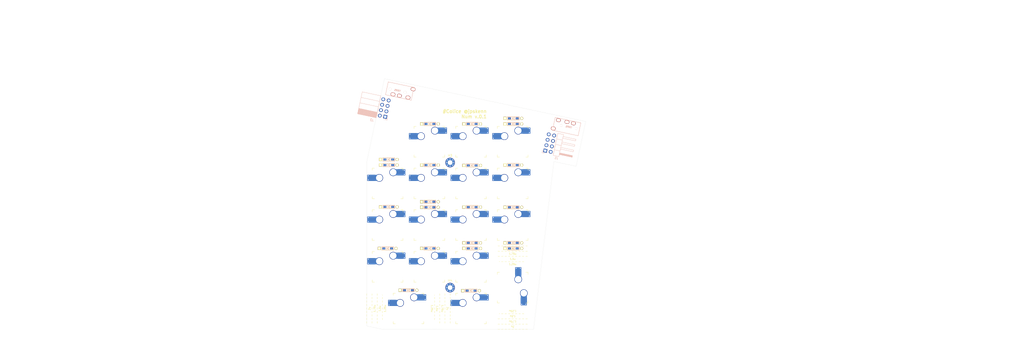
<source format=kicad_pcb>
(kicad_pcb (version 20171130) (host pcbnew "(5.1.5-0-10_14)")

  (general
    (thickness 1.6)
    (drawings 22)
    (tracks 0)
    (zones 0)
    (modules 47)
    (nets 38)
  )

  (page A4)
  (layers
    (0 F.Cu signal)
    (31 B.Cu signal)
    (32 B.Adhes user)
    (33 F.Adhes user)
    (34 B.Paste user)
    (35 F.Paste user)
    (36 B.SilkS user)
    (37 F.SilkS user)
    (38 B.Mask user)
    (39 F.Mask user)
    (40 Dwgs.User user)
    (41 Cmts.User user)
    (42 Eco1.User user)
    (43 Eco2.User user)
    (44 Edge.Cuts user)
    (45 Margin user)
    (46 B.CrtYd user)
    (47 F.CrtYd user)
    (48 B.Fab user)
    (49 F.Fab user)
  )

  (setup
    (last_trace_width 0.25)
    (user_trace_width 0.4)
    (trace_clearance 0.2)
    (zone_clearance 0.508)
    (zone_45_only no)
    (trace_min 0.2)
    (via_size 0.8)
    (via_drill 0.4)
    (via_min_size 0.4)
    (via_min_drill 0.3)
    (uvia_size 0.3)
    (uvia_drill 0.1)
    (uvias_allowed no)
    (uvia_min_size 0.2)
    (uvia_min_drill 0.1)
    (edge_width 0.05)
    (segment_width 0.2)
    (pcb_text_width 0.3)
    (pcb_text_size 1.5 1.5)
    (mod_edge_width 0.12)
    (mod_text_size 1 1)
    (mod_text_width 0.15)
    (pad_size 2.55 2.8)
    (pad_drill 0)
    (pad_to_mask_clearance 0.051)
    (solder_mask_min_width 0.25)
    (aux_axis_origin 0 0)
    (visible_elements FFFFFF7F)
    (pcbplotparams
      (layerselection 0x010fc_ffffffff)
      (usegerberextensions true)
      (usegerberattributes false)
      (usegerberadvancedattributes false)
      (creategerberjobfile false)
      (excludeedgelayer true)
      (linewidth 0.100000)
      (plotframeref false)
      (viasonmask false)
      (mode 1)
      (useauxorigin false)
      (hpglpennumber 1)
      (hpglpenspeed 20)
      (hpglpendiameter 15.000000)
      (psnegative false)
      (psa4output false)
      (plotreference true)
      (plotvalue true)
      (plotinvisibletext false)
      (padsonsilk false)
      (subtractmaskfromsilk false)
      (outputformat 1)
      (mirror false)
      (drillshape 0)
      (scaleselection 1)
      (outputdirectory "gerber/"))
  )

  (net 0 "")
  (net 1 pin6)
  (net 2 pin7)
  (net 3 "Net-(D8-Pad2)")
  (net 4 "Net-(D9-Pad2)")
  (net 5 "Net-(D11-Pad2)")
  (net 6 "Net-(D12-Pad2)")
  (net 7 pin8)
  (net 8 "Net-(D14-Pad2)")
  (net 9 "Net-(D17-Pad2)")
  (net 10 pin9)
  (net 11 pin10)
  (net 12 data)
  (net 13 VCC)
  (net 14 "Net-(D2-Pad2)")
  (net 15 "Net-(D5-Pad2)")
  (net 16 "Net-(D6-Pad2)")
  (net 17 "Net-(D7-Pad2)")
  (net 18 "Net-(D13-Pad2)")
  (net 19 "Net-(D3-Pad2)")
  (net 20 "Net-(D22-Pad1)")
  (net 21 "Net-(J1-Pad1)")
  (net 22 "Net-(J1-Pad2)")
  (net 23 "Net-(J1-Pad3)")
  (net 24 "Net-(J1-Pad4)")
  (net 25 "Net-(J1-Pad5)")
  (net 26 "Net-(D1-Pad2)")
  (net 27 "Net-(D4-Pad2)")
  (net 28 "Net-(D10-Pad2)")
  (net 29 "Net-(D15-Pad2)")
  (net 30 "Net-(D16-Pad2)")
  (net 31 "Net-(D18-Pad1)")
  (net 32 "Net-(D19-Pad1)")
  (net 33 "Net-(D20-Pad1)")
  (net 34 "Net-(D21-Pad1)")
  (net 35 GND)
  (net 36 "Net-(J3-PadA)")
  (net 37 "Net-(J4-PadA)")

  (net_class Default "これはデフォルトのネット クラスです。"
    (clearance 0.2)
    (trace_width 0.25)
    (via_dia 0.8)
    (via_drill 0.4)
    (uvia_dia 0.3)
    (uvia_drill 0.1)
    (add_net GND)
    (add_net "Net-(D1-Pad2)")
    (add_net "Net-(D10-Pad2)")
    (add_net "Net-(D11-Pad2)")
    (add_net "Net-(D12-Pad2)")
    (add_net "Net-(D13-Pad2)")
    (add_net "Net-(D14-Pad2)")
    (add_net "Net-(D15-Pad2)")
    (add_net "Net-(D16-Pad2)")
    (add_net "Net-(D17-Pad2)")
    (add_net "Net-(D18-Pad1)")
    (add_net "Net-(D19-Pad1)")
    (add_net "Net-(D2-Pad2)")
    (add_net "Net-(D20-Pad1)")
    (add_net "Net-(D21-Pad1)")
    (add_net "Net-(D22-Pad1)")
    (add_net "Net-(D3-Pad2)")
    (add_net "Net-(D4-Pad2)")
    (add_net "Net-(D5-Pad2)")
    (add_net "Net-(D6-Pad2)")
    (add_net "Net-(D7-Pad2)")
    (add_net "Net-(D8-Pad2)")
    (add_net "Net-(D9-Pad2)")
    (add_net "Net-(J1-Pad1)")
    (add_net "Net-(J1-Pad2)")
    (add_net "Net-(J1-Pad3)")
    (add_net "Net-(J1-Pad4)")
    (add_net "Net-(J1-Pad5)")
    (add_net "Net-(J3-PadA)")
    (add_net "Net-(J4-PadA)")
    (add_net VCC)
    (add_net data)
    (add_net pin10)
    (add_net pin6)
    (add_net pin7)
    (add_net pin8)
    (add_net pin9)
  )

  (module SMK_foostan:CherryMX_Hotswap_v2 (layer F.Cu) (tedit 5E978009) (tstamp 5E9C49F6)
    (at 90.77325 111.59849)
    (path /5EC37E1F)
    (fp_text reference SW8 (at 0 3.175) (layer Dwgs.User)
      (effects (font (size 1 1) (thickness 0.15)))
    )
    (fp_text value SW_Push (at 0 -7.9375) (layer Dwgs.User)
      (effects (font (size 1 1) (thickness 0.15)))
    )
    (fp_line (start -9.525 9.525) (end -9.525 -9.525) (layer Dwgs.User) (width 0.15))
    (fp_line (start 9.525 9.525) (end -9.525 9.525) (layer Dwgs.User) (width 0.15))
    (fp_line (start 9.525 -9.525) (end 9.525 9.525) (layer Dwgs.User) (width 0.15))
    (fp_line (start -9.525 -9.525) (end 9.525 -9.525) (layer Dwgs.User) (width 0.15))
    (fp_line (start -7 -7) (end -7 -6) (layer F.SilkS) (width 0.15))
    (fp_line (start -6 -7) (end -7 -7) (layer F.SilkS) (width 0.15))
    (fp_line (start -7 7) (end -6 7) (layer F.SilkS) (width 0.15))
    (fp_line (start -7 6) (end -7 7) (layer F.SilkS) (width 0.15))
    (fp_line (start 7 7) (end 7 6) (layer F.SilkS) (width 0.15))
    (fp_line (start 6 7) (end 7 7) (layer F.SilkS) (width 0.15))
    (fp_line (start 7 -7) (end 7 -6) (layer F.SilkS) (width 0.15))
    (fp_line (start 6 -7) (end 7 -7) (layer F.SilkS) (width 0.15))
    (pad 2 smd rect (at 5.842 -5.08) (size 4.5 2.8) (layers B.Cu)
      (net 3 "Net-(D8-Pad2)"))
    (pad 1 smd rect (at -7.085 -2.54) (size 4.5 2.8) (layers B.Cu)
      (net 33 "Net-(D20-Pad1)"))
    (pad 2 thru_hole circle (at 7.62 -4.118) (size 0.8 0.8) (drill 0.4) (layers *.Cu)
      (net 3 "Net-(D8-Pad2)"))
    (pad 1 thru_hole circle (at -8.89 -1.578) (size 0.8 0.8) (drill 0.4) (layers *.Cu)
      (net 33 "Net-(D20-Pad1)"))
    (pad 2 thru_hole circle (at 7.62 -6.042) (size 0.8 0.8) (drill 0.4) (layers *.Cu)
      (net 3 "Net-(D8-Pad2)"))
    (pad 1 thru_hole circle (at -8.89 -3.502) (size 0.8 0.8) (drill 0.4) (layers *.Cu)
      (net 33 "Net-(D20-Pad1)"))
    (pad 2 smd rect (at 5.815 -5.08) (size 2.55 2.8) (layers B.Cu B.Paste B.Mask)
      (net 3 "Net-(D8-Pad2)"))
    (pad 1 smd rect (at -7.085 -2.54) (size 2.55 2.8) (layers B.Cu B.Paste B.Mask)
      (net 33 "Net-(D20-Pad1)"))
    (pad "" np_thru_hole circle (at 5.08 0 48.0996) (size 1.75 1.75) (drill 1.75) (layers *.Cu *.Mask))
    (pad "" np_thru_hole circle (at -5.08 0 48.0996) (size 1.75 1.75) (drill 1.75) (layers *.Cu *.Mask))
    (pad 1 thru_hole circle (at -3.81 -2.54) (size 3.5 3.5) (drill 3) (layers *.Cu)
      (net 33 "Net-(D20-Pad1)"))
    (pad "" np_thru_hole circle (at 0 0) (size 3.9878 3.9878) (drill 3.9878) (layers *.Cu *.Mask))
    (pad 2 thru_hole circle (at 2.54 -5.08) (size 3.5 3.5) (drill 3) (layers *.Cu)
      (net 3 "Net-(D8-Pad2)"))
  )

  (module SMK_foostan:CherryMX_Hotswap_v2 (layer F.Cu) (tedit 5E977F83) (tstamp 5E9C61D2)
    (at 109.82325 54.44825)
    (path /5EC37E45)
    (fp_text reference SW9 (at 0 3.175) (layer Dwgs.User)
      (effects (font (size 1 1) (thickness 0.15)))
    )
    (fp_text value SW_Push (at 0 -7.9375) (layer Dwgs.User)
      (effects (font (size 1 1) (thickness 0.15)))
    )
    (fp_line (start 6 -7) (end 7 -7) (layer F.SilkS) (width 0.15))
    (fp_line (start 7 -7) (end 7 -6) (layer F.SilkS) (width 0.15))
    (fp_line (start 6 7) (end 7 7) (layer F.SilkS) (width 0.15))
    (fp_line (start 7 7) (end 7 6) (layer F.SilkS) (width 0.15))
    (fp_line (start -7 6) (end -7 7) (layer F.SilkS) (width 0.15))
    (fp_line (start -7 7) (end -6 7) (layer F.SilkS) (width 0.15))
    (fp_line (start -6 -7) (end -7 -7) (layer F.SilkS) (width 0.15))
    (fp_line (start -7 -7) (end -7 -6) (layer F.SilkS) (width 0.15))
    (fp_line (start -9.525 -9.525) (end 9.525 -9.525) (layer Dwgs.User) (width 0.15))
    (fp_line (start 9.525 -9.525) (end 9.525 9.525) (layer Dwgs.User) (width 0.15))
    (fp_line (start 9.525 9.525) (end -9.525 9.525) (layer Dwgs.User) (width 0.15))
    (fp_line (start -9.525 9.525) (end -9.525 -9.525) (layer Dwgs.User) (width 0.15))
    (pad 2 thru_hole circle (at 2.54 -5.08) (size 3.5 3.5) (drill 3) (layers *.Cu)
      (net 4 "Net-(D9-Pad2)"))
    (pad "" np_thru_hole circle (at 0 0) (size 3.9878 3.9878) (drill 3.9878) (layers *.Cu *.Mask))
    (pad 1 thru_hole circle (at -3.81 -2.54) (size 3.5 3.5) (drill 3) (layers *.Cu)
      (net 20 "Net-(D22-Pad1)"))
    (pad "" np_thru_hole circle (at -5.08 0 48.0996) (size 1.75 1.75) (drill 1.75) (layers *.Cu *.Mask))
    (pad "" np_thru_hole circle (at 5.08 0 48.0996) (size 1.75 1.75) (drill 1.75) (layers *.Cu *.Mask))
    (pad 1 smd rect (at -7.085 -2.54) (size 2.55 2.8) (layers B.Cu B.Paste B.Mask)
      (net 20 "Net-(D22-Pad1)"))
    (pad 2 smd rect (at 5.815 -5.08) (size 2.55 2.8) (layers B.Cu B.Paste B.Mask)
      (net 4 "Net-(D9-Pad2)"))
    (pad 1 thru_hole circle (at -8.89 -3.502) (size 0.8 0.8) (drill 0.4) (layers *.Cu)
      (net 20 "Net-(D22-Pad1)"))
    (pad 2 thru_hole circle (at 7.62 -6.042) (size 0.8 0.8) (drill 0.4) (layers *.Cu)
      (net 4 "Net-(D9-Pad2)"))
    (pad 1 thru_hole circle (at -8.89 -1.578) (size 0.8 0.8) (drill 0.4) (layers *.Cu)
      (net 20 "Net-(D22-Pad1)"))
    (pad 2 thru_hole circle (at 7.62 -4.118) (size 0.8 0.8) (drill 0.4) (layers *.Cu)
      (net 4 "Net-(D9-Pad2)"))
    (pad 1 smd rect (at -7.085 -2.54) (size 4.5 2.8) (layers B.Cu)
      (net 20 "Net-(D22-Pad1)"))
    (pad 2 smd rect (at 5.842 -5.08) (size 4.5 2.8) (layers B.Cu)
      (net 4 "Net-(D9-Pad2)"))
  )

  (module SMK_foostan:CherryMX_Hotswap_v2 (layer F.Cu) (tedit 5E977F97) (tstamp 5E9C617E)
    (at 109.82325 73.49833)
    (path /5EC37E51)
    (fp_text reference SW10 (at 0 3.175) (layer Dwgs.User)
      (effects (font (size 1 1) (thickness 0.15)))
    )
    (fp_text value SW_Push (at 0 -7.9375) (layer Dwgs.User)
      (effects (font (size 1 1) (thickness 0.15)))
    )
    (fp_line (start 6 -7) (end 7 -7) (layer F.SilkS) (width 0.15))
    (fp_line (start 7 -7) (end 7 -6) (layer F.SilkS) (width 0.15))
    (fp_line (start 6 7) (end 7 7) (layer F.SilkS) (width 0.15))
    (fp_line (start 7 7) (end 7 6) (layer F.SilkS) (width 0.15))
    (fp_line (start -7 6) (end -7 7) (layer F.SilkS) (width 0.15))
    (fp_line (start -7 7) (end -6 7) (layer F.SilkS) (width 0.15))
    (fp_line (start -6 -7) (end -7 -7) (layer F.SilkS) (width 0.15))
    (fp_line (start -7 -7) (end -7 -6) (layer F.SilkS) (width 0.15))
    (fp_line (start -9.525 -9.525) (end 9.525 -9.525) (layer Dwgs.User) (width 0.15))
    (fp_line (start 9.525 -9.525) (end 9.525 9.525) (layer Dwgs.User) (width 0.15))
    (fp_line (start 9.525 9.525) (end -9.525 9.525) (layer Dwgs.User) (width 0.15))
    (fp_line (start -9.525 9.525) (end -9.525 -9.525) (layer Dwgs.User) (width 0.15))
    (pad 2 thru_hole circle (at 2.54 -5.08) (size 3.5 3.5) (drill 3) (layers *.Cu)
      (net 28 "Net-(D10-Pad2)"))
    (pad "" np_thru_hole circle (at 0 0) (size 3.9878 3.9878) (drill 3.9878) (layers *.Cu *.Mask))
    (pad 1 thru_hole circle (at -3.81 -2.54) (size 3.5 3.5) (drill 3) (layers *.Cu)
      (net 20 "Net-(D22-Pad1)"))
    (pad "" np_thru_hole circle (at -5.08 0 48.0996) (size 1.75 1.75) (drill 1.75) (layers *.Cu *.Mask))
    (pad "" np_thru_hole circle (at 5.08 0 48.0996) (size 1.75 1.75) (drill 1.75) (layers *.Cu *.Mask))
    (pad 1 smd rect (at -7.085 -2.54) (size 2.55 2.8) (layers B.Cu B.Paste B.Mask)
      (net 20 "Net-(D22-Pad1)"))
    (pad 2 smd rect (at 5.815 -5.08) (size 2.55 2.8) (layers B.Cu B.Paste B.Mask)
      (net 28 "Net-(D10-Pad2)"))
    (pad 1 thru_hole circle (at -8.89 -3.502) (size 0.8 0.8) (drill 0.4) (layers *.Cu)
      (net 20 "Net-(D22-Pad1)"))
    (pad 2 thru_hole circle (at 7.62 -6.042) (size 0.8 0.8) (drill 0.4) (layers *.Cu)
      (net 28 "Net-(D10-Pad2)"))
    (pad 1 thru_hole circle (at -8.89 -1.578) (size 0.8 0.8) (drill 0.4) (layers *.Cu)
      (net 20 "Net-(D22-Pad1)"))
    (pad 2 thru_hole circle (at 7.62 -4.118) (size 0.8 0.8) (drill 0.4) (layers *.Cu)
      (net 28 "Net-(D10-Pad2)"))
    (pad 1 smd rect (at -7.085 -2.54) (size 4.5 2.8) (layers B.Cu)
      (net 20 "Net-(D22-Pad1)"))
    (pad 2 smd rect (at 5.842 -5.08) (size 4.5 2.8) (layers B.Cu)
      (net 28 "Net-(D10-Pad2)"))
  )

  (module SMK_foostan:CherryMX_Hotswap_v2 (layer F.Cu) (tedit 5E977FD8) (tstamp 5E9C48FA)
    (at 109.82325 92.54841)
    (path /5EC37E5D)
    (fp_text reference SW11 (at 0 3.175) (layer Dwgs.User)
      (effects (font (size 1 1) (thickness 0.15)))
    )
    (fp_text value SW_Push (at 0 -7.9375) (layer Dwgs.User)
      (effects (font (size 1 1) (thickness 0.15)))
    )
    (fp_line (start 6 -7) (end 7 -7) (layer F.SilkS) (width 0.15))
    (fp_line (start 7 -7) (end 7 -6) (layer F.SilkS) (width 0.15))
    (fp_line (start 6 7) (end 7 7) (layer F.SilkS) (width 0.15))
    (fp_line (start 7 7) (end 7 6) (layer F.SilkS) (width 0.15))
    (fp_line (start -7 6) (end -7 7) (layer F.SilkS) (width 0.15))
    (fp_line (start -7 7) (end -6 7) (layer F.SilkS) (width 0.15))
    (fp_line (start -6 -7) (end -7 -7) (layer F.SilkS) (width 0.15))
    (fp_line (start -7 -7) (end -7 -6) (layer F.SilkS) (width 0.15))
    (fp_line (start -9.525 -9.525) (end 9.525 -9.525) (layer Dwgs.User) (width 0.15))
    (fp_line (start 9.525 -9.525) (end 9.525 9.525) (layer Dwgs.User) (width 0.15))
    (fp_line (start 9.525 9.525) (end -9.525 9.525) (layer Dwgs.User) (width 0.15))
    (fp_line (start -9.525 9.525) (end -9.525 -9.525) (layer Dwgs.User) (width 0.15))
    (pad 2 thru_hole circle (at 2.54 -5.08) (size 3.5 3.5) (drill 3) (layers *.Cu)
      (net 5 "Net-(D11-Pad2)"))
    (pad "" np_thru_hole circle (at 0 0) (size 3.9878 3.9878) (drill 3.9878) (layers *.Cu *.Mask))
    (pad 1 thru_hole circle (at -3.81 -2.54) (size 3.5 3.5) (drill 3) (layers *.Cu)
      (net 20 "Net-(D22-Pad1)"))
    (pad "" np_thru_hole circle (at -5.08 0 48.0996) (size 1.75 1.75) (drill 1.75) (layers *.Cu *.Mask))
    (pad "" np_thru_hole circle (at 5.08 0 48.0996) (size 1.75 1.75) (drill 1.75) (layers *.Cu *.Mask))
    (pad 1 smd rect (at -7.085 -2.54) (size 2.55 2.8) (layers B.Cu B.Paste B.Mask)
      (net 20 "Net-(D22-Pad1)"))
    (pad 2 smd rect (at 5.815 -5.08) (size 2.55 2.8) (layers B.Cu B.Paste B.Mask)
      (net 5 "Net-(D11-Pad2)"))
    (pad 1 thru_hole circle (at -8.89 -3.502) (size 0.8 0.8) (drill 0.4) (layers *.Cu)
      (net 20 "Net-(D22-Pad1)"))
    (pad 2 thru_hole circle (at 7.62 -6.042) (size 0.8 0.8) (drill 0.4) (layers *.Cu)
      (net 5 "Net-(D11-Pad2)"))
    (pad 1 thru_hole circle (at -8.89 -1.578) (size 0.8 0.8) (drill 0.4) (layers *.Cu)
      (net 20 "Net-(D22-Pad1)"))
    (pad 2 thru_hole circle (at 7.62 -4.118) (size 0.8 0.8) (drill 0.4) (layers *.Cu)
      (net 5 "Net-(D11-Pad2)"))
    (pad 1 smd rect (at -7.085 -2.54) (size 4.5 2.8) (layers B.Cu)
      (net 20 "Net-(D22-Pad1)"))
    (pad 2 smd rect (at 5.842 -5.08) (size 4.5 2.8) (layers B.Cu)
      (net 5 "Net-(D11-Pad2)"))
  )

  (module SMK_foostan:CherryMX_Hotswap_v2 (layer F.Cu) (tedit 5E977FE1) (tstamp 5E9F4EB8)
    (at 109.82325 111.59849)
    (path /5EC37E69)
    (fp_text reference SW12 (at 0 3.175) (layer Dwgs.User)
      (effects (font (size 1 1) (thickness 0.15)))
    )
    (fp_text value SW_Push (at 0 -7.9375) (layer Dwgs.User)
      (effects (font (size 1 1) (thickness 0.15)))
    )
    (fp_line (start 6 -7) (end 7 -7) (layer F.SilkS) (width 0.15))
    (fp_line (start 7 -7) (end 7 -6) (layer F.SilkS) (width 0.15))
    (fp_line (start 6 7) (end 7 7) (layer F.SilkS) (width 0.15))
    (fp_line (start 7 7) (end 7 6) (layer F.SilkS) (width 0.15))
    (fp_line (start -7 6) (end -7 7) (layer F.SilkS) (width 0.15))
    (fp_line (start -7 7) (end -6 7) (layer F.SilkS) (width 0.15))
    (fp_line (start -6 -7) (end -7 -7) (layer F.SilkS) (width 0.15))
    (fp_line (start -7 -7) (end -7 -6) (layer F.SilkS) (width 0.15))
    (fp_line (start -9.525 -9.525) (end 9.525 -9.525) (layer Dwgs.User) (width 0.15))
    (fp_line (start 9.525 -9.525) (end 9.525 9.525) (layer Dwgs.User) (width 0.15))
    (fp_line (start 9.525 9.525) (end -9.525 9.525) (layer Dwgs.User) (width 0.15))
    (fp_line (start -9.525 9.525) (end -9.525 -9.525) (layer Dwgs.User) (width 0.15))
    (pad 2 thru_hole circle (at 2.54 -5.08) (size 3.5 3.5) (drill 3) (layers *.Cu)
      (net 6 "Net-(D12-Pad2)"))
    (pad "" np_thru_hole circle (at 0 0) (size 3.9878 3.9878) (drill 3.9878) (layers *.Cu *.Mask))
    (pad 1 thru_hole circle (at -3.81 -2.54) (size 3.5 3.5) (drill 3) (layers *.Cu)
      (net 34 "Net-(D21-Pad1)"))
    (pad "" np_thru_hole circle (at -5.08 0 48.0996) (size 1.75 1.75) (drill 1.75) (layers *.Cu *.Mask))
    (pad "" np_thru_hole circle (at 5.08 0 48.0996) (size 1.75 1.75) (drill 1.75) (layers *.Cu *.Mask))
    (pad 1 smd rect (at -7.085 -2.54) (size 2.55 2.8) (layers B.Cu B.Paste B.Mask)
      (net 34 "Net-(D21-Pad1)"))
    (pad 2 smd rect (at 5.815 -5.08) (size 2.55 2.8) (layers B.Cu B.Paste B.Mask)
      (net 6 "Net-(D12-Pad2)"))
    (pad 1 thru_hole circle (at -8.89 -3.502) (size 0.8 0.8) (drill 0.4) (layers *.Cu)
      (net 34 "Net-(D21-Pad1)"))
    (pad 2 thru_hole circle (at 7.62 -6.042) (size 0.8 0.8) (drill 0.4) (layers *.Cu)
      (net 6 "Net-(D12-Pad2)"))
    (pad 1 thru_hole circle (at -8.89 -1.578) (size 0.8 0.8) (drill 0.4) (layers *.Cu)
      (net 34 "Net-(D21-Pad1)"))
    (pad 2 thru_hole circle (at 7.62 -4.118) (size 0.8 0.8) (drill 0.4) (layers *.Cu)
      (net 6 "Net-(D12-Pad2)"))
    (pad 1 smd rect (at -7.085 -2.54) (size 4.5 2.8) (layers B.Cu)
      (net 34 "Net-(D21-Pad1)"))
    (pad 2 smd rect (at 5.842 -5.08) (size 4.5 2.8) (layers B.Cu)
      (net 6 "Net-(D12-Pad2)"))
  )

  (module SMK_foostan:CherryMX_Hotswap_v2 (layer F.Cu) (tedit 5E977F4C) (tstamp 5E9C582B)
    (at 128.87325 54.44825)
    (path /5EC37E81)
    (fp_text reference SW14 (at 0 3.175) (layer Dwgs.User)
      (effects (font (size 1 1) (thickness 0.15)))
    )
    (fp_text value SW_Push (at 0 -7.9375) (layer Dwgs.User)
      (effects (font (size 1 1) (thickness 0.15)))
    )
    (fp_line (start 6 -7) (end 7 -7) (layer F.SilkS) (width 0.15))
    (fp_line (start 7 -7) (end 7 -6) (layer F.SilkS) (width 0.15))
    (fp_line (start 6 7) (end 7 7) (layer F.SilkS) (width 0.15))
    (fp_line (start 7 7) (end 7 6) (layer F.SilkS) (width 0.15))
    (fp_line (start -7 6) (end -7 7) (layer F.SilkS) (width 0.15))
    (fp_line (start -7 7) (end -6 7) (layer F.SilkS) (width 0.15))
    (fp_line (start -6 -7) (end -7 -7) (layer F.SilkS) (width 0.15))
    (fp_line (start -7 -7) (end -7 -6) (layer F.SilkS) (width 0.15))
    (fp_line (start -9.525 -9.525) (end 9.525 -9.525) (layer Dwgs.User) (width 0.15))
    (fp_line (start 9.525 -9.525) (end 9.525 9.525) (layer Dwgs.User) (width 0.15))
    (fp_line (start 9.525 9.525) (end -9.525 9.525) (layer Dwgs.User) (width 0.15))
    (fp_line (start -9.525 9.525) (end -9.525 -9.525) (layer Dwgs.User) (width 0.15))
    (pad 2 thru_hole circle (at 2.54 -5.08) (size 3.5 3.5) (drill 3) (layers *.Cu)
      (net 8 "Net-(D14-Pad2)"))
    (pad "" np_thru_hole circle (at 0 0) (size 3.9878 3.9878) (drill 3.9878) (layers *.Cu *.Mask))
    (pad 1 thru_hole circle (at -3.81 -2.54) (size 3.5 3.5) (drill 3) (layers *.Cu)
      (net 31 "Net-(D18-Pad1)"))
    (pad "" np_thru_hole circle (at -5.08 0 48.0996) (size 1.75 1.75) (drill 1.75) (layers *.Cu *.Mask))
    (pad "" np_thru_hole circle (at 5.08 0 48.0996) (size 1.75 1.75) (drill 1.75) (layers *.Cu *.Mask))
    (pad 1 smd rect (at -7.085 -2.54) (size 2.55 2.8) (layers B.Cu B.Paste B.Mask)
      (net 31 "Net-(D18-Pad1)"))
    (pad 2 smd rect (at 5.815 -5.08) (size 2.55 2.8) (layers B.Cu B.Paste B.Mask)
      (net 8 "Net-(D14-Pad2)"))
    (pad 1 thru_hole circle (at -8.89 -3.502) (size 0.8 0.8) (drill 0.4) (layers *.Cu)
      (net 31 "Net-(D18-Pad1)"))
    (pad 2 thru_hole circle (at 7.62 -6.042) (size 0.8 0.8) (drill 0.4) (layers *.Cu)
      (net 8 "Net-(D14-Pad2)"))
    (pad 1 thru_hole circle (at -8.89 -1.578) (size 0.8 0.8) (drill 0.4) (layers *.Cu)
      (net 31 "Net-(D18-Pad1)"))
    (pad 2 thru_hole circle (at 7.62 -4.118) (size 0.8 0.8) (drill 0.4) (layers *.Cu)
      (net 8 "Net-(D14-Pad2)"))
    (pad 1 smd rect (at -7.085 -2.54) (size 4.5 2.8) (layers B.Cu)
      (net 31 "Net-(D18-Pad1)"))
    (pad 2 smd rect (at 5.842 -5.08) (size 4.5 2.8) (layers B.Cu)
      (net 8 "Net-(D14-Pad2)"))
  )

  (module SMK_foostan:CherryMX_Hotswap_v2 (layer F.Cu) (tedit 5E977F56) (tstamp 5E9F6AD4)
    (at 128.87325 73.49833)
    (path /5EC37E8D)
    (fp_text reference SW15 (at 0 3.175) (layer Dwgs.User)
      (effects (font (size 1 1) (thickness 0.15)))
    )
    (fp_text value SW_Push (at 0 -7.9375) (layer Dwgs.User)
      (effects (font (size 1 1) (thickness 0.15)))
    )
    (fp_line (start 6 -7) (end 7 -7) (layer F.SilkS) (width 0.15))
    (fp_line (start 7 -7) (end 7 -6) (layer F.SilkS) (width 0.15))
    (fp_line (start 6 7) (end 7 7) (layer F.SilkS) (width 0.15))
    (fp_line (start 7 7) (end 7 6) (layer F.SilkS) (width 0.15))
    (fp_line (start -7 6) (end -7 7) (layer F.SilkS) (width 0.15))
    (fp_line (start -7 7) (end -6 7) (layer F.SilkS) (width 0.15))
    (fp_line (start -6 -7) (end -7 -7) (layer F.SilkS) (width 0.15))
    (fp_line (start -7 -7) (end -7 -6) (layer F.SilkS) (width 0.15))
    (fp_line (start -9.525 -9.525) (end 9.525 -9.525) (layer Dwgs.User) (width 0.15))
    (fp_line (start 9.525 -9.525) (end 9.525 9.525) (layer Dwgs.User) (width 0.15))
    (fp_line (start 9.525 9.525) (end -9.525 9.525) (layer Dwgs.User) (width 0.15))
    (fp_line (start -9.525 9.525) (end -9.525 -9.525) (layer Dwgs.User) (width 0.15))
    (pad 2 thru_hole circle (at 2.54 -5.08) (size 3.5 3.5) (drill 3) (layers *.Cu)
      (net 29 "Net-(D15-Pad2)"))
    (pad "" np_thru_hole circle (at 0 0) (size 3.9878 3.9878) (drill 3.9878) (layers *.Cu *.Mask))
    (pad 1 thru_hole circle (at -3.81 -2.54) (size 3.5 3.5) (drill 3) (layers *.Cu)
      (net 31 "Net-(D18-Pad1)"))
    (pad "" np_thru_hole circle (at -5.08 0 48.0996) (size 1.75 1.75) (drill 1.75) (layers *.Cu *.Mask))
    (pad "" np_thru_hole circle (at 5.08 0 48.0996) (size 1.75 1.75) (drill 1.75) (layers *.Cu *.Mask))
    (pad 1 smd rect (at -7.085 -2.54) (size 2.55 2.8) (layers B.Cu B.Paste B.Mask)
      (net 31 "Net-(D18-Pad1)"))
    (pad 2 smd rect (at 5.815 -5.08) (size 2.55 2.8) (layers B.Cu B.Paste B.Mask)
      (net 29 "Net-(D15-Pad2)"))
    (pad 1 thru_hole circle (at -8.89 -3.502) (size 0.8 0.8) (drill 0.4) (layers *.Cu)
      (net 31 "Net-(D18-Pad1)"))
    (pad 2 thru_hole circle (at 7.62 -6.042) (size 0.8 0.8) (drill 0.4) (layers *.Cu)
      (net 29 "Net-(D15-Pad2)"))
    (pad 1 thru_hole circle (at -8.89 -1.578) (size 0.8 0.8) (drill 0.4) (layers *.Cu)
      (net 31 "Net-(D18-Pad1)"))
    (pad 2 thru_hole circle (at 7.62 -4.118) (size 0.8 0.8) (drill 0.4) (layers *.Cu)
      (net 29 "Net-(D15-Pad2)"))
    (pad 1 smd rect (at -7.085 -2.54) (size 4.5 2.8) (layers B.Cu)
      (net 31 "Net-(D18-Pad1)"))
    (pad 2 smd rect (at 5.842 -5.08) (size 4.5 2.8) (layers B.Cu)
      (net 29 "Net-(D15-Pad2)"))
  )

  (module SMK_foostan:CherryMX_Hotswap_v2 (layer F.Cu) (tedit 5E98BEEF) (tstamp 5E9C08D6)
    (at 128.87325 121.12353 270)
    (path /5EC37EFB)
    (fp_text reference SW17 (at 0 3.175 90) (layer Dwgs.User)
      (effects (font (size 1 1) (thickness 0.15)))
    )
    (fp_text value SW_Push (at 0 -7.9375 90) (layer Dwgs.User)
      (effects (font (size 1 1) (thickness 0.15)))
    )
    (fp_line (start 6 -7) (end 7 -7) (layer F.SilkS) (width 0.15))
    (fp_line (start 7 -7) (end 7 -6) (layer F.SilkS) (width 0.15))
    (fp_line (start 6 7) (end 7 7) (layer F.SilkS) (width 0.15))
    (fp_line (start 7 7) (end 7 6) (layer F.SilkS) (width 0.15))
    (fp_line (start -7 6) (end -7 7) (layer F.SilkS) (width 0.15))
    (fp_line (start -7 7) (end -6 7) (layer F.SilkS) (width 0.15))
    (fp_line (start -6 -7) (end -7 -7) (layer F.SilkS) (width 0.15))
    (fp_line (start -7 -7) (end -7 -6) (layer F.SilkS) (width 0.15))
    (fp_line (start -9.525 -9.525) (end 9.525 -9.525) (layer Dwgs.User) (width 0.15))
    (fp_line (start 9.525 -9.525) (end 9.525 9.525) (layer Dwgs.User) (width 0.15))
    (fp_line (start 9.525 9.525) (end -9.525 9.525) (layer Dwgs.User) (width 0.15))
    (fp_line (start -9.525 9.525) (end -9.525 -9.525) (layer Dwgs.User) (width 0.15))
    (pad 2 thru_hole circle (at 2.54 -5.08 270) (size 3.5 3.5) (drill 3) (layers *.Cu)
      (net 9 "Net-(D17-Pad2)"))
    (pad "" np_thru_hole circle (at 0 0 270) (size 3.9878 3.9878) (drill 3.9878) (layers *.Cu *.Mask))
    (pad 1 thru_hole circle (at -3.81 -2.54 270) (size 3.5 3.5) (drill 3) (layers *.Cu)
      (net 20 "Net-(D22-Pad1)"))
    (pad "" np_thru_hole circle (at -5.08 0 318.0996) (size 1.75 1.75) (drill 1.75) (layers *.Cu *.Mask))
    (pad "" np_thru_hole circle (at 5.08 0 318.0996) (size 1.75 1.75) (drill 1.75) (layers *.Cu *.Mask))
    (pad 1 smd rect (at -7.085 -2.54 270) (size 2.55 2.8) (layers B.Cu B.Paste B.Mask)
      (net 20 "Net-(D22-Pad1)"))
    (pad 2 smd rect (at 5.815 -5.08 270) (size 2.55 2.8) (layers B.Cu B.Paste B.Mask)
      (net 9 "Net-(D17-Pad2)"))
    (pad 1 thru_hole circle (at -8.89 -3.502 270) (size 0.8 0.8) (drill 0.4) (layers *.Cu)
      (net 20 "Net-(D22-Pad1)"))
    (pad 2 thru_hole circle (at 7.62 -6.042 270) (size 0.8 0.8) (drill 0.4) (layers *.Cu)
      (net 9 "Net-(D17-Pad2)"))
    (pad 1 thru_hole circle (at -8.89 -1.578 270) (size 0.8 0.8) (drill 0.4) (layers *.Cu)
      (net 20 "Net-(D22-Pad1)"))
    (pad 2 thru_hole circle (at 7.62 -4.118 270) (size 0.8 0.8) (drill 0.4) (layers *.Cu)
      (net 9 "Net-(D17-Pad2)"))
    (pad 1 smd rect (at -7.085 -2.54 270) (size 4.5 2.8) (layers B.Cu)
      (net 20 "Net-(D22-Pad1)"))
    (pad 2 smd rect (at 5.842 -5.08 270) (size 4.5 2.8) (layers B.Cu)
      (net 9 "Net-(D17-Pad2)"))
  )

  (module SMK_foostan:CherryMX_Hotswap_v2 (layer F.Cu) (tedit 5E977FF2) (tstamp 5E9C4D95)
    (at 90.77325 73.49833)
    (path /5EC37E07)
    (fp_text reference SW6 (at 0 3.175) (layer Dwgs.User)
      (effects (font (size 1 1) (thickness 0.15)))
    )
    (fp_text value SW_Push (at -19.05 -7.9375) (layer Dwgs.User)
      (effects (font (size 1 1) (thickness 0.15)))
    )
    (fp_line (start -9.525 9.525) (end -9.525 -9.525) (layer Dwgs.User) (width 0.15))
    (fp_line (start 9.525 9.525) (end -9.525 9.525) (layer Dwgs.User) (width 0.15))
    (fp_line (start 9.525 -9.525) (end 9.525 9.525) (layer Dwgs.User) (width 0.15))
    (fp_line (start -9.525 -9.525) (end 9.525 -9.525) (layer Dwgs.User) (width 0.15))
    (fp_line (start -7 -7) (end -7 -6) (layer F.SilkS) (width 0.15))
    (fp_line (start -6 -7) (end -7 -7) (layer F.SilkS) (width 0.15))
    (fp_line (start -7 7) (end -6 7) (layer F.SilkS) (width 0.15))
    (fp_line (start -7 6) (end -7 7) (layer F.SilkS) (width 0.15))
    (fp_line (start 7 7) (end 7 6) (layer F.SilkS) (width 0.15))
    (fp_line (start 6 7) (end 7 7) (layer F.SilkS) (width 0.15))
    (fp_line (start 7 -7) (end 7 -6) (layer F.SilkS) (width 0.15))
    (fp_line (start 6 -7) (end 7 -7) (layer F.SilkS) (width 0.15))
    (pad 2 smd rect (at 5.842 -5.08) (size 4.5 2.8) (layers B.Cu)
      (net 16 "Net-(D6-Pad2)"))
    (pad 1 smd rect (at -7.085 -2.54) (size 4.5 2.8) (layers B.Cu)
      (net 34 "Net-(D21-Pad1)"))
    (pad 2 thru_hole circle (at 7.62 -4.118) (size 0.8 0.8) (drill 0.4) (layers *.Cu)
      (net 16 "Net-(D6-Pad2)"))
    (pad 1 thru_hole circle (at -8.89 -1.578) (size 0.8 0.8) (drill 0.4) (layers *.Cu)
      (net 34 "Net-(D21-Pad1)"))
    (pad 2 thru_hole circle (at 7.62 -6.042) (size 0.8 0.8) (drill 0.4) (layers *.Cu)
      (net 16 "Net-(D6-Pad2)"))
    (pad 1 thru_hole circle (at -8.89 -3.502) (size 0.8 0.8) (drill 0.4) (layers *.Cu)
      (net 34 "Net-(D21-Pad1)"))
    (pad 2 smd rect (at 5.815 -5.08) (size 2.55 2.8) (layers B.Cu B.Paste B.Mask)
      (net 16 "Net-(D6-Pad2)"))
    (pad 1 smd rect (at -7.085 -2.54) (size 2.55 2.8) (layers B.Cu B.Paste B.Mask)
      (net 34 "Net-(D21-Pad1)"))
    (pad "" np_thru_hole circle (at 5.08 0 48.0996) (size 1.75 1.75) (drill 1.75) (layers *.Cu *.Mask))
    (pad "" np_thru_hole circle (at -5.08 0 48.0996) (size 1.75 1.75) (drill 1.75) (layers *.Cu *.Mask))
    (pad 1 thru_hole circle (at -3.81 -2.54) (size 3.5 3.5) (drill 3) (layers *.Cu)
      (net 34 "Net-(D21-Pad1)"))
    (pad "" np_thru_hole circle (at 0 0) (size 3.9878 3.9878) (drill 3.9878) (layers *.Cu *.Mask))
    (pad 2 thru_hole circle (at 2.54 -5.08) (size 3.5 3.5) (drill 3) (layers *.Cu)
      (net 16 "Net-(D6-Pad2)"))
  )

  (module SMK_foostan:CherryMX_Hotswap_v2 (layer F.Cu) (tedit 5E978000) (tstamp 5E9C4A4A)
    (at 90.77325 92.54841)
    (path /5EC37E13)
    (fp_text reference SW7 (at 0 3.175) (layer Dwgs.User)
      (effects (font (size 1 1) (thickness 0.15)))
    )
    (fp_text value SW_Push (at 0 -7.9375) (layer Dwgs.User)
      (effects (font (size 1 1) (thickness 0.15)))
    )
    (fp_line (start -9.525 9.525) (end -9.525 -9.525) (layer Dwgs.User) (width 0.15))
    (fp_line (start 9.525 9.525) (end -9.525 9.525) (layer Dwgs.User) (width 0.15))
    (fp_line (start 9.525 -9.525) (end 9.525 9.525) (layer Dwgs.User) (width 0.15))
    (fp_line (start -9.525 -9.525) (end 9.525 -9.525) (layer Dwgs.User) (width 0.15))
    (fp_line (start -7 -7) (end -7 -6) (layer F.SilkS) (width 0.15))
    (fp_line (start -6 -7) (end -7 -7) (layer F.SilkS) (width 0.15))
    (fp_line (start -7 7) (end -6 7) (layer F.SilkS) (width 0.15))
    (fp_line (start -7 6) (end -7 7) (layer F.SilkS) (width 0.15))
    (fp_line (start 7 7) (end 7 6) (layer F.SilkS) (width 0.15))
    (fp_line (start 6 7) (end 7 7) (layer F.SilkS) (width 0.15))
    (fp_line (start 7 -7) (end 7 -6) (layer F.SilkS) (width 0.15))
    (fp_line (start 6 -7) (end 7 -7) (layer F.SilkS) (width 0.15))
    (pad 2 smd rect (at 5.842 -5.08) (size 4.5 2.8) (layers B.Cu)
      (net 17 "Net-(D7-Pad2)"))
    (pad 1 smd rect (at -7.085 -2.54) (size 4.5 2.8) (layers B.Cu)
      (net 33 "Net-(D20-Pad1)"))
    (pad 2 thru_hole circle (at 7.62 -4.118) (size 0.8 0.8) (drill 0.4) (layers *.Cu)
      (net 17 "Net-(D7-Pad2)"))
    (pad 1 thru_hole circle (at -8.89 -1.578) (size 0.8 0.8) (drill 0.4) (layers *.Cu)
      (net 33 "Net-(D20-Pad1)"))
    (pad 2 thru_hole circle (at 7.62 -6.042) (size 0.8 0.8) (drill 0.4) (layers *.Cu)
      (net 17 "Net-(D7-Pad2)"))
    (pad 1 thru_hole circle (at -8.89 -3.502) (size 0.8 0.8) (drill 0.4) (layers *.Cu)
      (net 33 "Net-(D20-Pad1)"))
    (pad 2 smd rect (at 5.815 -5.08) (size 2.55 2.8) (layers B.Cu B.Paste B.Mask)
      (net 17 "Net-(D7-Pad2)"))
    (pad 1 smd rect (at -7.085 -2.54) (size 2.55 2.8) (layers B.Cu B.Paste B.Mask)
      (net 33 "Net-(D20-Pad1)"))
    (pad "" np_thru_hole circle (at 5.08 0 48.0996) (size 1.75 1.75) (drill 1.75) (layers *.Cu *.Mask))
    (pad "" np_thru_hole circle (at -5.08 0 48.0996) (size 1.75 1.75) (drill 1.75) (layers *.Cu *.Mask))
    (pad 1 thru_hole circle (at -3.81 -2.54) (size 3.5 3.5) (drill 3) (layers *.Cu)
      (net 33 "Net-(D20-Pad1)"))
    (pad "" np_thru_hole circle (at 0 0) (size 3.9878 3.9878) (drill 3.9878) (layers *.Cu *.Mask))
    (pad 2 thru_hole circle (at 2.54 -5.08) (size 3.5 3.5) (drill 3) (layers *.Cu)
      (net 17 "Net-(D7-Pad2)"))
  )

  (module SMK_SU120:CherryMX_MidHeight_Choc_Hotswap_2U_Outline (layer F.Cu) (tedit 5D0B752C) (tstamp 5EA9DF02)
    (at 81.24825 130.64857 180)
    (path /5E9BB93B)
    (fp_text reference H1 (at 7 8.1) (layer F.SilkS) hide
      (effects (font (size 1 1) (thickness 0.15)))
    )
    (fp_text value MountingHole (at -6.5 -8) (layer F.Fab) hide
      (effects (font (size 1 1) (thickness 0.15)))
    )
    (fp_text user 1.25u (at 10.715625 0 90 unlocked) (layer F.SilkS)
      (effects (font (size 0.8 0.8) (thickness 0.15)))
    )
    (fp_text user 1.75u (at 15.478125 0 90 unlocked) (layer F.SilkS)
      (effects (font (size 0.8 0.8) (thickness 0.15)))
    )
    (fp_text user 1.5u (at 13.096875 0 90 unlocked) (layer F.SilkS)
      (effects (font (size 0.8 0.8) (thickness 0.15)))
    )
    (fp_text user 2u (at 17.859375 0 90 unlocked) (layer F.SilkS)
      (effects (font (size 0.8 0.8) (thickness 0.15)))
    )
    (fp_text user 1.25u (at -10.715625 0 270 unlocked) (layer F.SilkS)
      (effects (font (size 0.8 0.8) (thickness 0.15)))
    )
    (fp_text user 1.5u (at -13.096875 0 270 unlocked) (layer F.SilkS)
      (effects (font (size 0.8 0.8) (thickness 0.15)))
    )
    (fp_text user 1.75u (at -15.478125 0 270 unlocked) (layer F.SilkS)
      (effects (font (size 0.8 0.8) (thickness 0.15)))
    )
    (fp_text user 2u (at -17.859375 0 270 unlocked) (layer F.SilkS)
      (effects (font (size 0.8 0.8) (thickness 0.15)))
    )
    (fp_line (start 11.90625 -9.525) (end 11.90625 9.525) (layer F.Fab) (width 0.15))
    (fp_line (start 14.2875 -9.525) (end 14.2875 9.525) (layer F.Fab) (width 0.15))
    (fp_line (start 16.66875 -9.525) (end 16.66875 9.525) (layer F.Fab) (width 0.15))
    (fp_text user 1.25U (at -11.90625 -10.715625) (layer F.Fab)
      (effects (font (size 1 1) (thickness 0.15)))
    )
    (fp_text user 1.5U (at -14.2875 -12.7) (layer F.Fab)
      (effects (font (size 1 1) (thickness 0.15)))
    )
    (fp_text user 1.75U (at -16.66875 -10.715625) (layer F.Fab)
      (effects (font (size 1 1) (thickness 0.15)))
    )
    (fp_line (start -11.90625 -9.525) (end -11.90625 9.525) (layer F.Fab) (width 0.15))
    (fp_line (start -14.2875 -9.525) (end -14.2875 9.525) (layer F.Fab) (width 0.15))
    (fp_line (start -16.66875 -9.525) (end -16.66875 9.525) (layer F.Fab) (width 0.15))
    (fp_text user 2U (at -19.05 -12.7) (layer F.Fab)
      (effects (font (size 1 1) (thickness 0.15)))
    )
    (fp_line (start 19.05 -9.525) (end 19.05 9.525) (layer F.Fab) (width 0.15))
    (fp_line (start -19.05 -9.525) (end -19.05 9.525) (layer F.Fab) (width 0.15))
    (fp_line (start 7 -7) (end 7 -6) (layer F.Fab) (width 0.15))
    (fp_line (start -7 -7) (end -7 -6) (layer F.Fab) (width 0.15))
    (fp_line (start 7 7) (end 7 6) (layer F.Fab) (width 0.15))
    (fp_line (start -7 7) (end -6 7) (layer F.Fab) (width 0.15))
    (fp_line (start -19.05 -9.525) (end 19.05 -9.525) (layer F.Fab) (width 0.15))
    (fp_line (start -7 6) (end -7 7) (layer F.Fab) (width 0.15))
    (fp_line (start -6 -7) (end -7 -7) (layer F.Fab) (width 0.15))
    (fp_line (start -19.05 9.525) (end 19.05 9.525) (layer F.Fab) (width 0.15))
    (fp_line (start 6 -7) (end 7 -7) (layer F.Fab) (width 0.15))
    (fp_line (start 6 7) (end 7 7) (layer F.Fab) (width 0.15))
    (fp_line (start -19.05 -1.190625) (end -19.05 -1.984375) (layer F.SilkS) (width 0.15))
    (fp_line (start -19.05 1.190625) (end -19.05 1.984375) (layer F.SilkS) (width 0.15))
    (fp_line (start -19.05 -0.396875) (end -19.05 0.396875) (layer F.SilkS) (width 0.15))
    (fp_line (start -19.05 -4.365625) (end -19.05 -5.159375) (layer F.SilkS) (width 0.15))
    (fp_line (start -19.05 -2.778125) (end -19.05 -3.571875) (layer F.SilkS) (width 0.15))
    (fp_line (start -19.05 -5.953125) (end -19.05 -6.746875) (layer F.SilkS) (width 0.15))
    (fp_line (start -19.05 2.778125) (end -19.05 3.571875) (layer F.SilkS) (width 0.15))
    (fp_line (start -19.05 4.365625) (end -19.05 5.159375) (layer F.SilkS) (width 0.15))
    (fp_line (start -19.05 5.953125) (end -19.05 6.746875) (layer F.SilkS) (width 0.15))
    (fp_line (start -16.66875 -2.778125) (end -16.66875 -3.571875) (layer F.SilkS) (width 0.15))
    (fp_line (start -16.66875 -1.190625) (end -16.66875 -1.984375) (layer F.SilkS) (width 0.15))
    (fp_line (start -16.66875 -5.953125) (end -16.66875 -6.746875) (layer F.SilkS) (width 0.15))
    (fp_line (start -16.66875 -0.396875) (end -16.66875 0.396875) (layer F.SilkS) (width 0.15))
    (fp_line (start -16.66875 5.953125) (end -16.66875 6.746875) (layer F.SilkS) (width 0.15))
    (fp_line (start -16.66875 1.190625) (end -16.66875 1.984375) (layer F.SilkS) (width 0.15))
    (fp_line (start -16.66875 2.778125) (end -16.66875 3.571875) (layer F.SilkS) (width 0.15))
    (fp_line (start -16.66875 -4.365625) (end -16.66875 -5.159375) (layer F.SilkS) (width 0.15))
    (fp_line (start -16.66875 4.365625) (end -16.66875 5.159375) (layer F.SilkS) (width 0.15))
    (fp_line (start -14.2875 -5.953125) (end -14.2875 -6.746875) (layer F.SilkS) (width 0.15))
    (fp_line (start -14.2875 1.190625) (end -14.2875 1.984375) (layer F.SilkS) (width 0.15))
    (fp_line (start -14.2875 -4.365625) (end -14.2875 -5.159375) (layer F.SilkS) (width 0.15))
    (fp_line (start -14.2875 4.365625) (end -14.2875 5.159375) (layer F.SilkS) (width 0.15))
    (fp_line (start -14.2875 -2.778125) (end -14.2875 -3.571875) (layer F.SilkS) (width 0.15))
    (fp_line (start -14.2875 -1.190625) (end -14.2875 -1.984375) (layer F.SilkS) (width 0.15))
    (fp_line (start -14.2875 -0.396875) (end -14.2875 0.396875) (layer F.SilkS) (width 0.15))
    (fp_line (start -14.2875 5.953125) (end -14.2875 6.746875) (layer F.SilkS) (width 0.15))
    (fp_line (start -14.2875 2.778125) (end -14.2875 3.571875) (layer F.SilkS) (width 0.15))
    (fp_line (start -11.90625 -0.396875) (end -11.90625 0.396875) (layer F.SilkS) (width 0.15))
    (fp_line (start -11.90625 -1.190625) (end -11.90625 -1.984375) (layer F.SilkS) (width 0.15))
    (fp_line (start -11.90625 4.365625) (end -11.90625 5.159375) (layer F.SilkS) (width 0.15))
    (fp_line (start -11.90625 -5.953125) (end -11.90625 -6.746875) (layer F.SilkS) (width 0.15))
    (fp_line (start -11.90625 -4.365625) (end -11.90625 -5.159375) (layer F.SilkS) (width 0.15))
    (fp_line (start -11.90625 5.953125) (end -11.90625 6.746875) (layer F.SilkS) (width 0.15))
    (fp_line (start -11.90625 -2.778125) (end -11.90625 -3.571875) (layer F.SilkS) (width 0.15))
    (fp_line (start -11.90625 2.778125) (end -11.90625 3.571875) (layer F.SilkS) (width 0.15))
    (fp_line (start -11.90625 1.190625) (end -11.90625 1.984375) (layer F.SilkS) (width 0.15))
    (fp_line (start 11.90625 -1.190625) (end 11.90625 -1.984375) (layer F.SilkS) (width 0.15))
    (fp_line (start 11.90625 4.365625) (end 11.90625 5.159375) (layer F.SilkS) (width 0.15))
    (fp_line (start 11.90625 -5.953125) (end 11.90625 -6.746875) (layer F.SilkS) (width 0.15))
    (fp_line (start 11.90625 -4.365625) (end 11.90625 -5.159375) (layer F.SilkS) (width 0.15))
    (fp_line (start 11.90625 -2.778125) (end 11.90625 -3.571875) (layer F.SilkS) (width 0.15))
    (fp_line (start 11.90625 1.190625) (end 11.90625 1.984375) (layer F.SilkS) (width 0.15))
    (fp_line (start 11.90625 5.953125) (end 11.90625 6.746875) (layer F.SilkS) (width 0.15))
    (fp_line (start 11.90625 -0.396875) (end 11.90625 0.396875) (layer F.SilkS) (width 0.15))
    (fp_line (start 11.90625 2.778125) (end 11.90625 3.571875) (layer F.SilkS) (width 0.15))
    (fp_line (start 14.2875 4.365625) (end 14.2875 5.159375) (layer F.SilkS) (width 0.15))
    (fp_line (start 14.2875 -2.778125) (end 14.2875 -3.571875) (layer F.SilkS) (width 0.15))
    (fp_line (start 14.2875 -5.953125) (end 14.2875 -6.746875) (layer F.SilkS) (width 0.15))
    (fp_line (start 14.2875 2.778125) (end 14.2875 3.571875) (layer F.SilkS) (width 0.15))
    (fp_line (start 14.2875 -1.190625) (end 14.2875 -1.984375) (layer F.SilkS) (width 0.15))
    (fp_line (start 14.2875 5.953125) (end 14.2875 6.746875) (layer F.SilkS) (width 0.15))
    (fp_line (start 14.2875 -0.396875) (end 14.2875 0.396875) (layer F.SilkS) (width 0.15))
    (fp_line (start 14.2875 1.190625) (end 14.2875 1.984375) (layer F.SilkS) (width 0.15))
    (fp_line (start 14.2875 -4.365625) (end 14.2875 -5.159375) (layer F.SilkS) (width 0.15))
    (fp_line (start 16.66875 -2.778125) (end 16.66875 -3.571875) (layer F.SilkS) (width 0.15))
    (fp_line (start 16.66875 4.365625) (end 16.66875 5.159375) (layer F.SilkS) (width 0.15))
    (fp_line (start 16.66875 -5.953125) (end 16.66875 -6.746875) (layer F.SilkS) (width 0.15))
    (fp_line (start 16.66875 2.778125) (end 16.66875 3.571875) (layer F.SilkS) (width 0.15))
    (fp_line (start 16.66875 -1.190625) (end 16.66875 -1.984375) (layer F.SilkS) (width 0.15))
    (fp_line (start 16.66875 5.953125) (end 16.66875 6.746875) (layer F.SilkS) (width 0.15))
    (fp_line (start 16.66875 -0.396875) (end 16.66875 0.396875) (layer F.SilkS) (width 0.15))
    (fp_line (start 16.66875 -4.365625) (end 16.66875 -5.159375) (layer F.SilkS) (width 0.15))
    (fp_line (start 16.66875 1.190625) (end 16.66875 1.984375) (layer F.SilkS) (width 0.15))
    (fp_line (start 19.05 -4.365625) (end 19.05 -5.159375) (layer F.SilkS) (width 0.15))
    (fp_line (start 19.05 -2.778125) (end 19.05 -3.571875) (layer F.SilkS) (width 0.15))
    (fp_line (start 19.05 2.778125) (end 19.05 3.571875) (layer F.SilkS) (width 0.15))
    (fp_line (start 19.05 -1.190625) (end 19.05 -1.984375) (layer F.SilkS) (width 0.15))
    (fp_line (start 19.05 4.365625) (end 19.05 5.159375) (layer F.SilkS) (width 0.15))
    (fp_line (start 19.05 -0.396875) (end 19.05 0.396875) (layer F.SilkS) (width 0.15))
    (fp_line (start 19.05 5.953125) (end 19.05 6.746875) (layer F.SilkS) (width 0.15))
    (fp_line (start 19.05 -5.953125) (end 19.05 -6.746875) (layer F.SilkS) (width 0.15))
    (fp_line (start 19.05 1.190625) (end 19.05 1.984375) (layer F.SilkS) (width 0.15))
    (pad "" np_thru_hole circle (at -11.938 -6.985 180) (size 3.048 3.048) (drill 3.048) (layers *.Cu *.Mask))
    (pad "" np_thru_hole circle (at 11.938 -6.985 180) (size 3.048 3.048) (drill 3.048) (layers *.Cu *.Mask))
    (pad "" np_thru_hole circle (at -11.938 8.255 180) (size 3.9878 3.9878) (drill 3.9878) (layers *.Cu *.Mask))
    (pad "" np_thru_hole circle (at 11.938 8.255 180) (size 3.9878 3.9878) (drill 3.9878) (layers *.Cu *.Mask))
  )

  (module Connector_PinSocket_2.54mm:PinSocket_2x04_P2.54mm_Horizontal (layer B.Cu) (tedit 5A19A432) (tstamp 5EA52F18)
    (at 70.6247 43.0403 348)
    (descr "Through hole angled socket strip, 2x04, 2.54mm pitch, 8.51mm socket length, double cols (from Kicad 4.0.7), script generated")
    (tags "Through hole angled socket strip THT 2x04 2.54mm double row")
    (path /5E9D01CF)
    (fp_text reference J2 (at -5.65 2.77 168) (layer B.SilkS)
      (effects (font (size 1 1) (thickness 0.15)) (justify mirror))
    )
    (fp_text value Conn_02x04_Counter_Clockwise (at -5.65 -10.39 168) (layer B.Fab)
      (effects (font (size 1 1) (thickness 0.15)) (justify mirror))
    )
    (fp_line (start -12.57 1.27) (end -5.03 1.27) (layer B.Fab) (width 0.1))
    (fp_line (start -5.03 1.27) (end -4.06 0.3) (layer B.Fab) (width 0.1))
    (fp_line (start -4.06 0.3) (end -4.06 -8.89) (layer B.Fab) (width 0.1))
    (fp_line (start -4.06 -8.89) (end -12.57 -8.89) (layer B.Fab) (width 0.1))
    (fp_line (start -12.57 -8.89) (end -12.57 1.27) (layer B.Fab) (width 0.1))
    (fp_line (start 0 0.3) (end -4.06 0.3) (layer B.Fab) (width 0.1))
    (fp_line (start -4.06 -0.3) (end 0 -0.3) (layer B.Fab) (width 0.1))
    (fp_line (start 0 -0.3) (end 0 0.3) (layer B.Fab) (width 0.1))
    (fp_line (start 0 -2.24) (end -4.06 -2.24) (layer B.Fab) (width 0.1))
    (fp_line (start -4.06 -2.84) (end 0 -2.84) (layer B.Fab) (width 0.1))
    (fp_line (start 0 -2.84) (end 0 -2.24) (layer B.Fab) (width 0.1))
    (fp_line (start 0 -4.78) (end -4.06 -4.78) (layer B.Fab) (width 0.1))
    (fp_line (start -4.06 -5.38) (end 0 -5.38) (layer B.Fab) (width 0.1))
    (fp_line (start 0 -5.38) (end 0 -4.78) (layer B.Fab) (width 0.1))
    (fp_line (start 0 -7.32) (end -4.06 -7.32) (layer B.Fab) (width 0.1))
    (fp_line (start -4.06 -7.92) (end 0 -7.92) (layer B.Fab) (width 0.1))
    (fp_line (start 0 -7.92) (end 0 -7.32) (layer B.Fab) (width 0.1))
    (fp_line (start -12.63 1.21) (end -4 1.21) (layer B.SilkS) (width 0.12))
    (fp_line (start -12.63 1.091905) (end -4 1.091905) (layer B.SilkS) (width 0.12))
    (fp_line (start -12.63 0.97381) (end -4 0.97381) (layer B.SilkS) (width 0.12))
    (fp_line (start -12.63 0.855715) (end -4 0.855715) (layer B.SilkS) (width 0.12))
    (fp_line (start -12.63 0.73762) (end -4 0.73762) (layer B.SilkS) (width 0.12))
    (fp_line (start -12.63 0.619525) (end -4 0.619525) (layer B.SilkS) (width 0.12))
    (fp_line (start -12.63 0.50143) (end -4 0.50143) (layer B.SilkS) (width 0.12))
    (fp_line (start -12.63 0.383335) (end -4 0.383335) (layer B.SilkS) (width 0.12))
    (fp_line (start -12.63 0.26524) (end -4 0.26524) (layer B.SilkS) (width 0.12))
    (fp_line (start -12.63 0.147145) (end -4 0.147145) (layer B.SilkS) (width 0.12))
    (fp_line (start -12.63 0.02905) (end -4 0.02905) (layer B.SilkS) (width 0.12))
    (fp_line (start -12.63 -0.089045) (end -4 -0.089045) (layer B.SilkS) (width 0.12))
    (fp_line (start -12.63 -0.20714) (end -4 -0.20714) (layer B.SilkS) (width 0.12))
    (fp_line (start -12.63 -0.325235) (end -4 -0.325235) (layer B.SilkS) (width 0.12))
    (fp_line (start -12.63 -0.44333) (end -4 -0.44333) (layer B.SilkS) (width 0.12))
    (fp_line (start -12.63 -0.561425) (end -4 -0.561425) (layer B.SilkS) (width 0.12))
    (fp_line (start -12.63 -0.67952) (end -4 -0.67952) (layer B.SilkS) (width 0.12))
    (fp_line (start -12.63 -0.797615) (end -4 -0.797615) (layer B.SilkS) (width 0.12))
    (fp_line (start -12.63 -0.91571) (end -4 -0.91571) (layer B.SilkS) (width 0.12))
    (fp_line (start -12.63 -1.033805) (end -4 -1.033805) (layer B.SilkS) (width 0.12))
    (fp_line (start -12.63 -1.1519) (end -4 -1.1519) (layer B.SilkS) (width 0.12))
    (fp_line (start -4 0.36) (end -3.59 0.36) (layer B.SilkS) (width 0.12))
    (fp_line (start -1.49 0.36) (end -1.11 0.36) (layer B.SilkS) (width 0.12))
    (fp_line (start -4 -0.36) (end -3.59 -0.36) (layer B.SilkS) (width 0.12))
    (fp_line (start -1.49 -0.36) (end -1.11 -0.36) (layer B.SilkS) (width 0.12))
    (fp_line (start -4 -2.18) (end -3.59 -2.18) (layer B.SilkS) (width 0.12))
    (fp_line (start -1.49 -2.18) (end -1.05 -2.18) (layer B.SilkS) (width 0.12))
    (fp_line (start -4 -2.9) (end -3.59 -2.9) (layer B.SilkS) (width 0.12))
    (fp_line (start -1.49 -2.9) (end -1.05 -2.9) (layer B.SilkS) (width 0.12))
    (fp_line (start -4 -4.72) (end -3.59 -4.72) (layer B.SilkS) (width 0.12))
    (fp_line (start -1.49 -4.72) (end -1.05 -4.72) (layer B.SilkS) (width 0.12))
    (fp_line (start -4 -5.44) (end -3.59 -5.44) (layer B.SilkS) (width 0.12))
    (fp_line (start -1.49 -5.44) (end -1.05 -5.44) (layer B.SilkS) (width 0.12))
    (fp_line (start -4 -7.26) (end -3.59 -7.26) (layer B.SilkS) (width 0.12))
    (fp_line (start -1.49 -7.26) (end -1.05 -7.26) (layer B.SilkS) (width 0.12))
    (fp_line (start -4 -7.98) (end -3.59 -7.98) (layer B.SilkS) (width 0.12))
    (fp_line (start -1.49 -7.98) (end -1.05 -7.98) (layer B.SilkS) (width 0.12))
    (fp_line (start -12.63 -1.27) (end -4 -1.27) (layer B.SilkS) (width 0.12))
    (fp_line (start -12.63 -3.81) (end -4 -3.81) (layer B.SilkS) (width 0.12))
    (fp_line (start -12.63 -6.35) (end -4 -6.35) (layer B.SilkS) (width 0.12))
    (fp_line (start -12.63 1.33) (end -4 1.33) (layer B.SilkS) (width 0.12))
    (fp_line (start -4 1.33) (end -4 -8.95) (layer B.SilkS) (width 0.12))
    (fp_line (start -12.63 -8.95) (end -4 -8.95) (layer B.SilkS) (width 0.12))
    (fp_line (start -12.63 1.33) (end -12.63 -8.95) (layer B.SilkS) (width 0.12))
    (fp_line (start 1.11 1.33) (end 1.11 0) (layer B.SilkS) (width 0.12))
    (fp_line (start 0 1.33) (end 1.11 1.33) (layer B.SilkS) (width 0.12))
    (fp_line (start 1.8 1.75) (end -13.05 1.75) (layer B.CrtYd) (width 0.05))
    (fp_line (start -13.05 1.75) (end -13.05 -9.45) (layer B.CrtYd) (width 0.05))
    (fp_line (start -13.05 -9.45) (end 1.8 -9.45) (layer B.CrtYd) (width 0.05))
    (fp_line (start 1.8 -9.45) (end 1.8 1.75) (layer B.CrtYd) (width 0.05))
    (fp_text user %R (at -8.315 -3.81 258) (layer B.Fab)
      (effects (font (size 1 1) (thickness 0.15)) (justify mirror))
    )
    (pad 1 thru_hole rect (at 0 0 348) (size 1.7 1.7) (drill 1) (layers *.Cu *.Mask)
      (net 1 pin6))
    (pad 2 thru_hole oval (at -2.54 0 348) (size 1.7 1.7) (drill 1) (layers *.Cu *.Mask)
      (net 2 pin7))
    (pad 3 thru_hole oval (at 0 -2.54 348) (size 1.7 1.7) (drill 1) (layers *.Cu *.Mask)
      (net 7 pin8))
    (pad 4 thru_hole oval (at -2.54 -2.54 348) (size 1.7 1.7) (drill 1) (layers *.Cu *.Mask)
      (net 10 pin9))
    (pad 5 thru_hole oval (at 0 -5.08 348) (size 1.7 1.7) (drill 1) (layers *.Cu *.Mask)
      (net 11 pin10))
    (pad 6 thru_hole oval (at -2.54 -5.08 348) (size 1.7 1.7) (drill 1) (layers *.Cu *.Mask)
      (net 12 data))
    (pad 7 thru_hole oval (at 0 -7.62 348) (size 1.7 1.7) (drill 1) (layers *.Cu *.Mask)
      (net 35 GND))
    (pad 8 thru_hole oval (at -2.54 -7.62 348) (size 1.7 1.7) (drill 1) (layers *.Cu *.Mask)
      (net 13 VCC))
    (model ${KISYS3DMOD}/Connector_PinSocket_2.54mm.3dshapes/PinSocket_2x04_P2.54mm_Horizontal.wrl
      (at (xyz 0 0 0))
      (scale (xyz 1 1 1))
      (rotate (xyz 0 0 0))
    )
  )

  (module SMK_SU120:D3_TH_SMD (layer F.Cu) (tedit 5B7FD767) (tstamp 5E9C47C2)
    (at 72.263 65.1002)
    (descr "Resitance 3 pas")
    (tags R)
    (path /5EC37DD1)
    (autoplace_cost180 10)
    (fp_text reference D1 (at 0.55 0) (layer F.Fab) hide
      (effects (font (size 0.5 0.5) (thickness 0.125)))
    )
    (fp_text value D (at -0.55 0) (layer F.Fab) hide
      (effects (font (size 0.5 0.5) (thickness 0.125)))
    )
    (fp_line (start 2.7 0.75) (end 2.7 -0.75) (layer B.SilkS) (width 0.15))
    (fp_line (start -2.7 0.75) (end 2.7 0.75) (layer B.SilkS) (width 0.15))
    (fp_line (start -2.7 -0.75) (end -2.7 0.75) (layer B.SilkS) (width 0.15))
    (fp_line (start 2.7 -0.75) (end -2.7 -0.75) (layer B.SilkS) (width 0.15))
    (fp_line (start 2.7 0.75) (end 2.7 -0.75) (layer F.SilkS) (width 0.15))
    (fp_line (start -2.7 0.75) (end 2.7 0.75) (layer F.SilkS) (width 0.15))
    (fp_line (start -2.7 -0.75) (end -2.7 0.75) (layer F.SilkS) (width 0.15))
    (fp_line (start 2.7 -0.75) (end -2.7 -0.75) (layer F.SilkS) (width 0.15))
    (fp_line (start -0.5 -0.5) (end -0.5 0.5) (layer F.SilkS) (width 0.15))
    (fp_line (start 0.5 0.5) (end -0.4 0) (layer F.SilkS) (width 0.15))
    (fp_line (start 0.5 -0.5) (end 0.5 0.5) (layer F.SilkS) (width 0.15))
    (fp_line (start -0.4 0) (end 0.5 -0.5) (layer F.SilkS) (width 0.15))
    (fp_line (start -0.5 -0.5) (end -0.5 0.5) (layer B.SilkS) (width 0.15))
    (fp_line (start 0.5 0.5) (end -0.4 0) (layer B.SilkS) (width 0.15))
    (fp_line (start 0.5 -0.5) (end 0.5 0.5) (layer B.SilkS) (width 0.15))
    (fp_line (start -0.4 0) (end 0.5 -0.5) (layer B.SilkS) (width 0.15))
    (pad 2 smd rect (at 1.775 0) (size 1.3 0.95) (layers F.Cu F.Paste F.Mask)
      (net 26 "Net-(D1-Pad2)"))
    (pad 2 thru_hole circle (at 3.81 0) (size 1.397 1.397) (drill 0.8128) (layers *.Cu *.Mask F.SilkS)
      (net 26 "Net-(D1-Pad2)"))
    (pad 1 thru_hole rect (at -3.81 0) (size 1.397 1.397) (drill 0.8128) (layers *.Cu *.Mask F.SilkS)
      (net 2 pin7))
    (pad 1 smd rect (at -1.775 0) (size 1.3 0.95) (layers B.Cu B.Paste B.Mask)
      (net 2 pin7))
    (pad 2 smd rect (at 1.775 0) (size 1.3 0.95) (layers B.Cu B.Paste B.Mask)
      (net 26 "Net-(D1-Pad2)"))
    (pad 1 smd rect (at -1.775 0) (size 1.3 0.95) (layers F.Cu F.Paste F.Mask)
      (net 2 pin7))
    (model Diodes_SMD.3dshapes/SMB_Handsoldering.wrl
      (at (xyz 0 0 0))
      (scale (xyz 0.22 0.15 0.15))
      (rotate (xyz 0 0 180))
    )
  )

  (module SMK_SU120:D3_TH_SMD (layer F.Cu) (tedit 5B7FD767) (tstamp 5E9C4777)
    (at 72.263 84.2295)
    (descr "Resitance 3 pas")
    (tags R)
    (path /5EC37DDD)
    (autoplace_cost180 10)
    (fp_text reference D2 (at 0.55 0) (layer F.Fab) hide
      (effects (font (size 0.5 0.5) (thickness 0.125)))
    )
    (fp_text value D (at -0.55 0) (layer F.Fab) hide
      (effects (font (size 0.5 0.5) (thickness 0.125)))
    )
    (fp_line (start 2.7 0.75) (end 2.7 -0.75) (layer B.SilkS) (width 0.15))
    (fp_line (start -2.7 0.75) (end 2.7 0.75) (layer B.SilkS) (width 0.15))
    (fp_line (start -2.7 -0.75) (end -2.7 0.75) (layer B.SilkS) (width 0.15))
    (fp_line (start 2.7 -0.75) (end -2.7 -0.75) (layer B.SilkS) (width 0.15))
    (fp_line (start 2.7 0.75) (end 2.7 -0.75) (layer F.SilkS) (width 0.15))
    (fp_line (start -2.7 0.75) (end 2.7 0.75) (layer F.SilkS) (width 0.15))
    (fp_line (start -2.7 -0.75) (end -2.7 0.75) (layer F.SilkS) (width 0.15))
    (fp_line (start 2.7 -0.75) (end -2.7 -0.75) (layer F.SilkS) (width 0.15))
    (fp_line (start -0.5 -0.5) (end -0.5 0.5) (layer F.SilkS) (width 0.15))
    (fp_line (start 0.5 0.5) (end -0.4 0) (layer F.SilkS) (width 0.15))
    (fp_line (start 0.5 -0.5) (end 0.5 0.5) (layer F.SilkS) (width 0.15))
    (fp_line (start -0.4 0) (end 0.5 -0.5) (layer F.SilkS) (width 0.15))
    (fp_line (start -0.5 -0.5) (end -0.5 0.5) (layer B.SilkS) (width 0.15))
    (fp_line (start 0.5 0.5) (end -0.4 0) (layer B.SilkS) (width 0.15))
    (fp_line (start 0.5 -0.5) (end 0.5 0.5) (layer B.SilkS) (width 0.15))
    (fp_line (start -0.4 0) (end 0.5 -0.5) (layer B.SilkS) (width 0.15))
    (pad 2 smd rect (at 1.775 0) (size 1.3 0.95) (layers F.Cu F.Paste F.Mask)
      (net 14 "Net-(D2-Pad2)"))
    (pad 2 thru_hole circle (at 3.81 0) (size 1.397 1.397) (drill 0.8128) (layers *.Cu *.Mask F.SilkS)
      (net 14 "Net-(D2-Pad2)"))
    (pad 1 thru_hole rect (at -3.81 0) (size 1.397 1.397) (drill 0.8128) (layers *.Cu *.Mask F.SilkS)
      (net 7 pin8))
    (pad 1 smd rect (at -1.775 0) (size 1.3 0.95) (layers B.Cu B.Paste B.Mask)
      (net 7 pin8))
    (pad 2 smd rect (at 1.775 0) (size 1.3 0.95) (layers B.Cu B.Paste B.Mask)
      (net 14 "Net-(D2-Pad2)"))
    (pad 1 smd rect (at -1.775 0) (size 1.3 0.95) (layers F.Cu F.Paste F.Mask)
      (net 7 pin8))
    (model Diodes_SMD.3dshapes/SMB_Handsoldering.wrl
      (at (xyz 0 0 0))
      (scale (xyz 0.22 0.15 0.15))
      (rotate (xyz 0 0 180))
    )
  )

  (module SMK_SU120:D3_TH_SMD (layer F.Cu) (tedit 5B7FD767) (tstamp 5E9C472C)
    (at 71.755 103.2002)
    (descr "Resitance 3 pas")
    (tags R)
    (path /5EC37DE9)
    (autoplace_cost180 10)
    (fp_text reference D3 (at 0.55 0) (layer F.Fab) hide
      (effects (font (size 0.5 0.5) (thickness 0.125)))
    )
    (fp_text value D (at -0.55 0) (layer F.Fab) hide
      (effects (font (size 0.5 0.5) (thickness 0.125)))
    )
    (fp_line (start 2.7 0.75) (end 2.7 -0.75) (layer B.SilkS) (width 0.15))
    (fp_line (start -2.7 0.75) (end 2.7 0.75) (layer B.SilkS) (width 0.15))
    (fp_line (start -2.7 -0.75) (end -2.7 0.75) (layer B.SilkS) (width 0.15))
    (fp_line (start 2.7 -0.75) (end -2.7 -0.75) (layer B.SilkS) (width 0.15))
    (fp_line (start 2.7 0.75) (end 2.7 -0.75) (layer F.SilkS) (width 0.15))
    (fp_line (start -2.7 0.75) (end 2.7 0.75) (layer F.SilkS) (width 0.15))
    (fp_line (start -2.7 -0.75) (end -2.7 0.75) (layer F.SilkS) (width 0.15))
    (fp_line (start 2.7 -0.75) (end -2.7 -0.75) (layer F.SilkS) (width 0.15))
    (fp_line (start -0.5 -0.5) (end -0.5 0.5) (layer F.SilkS) (width 0.15))
    (fp_line (start 0.5 0.5) (end -0.4 0) (layer F.SilkS) (width 0.15))
    (fp_line (start 0.5 -0.5) (end 0.5 0.5) (layer F.SilkS) (width 0.15))
    (fp_line (start -0.4 0) (end 0.5 -0.5) (layer F.SilkS) (width 0.15))
    (fp_line (start -0.5 -0.5) (end -0.5 0.5) (layer B.SilkS) (width 0.15))
    (fp_line (start 0.5 0.5) (end -0.4 0) (layer B.SilkS) (width 0.15))
    (fp_line (start 0.5 -0.5) (end 0.5 0.5) (layer B.SilkS) (width 0.15))
    (fp_line (start -0.4 0) (end 0.5 -0.5) (layer B.SilkS) (width 0.15))
    (pad 2 smd rect (at 1.775 0) (size 1.3 0.95) (layers F.Cu F.Paste F.Mask)
      (net 19 "Net-(D3-Pad2)"))
    (pad 2 thru_hole circle (at 3.81 0) (size 1.397 1.397) (drill 0.8128) (layers *.Cu *.Mask F.SilkS)
      (net 19 "Net-(D3-Pad2)"))
    (pad 1 thru_hole rect (at -3.81 0) (size 1.397 1.397) (drill 0.8128) (layers *.Cu *.Mask F.SilkS)
      (net 10 pin9))
    (pad 1 smd rect (at -1.775 0) (size 1.3 0.95) (layers B.Cu B.Paste B.Mask)
      (net 10 pin9))
    (pad 2 smd rect (at 1.775 0) (size 1.3 0.95) (layers B.Cu B.Paste B.Mask)
      (net 19 "Net-(D3-Pad2)"))
    (pad 1 smd rect (at -1.775 0) (size 1.3 0.95) (layers F.Cu F.Paste F.Mask)
      (net 10 pin9))
    (model Diodes_SMD.3dshapes/SMB_Handsoldering.wrl
      (at (xyz 0 0 0))
      (scale (xyz 0.22 0.15 0.15))
      (rotate (xyz 0 0 180))
    )
  )

  (module SMK_SU120:D3_TH_SMD (layer F.Cu) (tedit 5B7FD767) (tstamp 5E94E879)
    (at 81.24825 122.31416)
    (descr "Resitance 3 pas")
    (tags R)
    (path /5EC37DF5)
    (autoplace_cost180 10)
    (fp_text reference D4 (at 0.55 0) (layer F.Fab) hide
      (effects (font (size 0.5 0.5) (thickness 0.125)))
    )
    (fp_text value D (at -0.55 0) (layer F.Fab) hide
      (effects (font (size 0.5 0.5) (thickness 0.125)))
    )
    (fp_line (start 2.7 0.75) (end 2.7 -0.75) (layer B.SilkS) (width 0.15))
    (fp_line (start -2.7 0.75) (end 2.7 0.75) (layer B.SilkS) (width 0.15))
    (fp_line (start -2.7 -0.75) (end -2.7 0.75) (layer B.SilkS) (width 0.15))
    (fp_line (start 2.7 -0.75) (end -2.7 -0.75) (layer B.SilkS) (width 0.15))
    (fp_line (start 2.7 0.75) (end 2.7 -0.75) (layer F.SilkS) (width 0.15))
    (fp_line (start -2.7 0.75) (end 2.7 0.75) (layer F.SilkS) (width 0.15))
    (fp_line (start -2.7 -0.75) (end -2.7 0.75) (layer F.SilkS) (width 0.15))
    (fp_line (start 2.7 -0.75) (end -2.7 -0.75) (layer F.SilkS) (width 0.15))
    (fp_line (start -0.5 -0.5) (end -0.5 0.5) (layer F.SilkS) (width 0.15))
    (fp_line (start 0.5 0.5) (end -0.4 0) (layer F.SilkS) (width 0.15))
    (fp_line (start 0.5 -0.5) (end 0.5 0.5) (layer F.SilkS) (width 0.15))
    (fp_line (start -0.4 0) (end 0.5 -0.5) (layer F.SilkS) (width 0.15))
    (fp_line (start -0.5 -0.5) (end -0.5 0.5) (layer B.SilkS) (width 0.15))
    (fp_line (start 0.5 0.5) (end -0.4 0) (layer B.SilkS) (width 0.15))
    (fp_line (start 0.5 -0.5) (end 0.5 0.5) (layer B.SilkS) (width 0.15))
    (fp_line (start -0.4 0) (end 0.5 -0.5) (layer B.SilkS) (width 0.15))
    (pad 2 smd rect (at 1.775 0) (size 1.3 0.95) (layers F.Cu F.Paste F.Mask)
      (net 27 "Net-(D4-Pad2)"))
    (pad 2 thru_hole circle (at 3.81 0) (size 1.397 1.397) (drill 0.8128) (layers *.Cu *.Mask F.SilkS)
      (net 27 "Net-(D4-Pad2)"))
    (pad 1 thru_hole rect (at -3.81 0) (size 1.397 1.397) (drill 0.8128) (layers *.Cu *.Mask F.SilkS)
      (net 11 pin10))
    (pad 1 smd rect (at -1.775 0) (size 1.3 0.95) (layers B.Cu B.Paste B.Mask)
      (net 11 pin10))
    (pad 2 smd rect (at 1.775 0) (size 1.3 0.95) (layers B.Cu B.Paste B.Mask)
      (net 27 "Net-(D4-Pad2)"))
    (pad 1 smd rect (at -1.775 0) (size 1.3 0.95) (layers F.Cu F.Paste F.Mask)
      (net 11 pin10))
    (model Diodes_SMD.3dshapes/SMB_Handsoldering.wrl
      (at (xyz 0 0 0))
      (scale (xyz 0.22 0.15 0.15))
      (rotate (xyz 0 0 180))
    )
  )

  (module SMK_SU120:D3_TH_SMD (layer F.Cu) (tedit 5B7FD767) (tstamp 5E9C60E5)
    (at 91.059 46.3042)
    (descr "Resitance 3 pas")
    (tags R)
    (path /5EC37E01)
    (autoplace_cost180 10)
    (fp_text reference D5 (at 0.55 0) (layer F.Fab) hide
      (effects (font (size 0.5 0.5) (thickness 0.125)))
    )
    (fp_text value D (at -0.55 0) (layer F.Fab) hide
      (effects (font (size 0.5 0.5) (thickness 0.125)))
    )
    (fp_line (start 2.7 0.75) (end 2.7 -0.75) (layer B.SilkS) (width 0.15))
    (fp_line (start -2.7 0.75) (end 2.7 0.75) (layer B.SilkS) (width 0.15))
    (fp_line (start -2.7 -0.75) (end -2.7 0.75) (layer B.SilkS) (width 0.15))
    (fp_line (start 2.7 -0.75) (end -2.7 -0.75) (layer B.SilkS) (width 0.15))
    (fp_line (start 2.7 0.75) (end 2.7 -0.75) (layer F.SilkS) (width 0.15))
    (fp_line (start -2.7 0.75) (end 2.7 0.75) (layer F.SilkS) (width 0.15))
    (fp_line (start -2.7 -0.75) (end -2.7 0.75) (layer F.SilkS) (width 0.15))
    (fp_line (start 2.7 -0.75) (end -2.7 -0.75) (layer F.SilkS) (width 0.15))
    (fp_line (start -0.5 -0.5) (end -0.5 0.5) (layer F.SilkS) (width 0.15))
    (fp_line (start 0.5 0.5) (end -0.4 0) (layer F.SilkS) (width 0.15))
    (fp_line (start 0.5 -0.5) (end 0.5 0.5) (layer F.SilkS) (width 0.15))
    (fp_line (start -0.4 0) (end 0.5 -0.5) (layer F.SilkS) (width 0.15))
    (fp_line (start -0.5 -0.5) (end -0.5 0.5) (layer B.SilkS) (width 0.15))
    (fp_line (start 0.5 0.5) (end -0.4 0) (layer B.SilkS) (width 0.15))
    (fp_line (start 0.5 -0.5) (end 0.5 0.5) (layer B.SilkS) (width 0.15))
    (fp_line (start -0.4 0) (end 0.5 -0.5) (layer B.SilkS) (width 0.15))
    (pad 2 smd rect (at 1.775 0) (size 1.3 0.95) (layers F.Cu F.Paste F.Mask)
      (net 15 "Net-(D5-Pad2)"))
    (pad 2 thru_hole circle (at 3.81 0) (size 1.397 1.397) (drill 0.8128) (layers *.Cu *.Mask F.SilkS)
      (net 15 "Net-(D5-Pad2)"))
    (pad 1 thru_hole rect (at -3.81 0) (size 1.397 1.397) (drill 0.8128) (layers *.Cu *.Mask F.SilkS)
      (net 1 pin6))
    (pad 1 smd rect (at -1.775 0) (size 1.3 0.95) (layers B.Cu B.Paste B.Mask)
      (net 1 pin6))
    (pad 2 smd rect (at 1.775 0) (size 1.3 0.95) (layers B.Cu B.Paste B.Mask)
      (net 15 "Net-(D5-Pad2)"))
    (pad 1 smd rect (at -1.775 0) (size 1.3 0.95) (layers F.Cu F.Paste F.Mask)
      (net 1 pin6))
    (model Diodes_SMD.3dshapes/SMB_Handsoldering.wrl
      (at (xyz 0 0 0))
      (scale (xyz 0.22 0.15 0.15))
      (rotate (xyz 0 0 180))
    )
  )

  (module SMK_SU120:D3_TH_SMD (layer F.Cu) (tedit 5B7FD767) (tstamp 5E9C609A)
    (at 91.059 65.1002)
    (descr "Resitance 3 pas")
    (tags R)
    (path /5EC37E0D)
    (autoplace_cost180 10)
    (fp_text reference D6 (at 0.55 0) (layer F.Fab) hide
      (effects (font (size 0.5 0.5) (thickness 0.125)))
    )
    (fp_text value D (at -0.55 0) (layer F.Fab) hide
      (effects (font (size 0.5 0.5) (thickness 0.125)))
    )
    (fp_line (start 2.7 0.75) (end 2.7 -0.75) (layer B.SilkS) (width 0.15))
    (fp_line (start -2.7 0.75) (end 2.7 0.75) (layer B.SilkS) (width 0.15))
    (fp_line (start -2.7 -0.75) (end -2.7 0.75) (layer B.SilkS) (width 0.15))
    (fp_line (start 2.7 -0.75) (end -2.7 -0.75) (layer B.SilkS) (width 0.15))
    (fp_line (start 2.7 0.75) (end 2.7 -0.75) (layer F.SilkS) (width 0.15))
    (fp_line (start -2.7 0.75) (end 2.7 0.75) (layer F.SilkS) (width 0.15))
    (fp_line (start -2.7 -0.75) (end -2.7 0.75) (layer F.SilkS) (width 0.15))
    (fp_line (start 2.7 -0.75) (end -2.7 -0.75) (layer F.SilkS) (width 0.15))
    (fp_line (start -0.5 -0.5) (end -0.5 0.5) (layer F.SilkS) (width 0.15))
    (fp_line (start 0.5 0.5) (end -0.4 0) (layer F.SilkS) (width 0.15))
    (fp_line (start 0.5 -0.5) (end 0.5 0.5) (layer F.SilkS) (width 0.15))
    (fp_line (start -0.4 0) (end 0.5 -0.5) (layer F.SilkS) (width 0.15))
    (fp_line (start -0.5 -0.5) (end -0.5 0.5) (layer B.SilkS) (width 0.15))
    (fp_line (start 0.5 0.5) (end -0.4 0) (layer B.SilkS) (width 0.15))
    (fp_line (start 0.5 -0.5) (end 0.5 0.5) (layer B.SilkS) (width 0.15))
    (fp_line (start -0.4 0) (end 0.5 -0.5) (layer B.SilkS) (width 0.15))
    (pad 2 smd rect (at 1.775 0) (size 1.3 0.95) (layers F.Cu F.Paste F.Mask)
      (net 16 "Net-(D6-Pad2)"))
    (pad 2 thru_hole circle (at 3.81 0) (size 1.397 1.397) (drill 0.8128) (layers *.Cu *.Mask F.SilkS)
      (net 16 "Net-(D6-Pad2)"))
    (pad 1 thru_hole rect (at -3.81 0) (size 1.397 1.397) (drill 0.8128) (layers *.Cu *.Mask F.SilkS)
      (net 2 pin7))
    (pad 1 smd rect (at -1.775 0) (size 1.3 0.95) (layers B.Cu B.Paste B.Mask)
      (net 2 pin7))
    (pad 2 smd rect (at 1.775 0) (size 1.3 0.95) (layers B.Cu B.Paste B.Mask)
      (net 16 "Net-(D6-Pad2)"))
    (pad 1 smd rect (at -1.775 0) (size 1.3 0.95) (layers F.Cu F.Paste F.Mask)
      (net 2 pin7))
    (model Diodes_SMD.3dshapes/SMB_Handsoldering.wrl
      (at (xyz 0 0 0))
      (scale (xyz 0.22 0.15 0.15))
      (rotate (xyz 0 0 180))
    )
  )

  (module SMK_SU120:D3_TH_SMD (layer F.Cu) (tedit 5B7FD767) (tstamp 5E9C4696)
    (at 91.059 84.4042)
    (descr "Resitance 3 pas")
    (tags R)
    (path /5EC37E19)
    (autoplace_cost180 10)
    (fp_text reference D7 (at 0.55 0) (layer F.Fab) hide
      (effects (font (size 0.5 0.5) (thickness 0.125)))
    )
    (fp_text value D (at -0.55 0) (layer F.Fab) hide
      (effects (font (size 0.5 0.5) (thickness 0.125)))
    )
    (fp_line (start 2.7 0.75) (end 2.7 -0.75) (layer B.SilkS) (width 0.15))
    (fp_line (start -2.7 0.75) (end 2.7 0.75) (layer B.SilkS) (width 0.15))
    (fp_line (start -2.7 -0.75) (end -2.7 0.75) (layer B.SilkS) (width 0.15))
    (fp_line (start 2.7 -0.75) (end -2.7 -0.75) (layer B.SilkS) (width 0.15))
    (fp_line (start 2.7 0.75) (end 2.7 -0.75) (layer F.SilkS) (width 0.15))
    (fp_line (start -2.7 0.75) (end 2.7 0.75) (layer F.SilkS) (width 0.15))
    (fp_line (start -2.7 -0.75) (end -2.7 0.75) (layer F.SilkS) (width 0.15))
    (fp_line (start 2.7 -0.75) (end -2.7 -0.75) (layer F.SilkS) (width 0.15))
    (fp_line (start -0.5 -0.5) (end -0.5 0.5) (layer F.SilkS) (width 0.15))
    (fp_line (start 0.5 0.5) (end -0.4 0) (layer F.SilkS) (width 0.15))
    (fp_line (start 0.5 -0.5) (end 0.5 0.5) (layer F.SilkS) (width 0.15))
    (fp_line (start -0.4 0) (end 0.5 -0.5) (layer F.SilkS) (width 0.15))
    (fp_line (start -0.5 -0.5) (end -0.5 0.5) (layer B.SilkS) (width 0.15))
    (fp_line (start 0.5 0.5) (end -0.4 0) (layer B.SilkS) (width 0.15))
    (fp_line (start 0.5 -0.5) (end 0.5 0.5) (layer B.SilkS) (width 0.15))
    (fp_line (start -0.4 0) (end 0.5 -0.5) (layer B.SilkS) (width 0.15))
    (pad 2 smd rect (at 1.775 0) (size 1.3 0.95) (layers F.Cu F.Paste F.Mask)
      (net 17 "Net-(D7-Pad2)"))
    (pad 2 thru_hole circle (at 3.81 0) (size 1.397 1.397) (drill 0.8128) (layers *.Cu *.Mask F.SilkS)
      (net 17 "Net-(D7-Pad2)"))
    (pad 1 thru_hole rect (at -3.81 0) (size 1.397 1.397) (drill 0.8128) (layers *.Cu *.Mask F.SilkS)
      (net 7 pin8))
    (pad 1 smd rect (at -1.775 0) (size 1.3 0.95) (layers B.Cu B.Paste B.Mask)
      (net 7 pin8))
    (pad 2 smd rect (at 1.775 0) (size 1.3 0.95) (layers B.Cu B.Paste B.Mask)
      (net 17 "Net-(D7-Pad2)"))
    (pad 1 smd rect (at -1.775 0) (size 1.3 0.95) (layers F.Cu F.Paste F.Mask)
      (net 7 pin8))
    (model Diodes_SMD.3dshapes/SMB_Handsoldering.wrl
      (at (xyz 0 0 0))
      (scale (xyz 0.22 0.15 0.15))
      (rotate (xyz 0 0 180))
    )
  )

  (module SMK_SU120:D3_TH_SMD (layer F.Cu) (tedit 5B7FD767) (tstamp 5E9C464B)
    (at 91.059 103.2002)
    (descr "Resitance 3 pas")
    (tags R)
    (path /5EC37E25)
    (autoplace_cost180 10)
    (fp_text reference D8 (at 0.55 0) (layer F.Fab) hide
      (effects (font (size 0.5 0.5) (thickness 0.125)))
    )
    (fp_text value D (at -0.55 0) (layer F.Fab) hide
      (effects (font (size 0.5 0.5) (thickness 0.125)))
    )
    (fp_line (start 2.7 0.75) (end 2.7 -0.75) (layer B.SilkS) (width 0.15))
    (fp_line (start -2.7 0.75) (end 2.7 0.75) (layer B.SilkS) (width 0.15))
    (fp_line (start -2.7 -0.75) (end -2.7 0.75) (layer B.SilkS) (width 0.15))
    (fp_line (start 2.7 -0.75) (end -2.7 -0.75) (layer B.SilkS) (width 0.15))
    (fp_line (start 2.7 0.75) (end 2.7 -0.75) (layer F.SilkS) (width 0.15))
    (fp_line (start -2.7 0.75) (end 2.7 0.75) (layer F.SilkS) (width 0.15))
    (fp_line (start -2.7 -0.75) (end -2.7 0.75) (layer F.SilkS) (width 0.15))
    (fp_line (start 2.7 -0.75) (end -2.7 -0.75) (layer F.SilkS) (width 0.15))
    (fp_line (start -0.5 -0.5) (end -0.5 0.5) (layer F.SilkS) (width 0.15))
    (fp_line (start 0.5 0.5) (end -0.4 0) (layer F.SilkS) (width 0.15))
    (fp_line (start 0.5 -0.5) (end 0.5 0.5) (layer F.SilkS) (width 0.15))
    (fp_line (start -0.4 0) (end 0.5 -0.5) (layer F.SilkS) (width 0.15))
    (fp_line (start -0.5 -0.5) (end -0.5 0.5) (layer B.SilkS) (width 0.15))
    (fp_line (start 0.5 0.5) (end -0.4 0) (layer B.SilkS) (width 0.15))
    (fp_line (start 0.5 -0.5) (end 0.5 0.5) (layer B.SilkS) (width 0.15))
    (fp_line (start -0.4 0) (end 0.5 -0.5) (layer B.SilkS) (width 0.15))
    (pad 2 smd rect (at 1.775 0) (size 1.3 0.95) (layers F.Cu F.Paste F.Mask)
      (net 3 "Net-(D8-Pad2)"))
    (pad 2 thru_hole circle (at 3.81 0) (size 1.397 1.397) (drill 0.8128) (layers *.Cu *.Mask F.SilkS)
      (net 3 "Net-(D8-Pad2)"))
    (pad 1 thru_hole rect (at -3.81 0) (size 1.397 1.397) (drill 0.8128) (layers *.Cu *.Mask F.SilkS)
      (net 10 pin9))
    (pad 1 smd rect (at -1.775 0) (size 1.3 0.95) (layers B.Cu B.Paste B.Mask)
      (net 10 pin9))
    (pad 2 smd rect (at 1.775 0) (size 1.3 0.95) (layers B.Cu B.Paste B.Mask)
      (net 3 "Net-(D8-Pad2)"))
    (pad 1 smd rect (at -1.775 0) (size 1.3 0.95) (layers F.Cu F.Paste F.Mask)
      (net 10 pin9))
    (model Diodes_SMD.3dshapes/SMB_Handsoldering.wrl
      (at (xyz 0 0 0))
      (scale (xyz 0.22 0.15 0.15))
      (rotate (xyz 0 0 180))
    )
  )

  (module SMK_SU120:D3_TH_SMD (layer F.Cu) (tedit 5B7FD767) (tstamp 5E9C626E)
    (at 110.363 46.3042)
    (descr "Resitance 3 pas")
    (tags R)
    (path /5EC37E4B)
    (autoplace_cost180 10)
    (fp_text reference D9 (at 0.55 0) (layer F.Fab) hide
      (effects (font (size 0.5 0.5) (thickness 0.125)))
    )
    (fp_text value D (at -0.55 0) (layer F.Fab) hide
      (effects (font (size 0.5 0.5) (thickness 0.125)))
    )
    (fp_line (start 2.7 0.75) (end 2.7 -0.75) (layer B.SilkS) (width 0.15))
    (fp_line (start -2.7 0.75) (end 2.7 0.75) (layer B.SilkS) (width 0.15))
    (fp_line (start -2.7 -0.75) (end -2.7 0.75) (layer B.SilkS) (width 0.15))
    (fp_line (start 2.7 -0.75) (end -2.7 -0.75) (layer B.SilkS) (width 0.15))
    (fp_line (start 2.7 0.75) (end 2.7 -0.75) (layer F.SilkS) (width 0.15))
    (fp_line (start -2.7 0.75) (end 2.7 0.75) (layer F.SilkS) (width 0.15))
    (fp_line (start -2.7 -0.75) (end -2.7 0.75) (layer F.SilkS) (width 0.15))
    (fp_line (start 2.7 -0.75) (end -2.7 -0.75) (layer F.SilkS) (width 0.15))
    (fp_line (start -0.5 -0.5) (end -0.5 0.5) (layer F.SilkS) (width 0.15))
    (fp_line (start 0.5 0.5) (end -0.4 0) (layer F.SilkS) (width 0.15))
    (fp_line (start 0.5 -0.5) (end 0.5 0.5) (layer F.SilkS) (width 0.15))
    (fp_line (start -0.4 0) (end 0.5 -0.5) (layer F.SilkS) (width 0.15))
    (fp_line (start -0.5 -0.5) (end -0.5 0.5) (layer B.SilkS) (width 0.15))
    (fp_line (start 0.5 0.5) (end -0.4 0) (layer B.SilkS) (width 0.15))
    (fp_line (start 0.5 -0.5) (end 0.5 0.5) (layer B.SilkS) (width 0.15))
    (fp_line (start -0.4 0) (end 0.5 -0.5) (layer B.SilkS) (width 0.15))
    (pad 2 smd rect (at 1.775 0) (size 1.3 0.95) (layers F.Cu F.Paste F.Mask)
      (net 4 "Net-(D9-Pad2)"))
    (pad 2 thru_hole circle (at 3.81 0) (size 1.397 1.397) (drill 0.8128) (layers *.Cu *.Mask F.SilkS)
      (net 4 "Net-(D9-Pad2)"))
    (pad 1 thru_hole rect (at -3.81 0) (size 1.397 1.397) (drill 0.8128) (layers *.Cu *.Mask F.SilkS)
      (net 1 pin6))
    (pad 1 smd rect (at -1.775 0) (size 1.3 0.95) (layers B.Cu B.Paste B.Mask)
      (net 1 pin6))
    (pad 2 smd rect (at 1.775 0) (size 1.3 0.95) (layers B.Cu B.Paste B.Mask)
      (net 4 "Net-(D9-Pad2)"))
    (pad 1 smd rect (at -1.775 0) (size 1.3 0.95) (layers F.Cu F.Paste F.Mask)
      (net 1 pin6))
    (model Diodes_SMD.3dshapes/SMB_Handsoldering.wrl
      (at (xyz 0 0 0))
      (scale (xyz 0.22 0.15 0.15))
      (rotate (xyz 0 0 180))
    )
  )

  (module SMK_SU120:D3_TH_SMD (layer F.Cu) (tedit 5B7FD767) (tstamp 5E9C6223)
    (at 110.363 65.27475)
    (descr "Resitance 3 pas")
    (tags R)
    (path /5EC37E57)
    (autoplace_cost180 10)
    (fp_text reference D10 (at 0.55 0) (layer F.Fab) hide
      (effects (font (size 0.5 0.5) (thickness 0.125)))
    )
    (fp_text value D (at -0.55 0) (layer F.Fab) hide
      (effects (font (size 0.5 0.5) (thickness 0.125)))
    )
    (fp_line (start 2.7 0.75) (end 2.7 -0.75) (layer B.SilkS) (width 0.15))
    (fp_line (start -2.7 0.75) (end 2.7 0.75) (layer B.SilkS) (width 0.15))
    (fp_line (start -2.7 -0.75) (end -2.7 0.75) (layer B.SilkS) (width 0.15))
    (fp_line (start 2.7 -0.75) (end -2.7 -0.75) (layer B.SilkS) (width 0.15))
    (fp_line (start 2.7 0.75) (end 2.7 -0.75) (layer F.SilkS) (width 0.15))
    (fp_line (start -2.7 0.75) (end 2.7 0.75) (layer F.SilkS) (width 0.15))
    (fp_line (start -2.7 -0.75) (end -2.7 0.75) (layer F.SilkS) (width 0.15))
    (fp_line (start 2.7 -0.75) (end -2.7 -0.75) (layer F.SilkS) (width 0.15))
    (fp_line (start -0.5 -0.5) (end -0.5 0.5) (layer F.SilkS) (width 0.15))
    (fp_line (start 0.5 0.5) (end -0.4 0) (layer F.SilkS) (width 0.15))
    (fp_line (start 0.5 -0.5) (end 0.5 0.5) (layer F.SilkS) (width 0.15))
    (fp_line (start -0.4 0) (end 0.5 -0.5) (layer F.SilkS) (width 0.15))
    (fp_line (start -0.5 -0.5) (end -0.5 0.5) (layer B.SilkS) (width 0.15))
    (fp_line (start 0.5 0.5) (end -0.4 0) (layer B.SilkS) (width 0.15))
    (fp_line (start 0.5 -0.5) (end 0.5 0.5) (layer B.SilkS) (width 0.15))
    (fp_line (start -0.4 0) (end 0.5 -0.5) (layer B.SilkS) (width 0.15))
    (pad 2 smd rect (at 1.775 0) (size 1.3 0.95) (layers F.Cu F.Paste F.Mask)
      (net 28 "Net-(D10-Pad2)"))
    (pad 2 thru_hole circle (at 3.81 0) (size 1.397 1.397) (drill 0.8128) (layers *.Cu *.Mask F.SilkS)
      (net 28 "Net-(D10-Pad2)"))
    (pad 1 thru_hole rect (at -3.81 0) (size 1.397 1.397) (drill 0.8128) (layers *.Cu *.Mask F.SilkS)
      (net 2 pin7))
    (pad 1 smd rect (at -1.775 0) (size 1.3 0.95) (layers B.Cu B.Paste B.Mask)
      (net 2 pin7))
    (pad 2 smd rect (at 1.775 0) (size 1.3 0.95) (layers B.Cu B.Paste B.Mask)
      (net 28 "Net-(D10-Pad2)"))
    (pad 1 smd rect (at -1.775 0) (size 1.3 0.95) (layers F.Cu F.Paste F.Mask)
      (net 2 pin7))
    (model Diodes_SMD.3dshapes/SMB_Handsoldering.wrl
      (at (xyz 0 0 0))
      (scale (xyz 0.22 0.15 0.15))
      (rotate (xyz 0 0 180))
    )
  )

  (module SMK_SU120:D3_TH_SMD (layer F.Cu) (tedit 5B7FD767) (tstamp 5E9C4B85)
    (at 110.363 84.32475)
    (descr "Resitance 3 pas")
    (tags R)
    (path /5EC37E63)
    (autoplace_cost180 10)
    (fp_text reference D11 (at 0.55 0) (layer F.Fab) hide
      (effects (font (size 0.5 0.5) (thickness 0.125)))
    )
    (fp_text value D (at -0.55 0) (layer F.Fab) hide
      (effects (font (size 0.5 0.5) (thickness 0.125)))
    )
    (fp_line (start 2.7 0.75) (end 2.7 -0.75) (layer B.SilkS) (width 0.15))
    (fp_line (start -2.7 0.75) (end 2.7 0.75) (layer B.SilkS) (width 0.15))
    (fp_line (start -2.7 -0.75) (end -2.7 0.75) (layer B.SilkS) (width 0.15))
    (fp_line (start 2.7 -0.75) (end -2.7 -0.75) (layer B.SilkS) (width 0.15))
    (fp_line (start 2.7 0.75) (end 2.7 -0.75) (layer F.SilkS) (width 0.15))
    (fp_line (start -2.7 0.75) (end 2.7 0.75) (layer F.SilkS) (width 0.15))
    (fp_line (start -2.7 -0.75) (end -2.7 0.75) (layer F.SilkS) (width 0.15))
    (fp_line (start 2.7 -0.75) (end -2.7 -0.75) (layer F.SilkS) (width 0.15))
    (fp_line (start -0.5 -0.5) (end -0.5 0.5) (layer F.SilkS) (width 0.15))
    (fp_line (start 0.5 0.5) (end -0.4 0) (layer F.SilkS) (width 0.15))
    (fp_line (start 0.5 -0.5) (end 0.5 0.5) (layer F.SilkS) (width 0.15))
    (fp_line (start -0.4 0) (end 0.5 -0.5) (layer F.SilkS) (width 0.15))
    (fp_line (start -0.5 -0.5) (end -0.5 0.5) (layer B.SilkS) (width 0.15))
    (fp_line (start 0.5 0.5) (end -0.4 0) (layer B.SilkS) (width 0.15))
    (fp_line (start 0.5 -0.5) (end 0.5 0.5) (layer B.SilkS) (width 0.15))
    (fp_line (start -0.4 0) (end 0.5 -0.5) (layer B.SilkS) (width 0.15))
    (pad 2 smd rect (at 1.775 0) (size 1.3 0.95) (layers F.Cu F.Paste F.Mask)
      (net 5 "Net-(D11-Pad2)"))
    (pad 2 thru_hole circle (at 3.81 0) (size 1.397 1.397) (drill 0.8128) (layers *.Cu *.Mask F.SilkS)
      (net 5 "Net-(D11-Pad2)"))
    (pad 1 thru_hole rect (at -3.81 0) (size 1.397 1.397) (drill 0.8128) (layers *.Cu *.Mask F.SilkS)
      (net 7 pin8))
    (pad 1 smd rect (at -1.775 0) (size 1.3 0.95) (layers B.Cu B.Paste B.Mask)
      (net 7 pin8))
    (pad 2 smd rect (at 1.775 0) (size 1.3 0.95) (layers B.Cu B.Paste B.Mask)
      (net 5 "Net-(D11-Pad2)"))
    (pad 1 smd rect (at -1.775 0) (size 1.3 0.95) (layers F.Cu F.Paste F.Mask)
      (net 7 pin8))
    (model Diodes_SMD.3dshapes/SMB_Handsoldering.wrl
      (at (xyz 0 0 0))
      (scale (xyz 0.22 0.15 0.15))
      (rotate (xyz 0 0 180))
    )
  )

  (module SMK_SU120:D3_TH_SMD (layer F.Cu) (tedit 5B7FD767) (tstamp 5E9C4CFC)
    (at 110.363 103.2002)
    (descr "Resitance 3 pas")
    (tags R)
    (path /5EC37E6F)
    (autoplace_cost180 10)
    (fp_text reference D12 (at 0.55 0) (layer F.Fab) hide
      (effects (font (size 0.5 0.5) (thickness 0.125)))
    )
    (fp_text value D (at -0.55 0) (layer F.Fab) hide
      (effects (font (size 0.5 0.5) (thickness 0.125)))
    )
    (fp_line (start 2.7 0.75) (end 2.7 -0.75) (layer B.SilkS) (width 0.15))
    (fp_line (start -2.7 0.75) (end 2.7 0.75) (layer B.SilkS) (width 0.15))
    (fp_line (start -2.7 -0.75) (end -2.7 0.75) (layer B.SilkS) (width 0.15))
    (fp_line (start 2.7 -0.75) (end -2.7 -0.75) (layer B.SilkS) (width 0.15))
    (fp_line (start 2.7 0.75) (end 2.7 -0.75) (layer F.SilkS) (width 0.15))
    (fp_line (start -2.7 0.75) (end 2.7 0.75) (layer F.SilkS) (width 0.15))
    (fp_line (start -2.7 -0.75) (end -2.7 0.75) (layer F.SilkS) (width 0.15))
    (fp_line (start 2.7 -0.75) (end -2.7 -0.75) (layer F.SilkS) (width 0.15))
    (fp_line (start -0.5 -0.5) (end -0.5 0.5) (layer F.SilkS) (width 0.15))
    (fp_line (start 0.5 0.5) (end -0.4 0) (layer F.SilkS) (width 0.15))
    (fp_line (start 0.5 -0.5) (end 0.5 0.5) (layer F.SilkS) (width 0.15))
    (fp_line (start -0.4 0) (end 0.5 -0.5) (layer F.SilkS) (width 0.15))
    (fp_line (start -0.5 -0.5) (end -0.5 0.5) (layer B.SilkS) (width 0.15))
    (fp_line (start 0.5 0.5) (end -0.4 0) (layer B.SilkS) (width 0.15))
    (fp_line (start 0.5 -0.5) (end 0.5 0.5) (layer B.SilkS) (width 0.15))
    (fp_line (start -0.4 0) (end 0.5 -0.5) (layer B.SilkS) (width 0.15))
    (pad 2 smd rect (at 1.775 0) (size 1.3 0.95) (layers F.Cu F.Paste F.Mask)
      (net 6 "Net-(D12-Pad2)"))
    (pad 2 thru_hole circle (at 3.81 0) (size 1.397 1.397) (drill 0.8128) (layers *.Cu *.Mask F.SilkS)
      (net 6 "Net-(D12-Pad2)"))
    (pad 1 thru_hole rect (at -3.81 0) (size 1.397 1.397) (drill 0.8128) (layers *.Cu *.Mask F.SilkS)
      (net 10 pin9))
    (pad 1 smd rect (at -1.775 0) (size 1.3 0.95) (layers B.Cu B.Paste B.Mask)
      (net 10 pin9))
    (pad 2 smd rect (at 1.775 0) (size 1.3 0.95) (layers B.Cu B.Paste B.Mask)
      (net 6 "Net-(D12-Pad2)"))
    (pad 1 smd rect (at -1.775 0) (size 1.3 0.95) (layers F.Cu F.Paste F.Mask)
      (net 10 pin9))
    (model Diodes_SMD.3dshapes/SMB_Handsoldering.wrl
      (at (xyz 0 0 0))
      (scale (xyz 0.22 0.15 0.15))
      (rotate (xyz 0 0 180))
    )
  )

  (module SMK_SU120:D3_TH_SMD (layer F.Cu) (tedit 5B7FD767) (tstamp 5E9C595D)
    (at 129.159 46.3042)
    (descr "Resitance 3 pas")
    (tags R)
    (path /5EC37E87)
    (autoplace_cost180 10)
    (fp_text reference D14 (at 0.55 0) (layer F.Fab) hide
      (effects (font (size 0.5 0.5) (thickness 0.125)))
    )
    (fp_text value D (at -0.55 0) (layer F.Fab) hide
      (effects (font (size 0.5 0.5) (thickness 0.125)))
    )
    (fp_line (start 2.7 0.75) (end 2.7 -0.75) (layer B.SilkS) (width 0.15))
    (fp_line (start -2.7 0.75) (end 2.7 0.75) (layer B.SilkS) (width 0.15))
    (fp_line (start -2.7 -0.75) (end -2.7 0.75) (layer B.SilkS) (width 0.15))
    (fp_line (start 2.7 -0.75) (end -2.7 -0.75) (layer B.SilkS) (width 0.15))
    (fp_line (start 2.7 0.75) (end 2.7 -0.75) (layer F.SilkS) (width 0.15))
    (fp_line (start -2.7 0.75) (end 2.7 0.75) (layer F.SilkS) (width 0.15))
    (fp_line (start -2.7 -0.75) (end -2.7 0.75) (layer F.SilkS) (width 0.15))
    (fp_line (start 2.7 -0.75) (end -2.7 -0.75) (layer F.SilkS) (width 0.15))
    (fp_line (start -0.5 -0.5) (end -0.5 0.5) (layer F.SilkS) (width 0.15))
    (fp_line (start 0.5 0.5) (end -0.4 0) (layer F.SilkS) (width 0.15))
    (fp_line (start 0.5 -0.5) (end 0.5 0.5) (layer F.SilkS) (width 0.15))
    (fp_line (start -0.4 0) (end 0.5 -0.5) (layer F.SilkS) (width 0.15))
    (fp_line (start -0.5 -0.5) (end -0.5 0.5) (layer B.SilkS) (width 0.15))
    (fp_line (start 0.5 0.5) (end -0.4 0) (layer B.SilkS) (width 0.15))
    (fp_line (start 0.5 -0.5) (end 0.5 0.5) (layer B.SilkS) (width 0.15))
    (fp_line (start -0.4 0) (end 0.5 -0.5) (layer B.SilkS) (width 0.15))
    (pad 2 smd rect (at 1.775 0) (size 1.3 0.95) (layers F.Cu F.Paste F.Mask)
      (net 8 "Net-(D14-Pad2)"))
    (pad 2 thru_hole circle (at 3.81 0) (size 1.397 1.397) (drill 0.8128) (layers *.Cu *.Mask F.SilkS)
      (net 8 "Net-(D14-Pad2)"))
    (pad 1 thru_hole rect (at -3.81 0) (size 1.397 1.397) (drill 0.8128) (layers *.Cu *.Mask F.SilkS)
      (net 1 pin6))
    (pad 1 smd rect (at -1.775 0) (size 1.3 0.95) (layers B.Cu B.Paste B.Mask)
      (net 1 pin6))
    (pad 2 smd rect (at 1.775 0) (size 1.3 0.95) (layers B.Cu B.Paste B.Mask)
      (net 8 "Net-(D14-Pad2)"))
    (pad 1 smd rect (at -1.775 0) (size 1.3 0.95) (layers F.Cu F.Paste F.Mask)
      (net 1 pin6))
    (model Diodes_SMD.3dshapes/SMB_Handsoldering.wrl
      (at (xyz 0 0 0))
      (scale (xyz 0.22 0.15 0.15))
      (rotate (xyz 0 0 180))
    )
  )

  (module SMK_SU120:D3_TH_SMD (layer F.Cu) (tedit 5B7FD767) (tstamp 5E9C5912)
    (at 129.159 65.1002)
    (descr "Resitance 3 pas")
    (tags R)
    (path /5EC37E93)
    (autoplace_cost180 10)
    (fp_text reference D15 (at 0.55 0) (layer F.Fab) hide
      (effects (font (size 0.5 0.5) (thickness 0.125)))
    )
    (fp_text value D (at -0.55 0) (layer F.Fab) hide
      (effects (font (size 0.5 0.5) (thickness 0.125)))
    )
    (fp_line (start 2.7 0.75) (end 2.7 -0.75) (layer B.SilkS) (width 0.15))
    (fp_line (start -2.7 0.75) (end 2.7 0.75) (layer B.SilkS) (width 0.15))
    (fp_line (start -2.7 -0.75) (end -2.7 0.75) (layer B.SilkS) (width 0.15))
    (fp_line (start 2.7 -0.75) (end -2.7 -0.75) (layer B.SilkS) (width 0.15))
    (fp_line (start 2.7 0.75) (end 2.7 -0.75) (layer F.SilkS) (width 0.15))
    (fp_line (start -2.7 0.75) (end 2.7 0.75) (layer F.SilkS) (width 0.15))
    (fp_line (start -2.7 -0.75) (end -2.7 0.75) (layer F.SilkS) (width 0.15))
    (fp_line (start 2.7 -0.75) (end -2.7 -0.75) (layer F.SilkS) (width 0.15))
    (fp_line (start -0.5 -0.5) (end -0.5 0.5) (layer F.SilkS) (width 0.15))
    (fp_line (start 0.5 0.5) (end -0.4 0) (layer F.SilkS) (width 0.15))
    (fp_line (start 0.5 -0.5) (end 0.5 0.5) (layer F.SilkS) (width 0.15))
    (fp_line (start -0.4 0) (end 0.5 -0.5) (layer F.SilkS) (width 0.15))
    (fp_line (start -0.5 -0.5) (end -0.5 0.5) (layer B.SilkS) (width 0.15))
    (fp_line (start 0.5 0.5) (end -0.4 0) (layer B.SilkS) (width 0.15))
    (fp_line (start 0.5 -0.5) (end 0.5 0.5) (layer B.SilkS) (width 0.15))
    (fp_line (start -0.4 0) (end 0.5 -0.5) (layer B.SilkS) (width 0.15))
    (pad 2 smd rect (at 1.775 0) (size 1.3 0.95) (layers F.Cu F.Paste F.Mask)
      (net 29 "Net-(D15-Pad2)"))
    (pad 2 thru_hole circle (at 3.81 0) (size 1.397 1.397) (drill 0.8128) (layers *.Cu *.Mask F.SilkS)
      (net 29 "Net-(D15-Pad2)"))
    (pad 1 thru_hole rect (at -3.81 0) (size 1.397 1.397) (drill 0.8128) (layers *.Cu *.Mask F.SilkS)
      (net 2 pin7))
    (pad 1 smd rect (at -1.775 0) (size 1.3 0.95) (layers B.Cu B.Paste B.Mask)
      (net 2 pin7))
    (pad 2 smd rect (at 1.775 0) (size 1.3 0.95) (layers B.Cu B.Paste B.Mask)
      (net 29 "Net-(D15-Pad2)"))
    (pad 1 smd rect (at -1.775 0) (size 1.3 0.95) (layers F.Cu F.Paste F.Mask)
      (net 2 pin7))
    (model Diodes_SMD.3dshapes/SMB_Handsoldering.wrl
      (at (xyz 0 0 0))
      (scale (xyz 0.22 0.15 0.15))
      (rotate (xyz 0 0 180))
    )
  )

  (module SMK_SU120:D3_TH_SMD (layer F.Cu) (tedit 5B7FD767) (tstamp 5E9C58C7)
    (at 129.159 84.4042)
    (descr "Resitance 3 pas")
    (tags R)
    (path /5EC37E9F)
    (autoplace_cost180 10)
    (fp_text reference D16 (at 0.55 0) (layer F.Fab) hide
      (effects (font (size 0.5 0.5) (thickness 0.125)))
    )
    (fp_text value D (at -0.55 0) (layer F.Fab) hide
      (effects (font (size 0.5 0.5) (thickness 0.125)))
    )
    (fp_line (start 2.7 0.75) (end 2.7 -0.75) (layer B.SilkS) (width 0.15))
    (fp_line (start -2.7 0.75) (end 2.7 0.75) (layer B.SilkS) (width 0.15))
    (fp_line (start -2.7 -0.75) (end -2.7 0.75) (layer B.SilkS) (width 0.15))
    (fp_line (start 2.7 -0.75) (end -2.7 -0.75) (layer B.SilkS) (width 0.15))
    (fp_line (start 2.7 0.75) (end 2.7 -0.75) (layer F.SilkS) (width 0.15))
    (fp_line (start -2.7 0.75) (end 2.7 0.75) (layer F.SilkS) (width 0.15))
    (fp_line (start -2.7 -0.75) (end -2.7 0.75) (layer F.SilkS) (width 0.15))
    (fp_line (start 2.7 -0.75) (end -2.7 -0.75) (layer F.SilkS) (width 0.15))
    (fp_line (start -0.5 -0.5) (end -0.5 0.5) (layer F.SilkS) (width 0.15))
    (fp_line (start 0.5 0.5) (end -0.4 0) (layer F.SilkS) (width 0.15))
    (fp_line (start 0.5 -0.5) (end 0.5 0.5) (layer F.SilkS) (width 0.15))
    (fp_line (start -0.4 0) (end 0.5 -0.5) (layer F.SilkS) (width 0.15))
    (fp_line (start -0.5 -0.5) (end -0.5 0.5) (layer B.SilkS) (width 0.15))
    (fp_line (start 0.5 0.5) (end -0.4 0) (layer B.SilkS) (width 0.15))
    (fp_line (start 0.5 -0.5) (end 0.5 0.5) (layer B.SilkS) (width 0.15))
    (fp_line (start -0.4 0) (end 0.5 -0.5) (layer B.SilkS) (width 0.15))
    (pad 2 smd rect (at 1.775 0) (size 1.3 0.95) (layers F.Cu F.Paste F.Mask)
      (net 30 "Net-(D16-Pad2)"))
    (pad 2 thru_hole circle (at 3.81 0) (size 1.397 1.397) (drill 0.8128) (layers *.Cu *.Mask F.SilkS)
      (net 30 "Net-(D16-Pad2)"))
    (pad 1 thru_hole rect (at -3.81 0) (size 1.397 1.397) (drill 0.8128) (layers *.Cu *.Mask F.SilkS)
      (net 7 pin8))
    (pad 1 smd rect (at -1.775 0) (size 1.3 0.95) (layers B.Cu B.Paste B.Mask)
      (net 7 pin8))
    (pad 2 smd rect (at 1.775 0) (size 1.3 0.95) (layers B.Cu B.Paste B.Mask)
      (net 30 "Net-(D16-Pad2)"))
    (pad 1 smd rect (at -1.775 0) (size 1.3 0.95) (layers F.Cu F.Paste F.Mask)
      (net 7 pin8))
    (model Diodes_SMD.3dshapes/SMB_Handsoldering.wrl
      (at (xyz 0 0 0))
      (scale (xyz 0.22 0.15 0.15))
      (rotate (xyz 0 0 180))
    )
  )

  (module SMK_SU120:D3_TH_SMD (layer F.Cu) (tedit 5B7FD767) (tstamp 5E94A1D1)
    (at 129.159 103.2002)
    (descr "Resitance 3 pas")
    (tags R)
    (path /5EC37F01)
    (autoplace_cost180 10)
    (fp_text reference D17 (at 0.55 0) (layer F.Fab) hide
      (effects (font (size 0.5 0.5) (thickness 0.125)))
    )
    (fp_text value D (at -0.55 0) (layer F.Fab) hide
      (effects (font (size 0.5 0.5) (thickness 0.125)))
    )
    (fp_line (start 2.7 0.75) (end 2.7 -0.75) (layer B.SilkS) (width 0.15))
    (fp_line (start -2.7 0.75) (end 2.7 0.75) (layer B.SilkS) (width 0.15))
    (fp_line (start -2.7 -0.75) (end -2.7 0.75) (layer B.SilkS) (width 0.15))
    (fp_line (start 2.7 -0.75) (end -2.7 -0.75) (layer B.SilkS) (width 0.15))
    (fp_line (start 2.7 0.75) (end 2.7 -0.75) (layer F.SilkS) (width 0.15))
    (fp_line (start -2.7 0.75) (end 2.7 0.75) (layer F.SilkS) (width 0.15))
    (fp_line (start -2.7 -0.75) (end -2.7 0.75) (layer F.SilkS) (width 0.15))
    (fp_line (start 2.7 -0.75) (end -2.7 -0.75) (layer F.SilkS) (width 0.15))
    (fp_line (start -0.5 -0.5) (end -0.5 0.5) (layer F.SilkS) (width 0.15))
    (fp_line (start 0.5 0.5) (end -0.4 0) (layer F.SilkS) (width 0.15))
    (fp_line (start 0.5 -0.5) (end 0.5 0.5) (layer F.SilkS) (width 0.15))
    (fp_line (start -0.4 0) (end 0.5 -0.5) (layer F.SilkS) (width 0.15))
    (fp_line (start -0.5 -0.5) (end -0.5 0.5) (layer B.SilkS) (width 0.15))
    (fp_line (start 0.5 0.5) (end -0.4 0) (layer B.SilkS) (width 0.15))
    (fp_line (start 0.5 -0.5) (end 0.5 0.5) (layer B.SilkS) (width 0.15))
    (fp_line (start -0.4 0) (end 0.5 -0.5) (layer B.SilkS) (width 0.15))
    (pad 2 smd rect (at 1.775 0) (size 1.3 0.95) (layers F.Cu F.Paste F.Mask)
      (net 9 "Net-(D17-Pad2)"))
    (pad 2 thru_hole circle (at 3.81 0) (size 1.397 1.397) (drill 0.8128) (layers *.Cu *.Mask F.SilkS)
      (net 9 "Net-(D17-Pad2)"))
    (pad 1 thru_hole rect (at -3.81 0) (size 1.397 1.397) (drill 0.8128) (layers *.Cu *.Mask F.SilkS)
      (net 11 pin10))
    (pad 1 smd rect (at -1.775 0) (size 1.3 0.95) (layers B.Cu B.Paste B.Mask)
      (net 11 pin10))
    (pad 2 smd rect (at 1.775 0) (size 1.3 0.95) (layers B.Cu B.Paste B.Mask)
      (net 9 "Net-(D17-Pad2)"))
    (pad 1 smd rect (at -1.775 0) (size 1.3 0.95) (layers F.Cu F.Paste F.Mask)
      (net 11 pin10))
    (model Diodes_SMD.3dshapes/SMB_Handsoldering.wrl
      (at (xyz 0 0 0))
      (scale (xyz 0.22 0.15 0.15))
      (rotate (xyz 0 0 180))
    )
  )

  (module SMK_foostan:CherryMX_Hotswap_v2 (layer F.Cu) (tedit 5E97800D) (tstamp 5E9C4E91)
    (at 71.72325 73.49833)
    (path /5EC37DCB)
    (fp_text reference SW1 (at 0 3.175) (layer Dwgs.User)
      (effects (font (size 1 1) (thickness 0.15)))
    )
    (fp_text value SW_Push (at 0 -7.9375) (layer Dwgs.User)
      (effects (font (size 1 1) (thickness 0.15)))
    )
    (fp_line (start -9.525 9.525) (end -9.525 -9.525) (layer Dwgs.User) (width 0.15))
    (fp_line (start 9.525 9.525) (end -9.525 9.525) (layer Dwgs.User) (width 0.15))
    (fp_line (start 9.525 -9.525) (end 9.525 9.525) (layer Dwgs.User) (width 0.15))
    (fp_line (start -9.525 -9.525) (end 9.525 -9.525) (layer Dwgs.User) (width 0.15))
    (fp_line (start -7 -7) (end -7 -6) (layer F.SilkS) (width 0.15))
    (fp_line (start -6 -7) (end -7 -7) (layer F.SilkS) (width 0.15))
    (fp_line (start -7 7) (end -6 7) (layer F.SilkS) (width 0.15))
    (fp_line (start -7 6) (end -7 7) (layer F.SilkS) (width 0.15))
    (fp_line (start 7 7) (end 7 6) (layer F.SilkS) (width 0.15))
    (fp_line (start 6 7) (end 7 7) (layer F.SilkS) (width 0.15))
    (fp_line (start 7 -7) (end 7 -6) (layer F.SilkS) (width 0.15))
    (fp_line (start 6 -7) (end 7 -7) (layer F.SilkS) (width 0.15))
    (pad 2 smd rect (at 5.842 -5.08) (size 4.5 2.8) (layers B.Cu)
      (net 26 "Net-(D1-Pad2)"))
    (pad 1 smd rect (at -7.085 -2.54) (size 4.5 2.8) (layers B.Cu)
      (net 32 "Net-(D19-Pad1)"))
    (pad 2 thru_hole circle (at 7.62 -4.118) (size 0.8 0.8) (drill 0.4) (layers *.Cu)
      (net 26 "Net-(D1-Pad2)"))
    (pad 1 thru_hole circle (at -8.89 -1.578) (size 0.8 0.8) (drill 0.4) (layers *.Cu)
      (net 32 "Net-(D19-Pad1)"))
    (pad 2 thru_hole circle (at 7.62 -6.042) (size 0.8 0.8) (drill 0.4) (layers *.Cu)
      (net 26 "Net-(D1-Pad2)"))
    (pad 1 thru_hole circle (at -8.89 -3.502) (size 0.8 0.8) (drill 0.4) (layers *.Cu)
      (net 32 "Net-(D19-Pad1)"))
    (pad 2 smd rect (at 5.815 -5.08) (size 2.55 2.8) (layers B.Cu B.Paste B.Mask)
      (net 26 "Net-(D1-Pad2)"))
    (pad 1 smd rect (at -7.085 -2.54) (size 2.55 2.8) (layers B.Cu B.Paste B.Mask)
      (net 32 "Net-(D19-Pad1)"))
    (pad "" np_thru_hole circle (at 5.08 0 48.0996) (size 1.75 1.75) (drill 1.75) (layers *.Cu *.Mask))
    (pad "" np_thru_hole circle (at -5.08 0 48.0996) (size 1.75 1.75) (drill 1.75) (layers *.Cu *.Mask))
    (pad 1 thru_hole circle (at -3.81 -2.54) (size 3.5 3.5) (drill 3) (layers *.Cu)
      (net 32 "Net-(D19-Pad1)"))
    (pad "" np_thru_hole circle (at 0 0) (size 3.9878 3.9878) (drill 3.9878) (layers *.Cu *.Mask))
    (pad 2 thru_hole circle (at 2.54 -5.08) (size 3.5 3.5) (drill 3) (layers *.Cu)
      (net 26 "Net-(D1-Pad2)"))
  )

  (module SMK_foostan:CherryMX_Hotswap_v2 (layer F.Cu) (tedit 5E97801F) (tstamp 5E9C4E3D)
    (at 71.72325 92.54841)
    (path /5EC37DD7)
    (fp_text reference SW2 (at 0 3.175) (layer Dwgs.User)
      (effects (font (size 1 1) (thickness 0.15)))
    )
    (fp_text value SW_Push (at 0 -7.9375) (layer Dwgs.User)
      (effects (font (size 1 1) (thickness 0.15)))
    )
    (fp_line (start -9.525 9.525) (end -9.525 -9.525) (layer Dwgs.User) (width 0.15))
    (fp_line (start 9.525 9.525) (end -9.525 9.525) (layer Dwgs.User) (width 0.15))
    (fp_line (start 9.525 -9.525) (end 9.525 9.525) (layer Dwgs.User) (width 0.15))
    (fp_line (start -9.525 -9.525) (end 9.525 -9.525) (layer Dwgs.User) (width 0.15))
    (fp_line (start -7 -7) (end -7 -6) (layer F.SilkS) (width 0.15))
    (fp_line (start -6 -7) (end -7 -7) (layer F.SilkS) (width 0.15))
    (fp_line (start -7 7) (end -6 7) (layer F.SilkS) (width 0.15))
    (fp_line (start -7 6) (end -7 7) (layer F.SilkS) (width 0.15))
    (fp_line (start 7 7) (end 7 6) (layer F.SilkS) (width 0.15))
    (fp_line (start 6 7) (end 7 7) (layer F.SilkS) (width 0.15))
    (fp_line (start 7 -7) (end 7 -6) (layer F.SilkS) (width 0.15))
    (fp_line (start 6 -7) (end 7 -7) (layer F.SilkS) (width 0.15))
    (pad 2 smd rect (at 5.842 -5.08) (size 4.5 2.8) (layers B.Cu)
      (net 14 "Net-(D2-Pad2)"))
    (pad 1 smd rect (at -7.085 -2.54) (size 4.5 2.8) (layers B.Cu)
      (net 32 "Net-(D19-Pad1)"))
    (pad 2 thru_hole circle (at 7.62 -4.118) (size 0.8 0.8) (drill 0.4) (layers *.Cu)
      (net 14 "Net-(D2-Pad2)"))
    (pad 1 thru_hole circle (at -8.89 -1.578) (size 0.8 0.8) (drill 0.4) (layers *.Cu)
      (net 32 "Net-(D19-Pad1)"))
    (pad 2 thru_hole circle (at 7.62 -6.042) (size 0.8 0.8) (drill 0.4) (layers *.Cu)
      (net 14 "Net-(D2-Pad2)"))
    (pad 1 thru_hole circle (at -8.89 -3.502) (size 0.8 0.8) (drill 0.4) (layers *.Cu)
      (net 32 "Net-(D19-Pad1)"))
    (pad 2 smd rect (at 5.815 -5.08) (size 2.55 2.8) (layers B.Cu B.Paste B.Mask)
      (net 14 "Net-(D2-Pad2)"))
    (pad 1 smd rect (at -7.085 -2.54) (size 2.55 2.8) (layers B.Cu B.Paste B.Mask)
      (net 32 "Net-(D19-Pad1)"))
    (pad "" np_thru_hole circle (at 5.08 0 48.0996) (size 1.75 1.75) (drill 1.75) (layers *.Cu *.Mask))
    (pad "" np_thru_hole circle (at -5.08 0 48.0996) (size 1.75 1.75) (drill 1.75) (layers *.Cu *.Mask))
    (pad 1 thru_hole circle (at -3.81 -2.54) (size 3.5 3.5) (drill 3) (layers *.Cu)
      (net 32 "Net-(D19-Pad1)"))
    (pad "" np_thru_hole circle (at 0 0) (size 3.9878 3.9878) (drill 3.9878) (layers *.Cu *.Mask))
    (pad 2 thru_hole circle (at 2.54 -5.08) (size 3.5 3.5) (drill 3) (layers *.Cu)
      (net 14 "Net-(D2-Pad2)"))
  )

  (module SMK_foostan:CherryMX_Hotswap_v2 (layer F.Cu) (tedit 5E97802C) (tstamp 5E9C4DE9)
    (at 71.72325 111.59849)
    (path /5EC37DE3)
    (fp_text reference SW3 (at 0 3.175) (layer Dwgs.User)
      (effects (font (size 1 1) (thickness 0.15)))
    )
    (fp_text value SW_Push (at 0 -7.9375) (layer Dwgs.User)
      (effects (font (size 1 1) (thickness 0.15)))
    )
    (fp_line (start -9.525 9.525) (end -9.525 -9.525) (layer Dwgs.User) (width 0.15))
    (fp_line (start 9.525 9.525) (end -9.525 9.525) (layer Dwgs.User) (width 0.15))
    (fp_line (start 9.525 -9.525) (end 9.525 9.525) (layer Dwgs.User) (width 0.15))
    (fp_line (start -9.525 -9.525) (end 9.525 -9.525) (layer Dwgs.User) (width 0.15))
    (fp_line (start -7 -7) (end -7 -6) (layer F.SilkS) (width 0.15))
    (fp_line (start -6 -7) (end -7 -7) (layer F.SilkS) (width 0.15))
    (fp_line (start -7 7) (end -6 7) (layer F.SilkS) (width 0.15))
    (fp_line (start -7 6) (end -7 7) (layer F.SilkS) (width 0.15))
    (fp_line (start 7 7) (end 7 6) (layer F.SilkS) (width 0.15))
    (fp_line (start 6 7) (end 7 7) (layer F.SilkS) (width 0.15))
    (fp_line (start 7 -7) (end 7 -6) (layer F.SilkS) (width 0.15))
    (fp_line (start 6 -7) (end 7 -7) (layer F.SilkS) (width 0.15))
    (pad 2 smd rect (at 5.842 -5.08) (size 4.5 2.8) (layers B.Cu)
      (net 19 "Net-(D3-Pad2)"))
    (pad 1 smd rect (at -7.085 -2.54) (size 4.5 2.8) (layers B.Cu)
      (net 32 "Net-(D19-Pad1)"))
    (pad 2 thru_hole circle (at 7.62 -4.118) (size 0.8 0.8) (drill 0.4) (layers *.Cu)
      (net 19 "Net-(D3-Pad2)"))
    (pad 1 thru_hole circle (at -8.89 -1.578) (size 0.8 0.8) (drill 0.4) (layers *.Cu)
      (net 32 "Net-(D19-Pad1)"))
    (pad 2 thru_hole circle (at 7.62 -6.042) (size 0.8 0.8) (drill 0.4) (layers *.Cu)
      (net 19 "Net-(D3-Pad2)"))
    (pad 1 thru_hole circle (at -8.89 -3.502) (size 0.8 0.8) (drill 0.4) (layers *.Cu)
      (net 32 "Net-(D19-Pad1)"))
    (pad 2 smd rect (at 5.815 -5.08) (size 2.55 2.8) (layers B.Cu B.Paste B.Mask)
      (net 19 "Net-(D3-Pad2)"))
    (pad 1 smd rect (at -7.085 -2.54) (size 2.55 2.8) (layers B.Cu B.Paste B.Mask)
      (net 32 "Net-(D19-Pad1)"))
    (pad "" np_thru_hole circle (at 5.08 0 48.0996) (size 1.75 1.75) (drill 1.75) (layers *.Cu *.Mask))
    (pad "" np_thru_hole circle (at -5.08 0 48.0996) (size 1.75 1.75) (drill 1.75) (layers *.Cu *.Mask))
    (pad 1 thru_hole circle (at -3.81 -2.54) (size 3.5 3.5) (drill 3) (layers *.Cu)
      (net 32 "Net-(D19-Pad1)"))
    (pad "" np_thru_hole circle (at 0 0) (size 3.9878 3.9878) (drill 3.9878) (layers *.Cu *.Mask))
    (pad 2 thru_hole circle (at 2.54 -5.08) (size 3.5 3.5) (drill 3) (layers *.Cu)
      (net 19 "Net-(D3-Pad2)"))
  )

  (module SMK_foostan:CherryMX_Hotswap_v2 (layer F.Cu) (tedit 5E97803E) (tstamp 5EA9DDEB)
    (at 81.24825 130.64857)
    (path /5EC37DEF)
    (fp_text reference SW4 (at 0 3.175) (layer Dwgs.User)
      (effects (font (size 1 1) (thickness 0.15)))
    )
    (fp_text value SW_Push (at 0 -7.9375) (layer Dwgs.User)
      (effects (font (size 1 1) (thickness 0.15)))
    )
    (fp_line (start -9.525 9.525) (end -9.525 -9.525) (layer Dwgs.User) (width 0.15))
    (fp_line (start 9.525 9.525) (end -9.525 9.525) (layer Dwgs.User) (width 0.15))
    (fp_line (start 9.525 -9.525) (end 9.525 9.525) (layer Dwgs.User) (width 0.15))
    (fp_line (start -9.525 -9.525) (end 9.525 -9.525) (layer Dwgs.User) (width 0.15))
    (fp_line (start -7 -7) (end -7 -6) (layer F.SilkS) (width 0.15))
    (fp_line (start -6 -7) (end -7 -7) (layer F.SilkS) (width 0.15))
    (fp_line (start -7 7) (end -6 7) (layer F.SilkS) (width 0.15))
    (fp_line (start -7 6) (end -7 7) (layer F.SilkS) (width 0.15))
    (fp_line (start 7 7) (end 7 6) (layer F.SilkS) (width 0.15))
    (fp_line (start 6 7) (end 7 7) (layer F.SilkS) (width 0.15))
    (fp_line (start 7 -7) (end 7 -6) (layer F.SilkS) (width 0.15))
    (fp_line (start 6 -7) (end 7 -7) (layer F.SilkS) (width 0.15))
    (pad 2 smd rect (at 5.842 -5.08) (size 4.5 2.8) (layers B.Cu)
      (net 27 "Net-(D4-Pad2)"))
    (pad 1 smd rect (at -7.085 -2.54) (size 4.5 2.8) (layers B.Cu)
      (net 32 "Net-(D19-Pad1)"))
    (pad 2 thru_hole circle (at 7.62 -4.118) (size 0.8 0.8) (drill 0.4) (layers *.Cu)
      (net 27 "Net-(D4-Pad2)"))
    (pad 1 thru_hole circle (at -8.89 -1.578) (size 0.8 0.8) (drill 0.4) (layers *.Cu)
      (net 32 "Net-(D19-Pad1)"))
    (pad 2 thru_hole circle (at 7.62 -6.042) (size 0.8 0.8) (drill 0.4) (layers *.Cu)
      (net 27 "Net-(D4-Pad2)"))
    (pad 1 thru_hole circle (at -8.89 -3.502) (size 0.8 0.8) (drill 0.4) (layers *.Cu)
      (net 32 "Net-(D19-Pad1)"))
    (pad 2 smd rect (at 5.815 -5.08) (size 2.55 2.8) (layers B.Cu B.Paste B.Mask)
      (net 27 "Net-(D4-Pad2)"))
    (pad 1 smd rect (at -7.085 -2.54) (size 2.55 2.8) (layers B.Cu B.Paste B.Mask)
      (net 32 "Net-(D19-Pad1)"))
    (pad "" np_thru_hole circle (at 5.08 0 48.0996) (size 1.75 1.75) (drill 1.75) (layers *.Cu *.Mask))
    (pad "" np_thru_hole circle (at -5.08 0 48.0996) (size 1.75 1.75) (drill 1.75) (layers *.Cu *.Mask))
    (pad 1 thru_hole circle (at -3.81 -2.54) (size 3.5 3.5) (drill 3) (layers *.Cu)
      (net 32 "Net-(D19-Pad1)"))
    (pad "" np_thru_hole circle (at 0 0) (size 3.9878 3.9878) (drill 3.9878) (layers *.Cu *.Mask))
    (pad 2 thru_hole circle (at 2.54 -5.08) (size 3.5 3.5) (drill 3) (layers *.Cu)
      (net 27 "Net-(D4-Pad2)"))
  )

  (module SMK_foostan:CherryMX_Hotswap_v2 (layer F.Cu) (tedit 5E977F8D) (tstamp 5E94C686)
    (at 90.77325 54.44825)
    (path /5EC37DFB)
    (fp_text reference SW5 (at 0 3.175) (layer Dwgs.User)
      (effects (font (size 1 1) (thickness 0.15)))
    )
    (fp_text value SW_Push (at 0 -7.9375) (layer Dwgs.User)
      (effects (font (size 1 1) (thickness 0.15)))
    )
    (fp_line (start -9.525 9.525) (end -9.525 -9.525) (layer Dwgs.User) (width 0.15))
    (fp_line (start 9.525 9.525) (end -9.525 9.525) (layer Dwgs.User) (width 0.15))
    (fp_line (start 9.525 -9.525) (end 9.525 9.525) (layer Dwgs.User) (width 0.15))
    (fp_line (start -9.525 -9.525) (end 9.525 -9.525) (layer Dwgs.User) (width 0.15))
    (fp_line (start -7 -7) (end -7 -6) (layer F.SilkS) (width 0.15))
    (fp_line (start -6 -7) (end -7 -7) (layer F.SilkS) (width 0.15))
    (fp_line (start -7 7) (end -6 7) (layer F.SilkS) (width 0.15))
    (fp_line (start -7 6) (end -7 7) (layer F.SilkS) (width 0.15))
    (fp_line (start 7 7) (end 7 6) (layer F.SilkS) (width 0.15))
    (fp_line (start 6 7) (end 7 7) (layer F.SilkS) (width 0.15))
    (fp_line (start 7 -7) (end 7 -6) (layer F.SilkS) (width 0.15))
    (fp_line (start 6 -7) (end 7 -7) (layer F.SilkS) (width 0.15))
    (pad 2 smd rect (at 5.842 -5.08) (size 4.5 2.8) (layers B.Cu)
      (net 15 "Net-(D5-Pad2)"))
    (pad 1 smd rect (at -7.085 -2.54) (size 4.5 2.8) (layers B.Cu)
      (net 34 "Net-(D21-Pad1)"))
    (pad 2 thru_hole circle (at 7.62 -4.118) (size 0.8 0.8) (drill 0.4) (layers *.Cu)
      (net 15 "Net-(D5-Pad2)"))
    (pad 1 thru_hole circle (at -8.89 -1.578) (size 0.8 0.8) (drill 0.4) (layers *.Cu)
      (net 34 "Net-(D21-Pad1)"))
    (pad 2 thru_hole circle (at 7.62 -6.042) (size 0.8 0.8) (drill 0.4) (layers *.Cu)
      (net 15 "Net-(D5-Pad2)"))
    (pad 1 thru_hole circle (at -8.89 -3.502) (size 0.8 0.8) (drill 0.4) (layers *.Cu)
      (net 34 "Net-(D21-Pad1)"))
    (pad 2 smd rect (at 5.815 -5.08) (size 2.55 2.8) (layers B.Cu B.Paste B.Mask)
      (net 15 "Net-(D5-Pad2)"))
    (pad 1 smd rect (at -7.085 -2.54) (size 2.55 2.8) (layers B.Cu B.Paste B.Mask)
      (net 34 "Net-(D21-Pad1)"))
    (pad "" np_thru_hole circle (at 5.08 0 48.0996) (size 1.75 1.75) (drill 1.75) (layers *.Cu *.Mask))
    (pad "" np_thru_hole circle (at -5.08 0 48.0996) (size 1.75 1.75) (drill 1.75) (layers *.Cu *.Mask))
    (pad 1 thru_hole circle (at -3.81 -2.54) (size 3.5 3.5) (drill 3) (layers *.Cu)
      (net 34 "Net-(D21-Pad1)"))
    (pad "" np_thru_hole circle (at 0 0) (size 3.9878 3.9878) (drill 3.9878) (layers *.Cu *.Mask))
    (pad 2 thru_hole circle (at 2.54 -5.08) (size 3.5 3.5) (drill 3) (layers *.Cu)
      (net 15 "Net-(D5-Pad2)"))
  )

  (module SMK_foostan:CherryMX_Hotswap_v2 (layer F.Cu) (tedit 5E977F5F) (tstamp 5E9C5A41)
    (at 128.87325 92.54841)
    (path /5EC37E99)
    (fp_text reference SW16 (at 0 3.175) (layer Dwgs.User)
      (effects (font (size 1 1) (thickness 0.15)))
    )
    (fp_text value SW_Push (at 0 -7.9375) (layer Dwgs.User)
      (effects (font (size 1 1) (thickness 0.15)))
    )
    (fp_line (start 6 -7) (end 7 -7) (layer F.SilkS) (width 0.15))
    (fp_line (start 7 -7) (end 7 -6) (layer F.SilkS) (width 0.15))
    (fp_line (start 6 7) (end 7 7) (layer F.SilkS) (width 0.15))
    (fp_line (start 7 7) (end 7 6) (layer F.SilkS) (width 0.15))
    (fp_line (start -7 6) (end -7 7) (layer F.SilkS) (width 0.15))
    (fp_line (start -7 7) (end -6 7) (layer F.SilkS) (width 0.15))
    (fp_line (start -6 -7) (end -7 -7) (layer F.SilkS) (width 0.15))
    (fp_line (start -7 -7) (end -7 -6) (layer F.SilkS) (width 0.15))
    (fp_line (start -9.525 -9.525) (end 9.525 -9.525) (layer Dwgs.User) (width 0.15))
    (fp_line (start 9.525 -9.525) (end 9.525 9.525) (layer Dwgs.User) (width 0.15))
    (fp_line (start 9.525 9.525) (end -9.525 9.525) (layer Dwgs.User) (width 0.15))
    (fp_line (start -9.525 9.525) (end -9.525 -9.525) (layer Dwgs.User) (width 0.15))
    (pad 2 thru_hole circle (at 2.54 -5.08) (size 3.5 3.5) (drill 3) (layers *.Cu)
      (net 30 "Net-(D16-Pad2)"))
    (pad "" np_thru_hole circle (at 0 0) (size 3.9878 3.9878) (drill 3.9878) (layers *.Cu *.Mask))
    (pad 1 thru_hole circle (at -3.81 -2.54) (size 3.5 3.5) (drill 3) (layers *.Cu)
      (net 31 "Net-(D18-Pad1)"))
    (pad "" np_thru_hole circle (at -5.08 0 48.0996) (size 1.75 1.75) (drill 1.75) (layers *.Cu *.Mask))
    (pad "" np_thru_hole circle (at 5.08 0 48.0996) (size 1.75 1.75) (drill 1.75) (layers *.Cu *.Mask))
    (pad 1 smd rect (at -7.085 -2.54) (size 2.55 2.8) (layers B.Cu B.Paste B.Mask)
      (net 31 "Net-(D18-Pad1)"))
    (pad 2 smd rect (at 5.815 -5.08) (size 2.55 2.8) (layers B.Cu B.Paste B.Mask)
      (net 30 "Net-(D16-Pad2)"))
    (pad 1 thru_hole circle (at -8.89 -3.502) (size 0.8 0.8) (drill 0.4) (layers *.Cu)
      (net 31 "Net-(D18-Pad1)"))
    (pad 2 thru_hole circle (at 7.62 -6.042) (size 0.8 0.8) (drill 0.4) (layers *.Cu)
      (net 30 "Net-(D16-Pad2)"))
    (pad 1 thru_hole circle (at -8.89 -1.578) (size 0.8 0.8) (drill 0.4) (layers *.Cu)
      (net 31 "Net-(D18-Pad1)"))
    (pad 2 thru_hole circle (at 7.62 -4.118) (size 0.8 0.8) (drill 0.4) (layers *.Cu)
      (net 30 "Net-(D16-Pad2)"))
    (pad 1 smd rect (at -7.085 -2.54) (size 4.5 2.8) (layers B.Cu)
      (net 31 "Net-(D18-Pad1)"))
    (pad 2 smd rect (at 5.842 -5.08) (size 4.5 2.8) (layers B.Cu)
      (net 30 "Net-(D16-Pad2)"))
  )

  (module SMK_foostan:CherryMX_Hotswap_v2 (layer F.Cu) (tedit 5CC05754) (tstamp 5E9F4584)
    (at 109.82325 130.64857)
    (path /5EA5C901)
    (fp_text reference SW13 (at 0 3.175) (layer Dwgs.User)
      (effects (font (size 1 1) (thickness 0.15)))
    )
    (fp_text value SW_Push (at 0 -7.9375) (layer Dwgs.User)
      (effects (font (size 1 1) (thickness 0.15)))
    )
    (fp_line (start -9.525 9.525) (end -9.525 -9.525) (layer Dwgs.User) (width 0.15))
    (fp_line (start 9.525 9.525) (end -9.525 9.525) (layer Dwgs.User) (width 0.15))
    (fp_line (start 9.525 -9.525) (end 9.525 9.525) (layer Dwgs.User) (width 0.15))
    (fp_line (start -9.525 -9.525) (end 9.525 -9.525) (layer Dwgs.User) (width 0.15))
    (fp_line (start -7 -7) (end -7 -6) (layer F.SilkS) (width 0.15))
    (fp_line (start -6 -7) (end -7 -7) (layer F.SilkS) (width 0.15))
    (fp_line (start -7 7) (end -6 7) (layer F.SilkS) (width 0.15))
    (fp_line (start -7 6) (end -7 7) (layer F.SilkS) (width 0.15))
    (fp_line (start 7 7) (end 7 6) (layer F.SilkS) (width 0.15))
    (fp_line (start 6 7) (end 7 7) (layer F.SilkS) (width 0.15))
    (fp_line (start 7 -7) (end 7 -6) (layer F.SilkS) (width 0.15))
    (fp_line (start 6 -7) (end 7 -7) (layer F.SilkS) (width 0.15))
    (pad 2 smd rect (at 5.842 -5.08) (size 4.5 2.8) (layers B.Cu)
      (net 18 "Net-(D13-Pad2)"))
    (pad 1 smd rect (at -7.085 -2.54) (size 4.5 2.8) (layers B.Cu)
      (net 34 "Net-(D21-Pad1)"))
    (pad 2 thru_hole circle (at 7.62 -4.118) (size 0.8 0.8) (drill 0.4) (layers *.Cu)
      (net 18 "Net-(D13-Pad2)"))
    (pad 1 thru_hole circle (at -8.89 -1.578) (size 0.8 0.8) (drill 0.4) (layers *.Cu)
      (net 34 "Net-(D21-Pad1)"))
    (pad 2 thru_hole circle (at 7.62 -6.042) (size 0.8 0.8) (drill 0.4) (layers *.Cu)
      (net 18 "Net-(D13-Pad2)"))
    (pad 1 thru_hole circle (at -8.89 -3.502) (size 0.8 0.8) (drill 0.4) (layers *.Cu)
      (net 34 "Net-(D21-Pad1)"))
    (pad 2 smd rect (at 5.815 -5.08) (size 2.55 2.8) (layers B.Paste B.Mask)
      (net 18 "Net-(D13-Pad2)"))
    (pad 1 smd rect (at -7.085 -2.54) (size 2.55 2.8) (layers B.Paste B.Mask)
      (net 34 "Net-(D21-Pad1)"))
    (pad "" np_thru_hole circle (at 5.08 0 48.0996) (size 1.75 1.75) (drill 1.75) (layers *.Cu *.Mask))
    (pad "" np_thru_hole circle (at -5.08 0 48.0996) (size 1.75 1.75) (drill 1.75) (layers *.Cu *.Mask))
    (pad 1 thru_hole circle (at -3.81 -2.54) (size 3.5 3.5) (drill 3) (layers *.Cu)
      (net 34 "Net-(D21-Pad1)"))
    (pad "" np_thru_hole circle (at 0 0) (size 3.9878 3.9878) (drill 3.9878) (layers *.Cu *.Mask))
    (pad 2 thru_hole circle (at 2.54 -5.08) (size 3.5 3.5) (drill 3) (layers *.Cu)
      (net 18 "Net-(D13-Pad2)"))
  )

  (module SMK_SU120:D3_TH_SMD (layer F.Cu) (tedit 5B7FD767) (tstamp 5E9F43FC)
    (at 109.855 122.5042)
    (descr "Resitance 3 pas")
    (tags R)
    (path /5EA5C8FB)
    (autoplace_cost180 10)
    (fp_text reference D13 (at 0.55 0) (layer F.Fab) hide
      (effects (font (size 0.5 0.5) (thickness 0.125)))
    )
    (fp_text value D (at -0.55 0) (layer F.Fab) hide
      (effects (font (size 0.5 0.5) (thickness 0.125)))
    )
    (fp_line (start 2.7 0.75) (end 2.7 -0.75) (layer B.SilkS) (width 0.15))
    (fp_line (start -2.7 0.75) (end 2.7 0.75) (layer B.SilkS) (width 0.15))
    (fp_line (start -2.7 -0.75) (end -2.7 0.75) (layer B.SilkS) (width 0.15))
    (fp_line (start 2.7 -0.75) (end -2.7 -0.75) (layer B.SilkS) (width 0.15))
    (fp_line (start 2.7 0.75) (end 2.7 -0.75) (layer F.SilkS) (width 0.15))
    (fp_line (start -2.7 0.75) (end 2.7 0.75) (layer F.SilkS) (width 0.15))
    (fp_line (start -2.7 -0.75) (end -2.7 0.75) (layer F.SilkS) (width 0.15))
    (fp_line (start 2.7 -0.75) (end -2.7 -0.75) (layer F.SilkS) (width 0.15))
    (fp_line (start -0.5 -0.5) (end -0.5 0.5) (layer F.SilkS) (width 0.15))
    (fp_line (start 0.5 0.5) (end -0.4 0) (layer F.SilkS) (width 0.15))
    (fp_line (start 0.5 -0.5) (end 0.5 0.5) (layer F.SilkS) (width 0.15))
    (fp_line (start -0.4 0) (end 0.5 -0.5) (layer F.SilkS) (width 0.15))
    (fp_line (start -0.5 -0.5) (end -0.5 0.5) (layer B.SilkS) (width 0.15))
    (fp_line (start 0.5 0.5) (end -0.4 0) (layer B.SilkS) (width 0.15))
    (fp_line (start 0.5 -0.5) (end 0.5 0.5) (layer B.SilkS) (width 0.15))
    (fp_line (start -0.4 0) (end 0.5 -0.5) (layer B.SilkS) (width 0.15))
    (pad 2 smd rect (at 1.775 0) (size 1.3 0.95) (layers F.Cu F.Paste F.Mask)
      (net 18 "Net-(D13-Pad2)"))
    (pad 2 thru_hole circle (at 3.81 0) (size 1.397 1.397) (drill 0.8128) (layers *.Cu *.Mask F.SilkS)
      (net 18 "Net-(D13-Pad2)"))
    (pad 1 thru_hole rect (at -3.81 0) (size 1.397 1.397) (drill 0.8128) (layers *.Cu *.Mask F.SilkS)
      (net 11 pin10))
    (pad 1 smd rect (at -1.775 0) (size 1.3 0.95) (layers B.Cu B.Paste B.Mask)
      (net 11 pin10))
    (pad 2 smd rect (at 1.775 0) (size 1.3 0.95) (layers B.Cu B.Paste B.Mask)
      (net 18 "Net-(D13-Pad2)"))
    (pad 1 smd rect (at -1.775 0) (size 1.3 0.95) (layers F.Cu F.Paste F.Mask)
      (net 11 pin10))
    (model Diodes_SMD.3dshapes/SMB_Handsoldering.wrl
      (at (xyz 0 0 0))
      (scale (xyz 0.22 0.15 0.15))
      (rotate (xyz 0 0 180))
    )
  )

  (module SMK_SU120:D3_TH_SMD (layer F.Cu) (tedit 5B7FD767) (tstamp 5E9F4416)
    (at 129.159 43.7642)
    (descr "Resitance 3 pas")
    (tags R)
    (path /5EA96CAA)
    (autoplace_cost180 10)
    (fp_text reference D18 (at 0.55 0) (layer F.Fab) hide
      (effects (font (size 0.5 0.5) (thickness 0.125)))
    )
    (fp_text value D (at -0.55 0) (layer F.Fab) hide
      (effects (font (size 0.5 0.5) (thickness 0.125)))
    )
    (fp_line (start -0.4 0) (end 0.5 -0.5) (layer B.SilkS) (width 0.15))
    (fp_line (start 0.5 -0.5) (end 0.5 0.5) (layer B.SilkS) (width 0.15))
    (fp_line (start 0.5 0.5) (end -0.4 0) (layer B.SilkS) (width 0.15))
    (fp_line (start -0.5 -0.5) (end -0.5 0.5) (layer B.SilkS) (width 0.15))
    (fp_line (start -0.4 0) (end 0.5 -0.5) (layer F.SilkS) (width 0.15))
    (fp_line (start 0.5 -0.5) (end 0.5 0.5) (layer F.SilkS) (width 0.15))
    (fp_line (start 0.5 0.5) (end -0.4 0) (layer F.SilkS) (width 0.15))
    (fp_line (start -0.5 -0.5) (end -0.5 0.5) (layer F.SilkS) (width 0.15))
    (fp_line (start 2.7 -0.75) (end -2.7 -0.75) (layer F.SilkS) (width 0.15))
    (fp_line (start -2.7 -0.75) (end -2.7 0.75) (layer F.SilkS) (width 0.15))
    (fp_line (start -2.7 0.75) (end 2.7 0.75) (layer F.SilkS) (width 0.15))
    (fp_line (start 2.7 0.75) (end 2.7 -0.75) (layer F.SilkS) (width 0.15))
    (fp_line (start 2.7 -0.75) (end -2.7 -0.75) (layer B.SilkS) (width 0.15))
    (fp_line (start -2.7 -0.75) (end -2.7 0.75) (layer B.SilkS) (width 0.15))
    (fp_line (start -2.7 0.75) (end 2.7 0.75) (layer B.SilkS) (width 0.15))
    (fp_line (start 2.7 0.75) (end 2.7 -0.75) (layer B.SilkS) (width 0.15))
    (pad 1 smd rect (at -1.775 0) (size 1.3 0.95) (layers F.Cu F.Paste F.Mask)
      (net 31 "Net-(D18-Pad1)"))
    (pad 2 smd rect (at 1.775 0) (size 1.3 0.95) (layers B.Cu B.Paste B.Mask)
      (net 11 pin10))
    (pad 1 smd rect (at -1.775 0) (size 1.3 0.95) (layers B.Cu B.Paste B.Mask)
      (net 31 "Net-(D18-Pad1)"))
    (pad 1 thru_hole rect (at -3.81 0) (size 1.397 1.397) (drill 0.8128) (layers *.Cu *.Mask F.SilkS)
      (net 31 "Net-(D18-Pad1)"))
    (pad 2 thru_hole circle (at 3.81 0) (size 1.397 1.397) (drill 0.8128) (layers *.Cu *.Mask F.SilkS)
      (net 11 pin10))
    (pad 2 smd rect (at 1.775 0) (size 1.3 0.95) (layers F.Cu F.Paste F.Mask)
      (net 11 pin10))
    (model Diodes_SMD.3dshapes/SMB_Handsoldering.wrl
      (at (xyz 0 0 0))
      (scale (xyz 0.22 0.15 0.15))
      (rotate (xyz 0 0 180))
    )
  )

  (module SMK_SU120:D3_TH_SMD (layer F.Cu) (tedit 5B7FD767) (tstamp 5E9F4430)
    (at 72.263 62.5602)
    (descr "Resitance 3 pas")
    (tags R)
    (path /5EA9306B)
    (autoplace_cost180 10)
    (fp_text reference D19 (at 0.55 0) (layer F.Fab) hide
      (effects (font (size 0.5 0.5) (thickness 0.125)))
    )
    (fp_text value D (at -0.55 0) (layer F.Fab) hide
      (effects (font (size 0.5 0.5) (thickness 0.125)))
    )
    (fp_line (start 2.7 0.75) (end 2.7 -0.75) (layer B.SilkS) (width 0.15))
    (fp_line (start -2.7 0.75) (end 2.7 0.75) (layer B.SilkS) (width 0.15))
    (fp_line (start -2.7 -0.75) (end -2.7 0.75) (layer B.SilkS) (width 0.15))
    (fp_line (start 2.7 -0.75) (end -2.7 -0.75) (layer B.SilkS) (width 0.15))
    (fp_line (start 2.7 0.75) (end 2.7 -0.75) (layer F.SilkS) (width 0.15))
    (fp_line (start -2.7 0.75) (end 2.7 0.75) (layer F.SilkS) (width 0.15))
    (fp_line (start -2.7 -0.75) (end -2.7 0.75) (layer F.SilkS) (width 0.15))
    (fp_line (start 2.7 -0.75) (end -2.7 -0.75) (layer F.SilkS) (width 0.15))
    (fp_line (start -0.5 -0.5) (end -0.5 0.5) (layer F.SilkS) (width 0.15))
    (fp_line (start 0.5 0.5) (end -0.4 0) (layer F.SilkS) (width 0.15))
    (fp_line (start 0.5 -0.5) (end 0.5 0.5) (layer F.SilkS) (width 0.15))
    (fp_line (start -0.4 0) (end 0.5 -0.5) (layer F.SilkS) (width 0.15))
    (fp_line (start -0.5 -0.5) (end -0.5 0.5) (layer B.SilkS) (width 0.15))
    (fp_line (start 0.5 0.5) (end -0.4 0) (layer B.SilkS) (width 0.15))
    (fp_line (start 0.5 -0.5) (end 0.5 0.5) (layer B.SilkS) (width 0.15))
    (fp_line (start -0.4 0) (end 0.5 -0.5) (layer B.SilkS) (width 0.15))
    (pad 2 smd rect (at 1.775 0) (size 1.3 0.95) (layers F.Cu F.Paste F.Mask)
      (net 1 pin6))
    (pad 2 thru_hole circle (at 3.81 0) (size 1.397 1.397) (drill 0.8128) (layers *.Cu *.Mask F.SilkS)
      (net 1 pin6))
    (pad 1 thru_hole rect (at -3.81 0) (size 1.397 1.397) (drill 0.8128) (layers *.Cu *.Mask F.SilkS)
      (net 32 "Net-(D19-Pad1)"))
    (pad 1 smd rect (at -1.775 0) (size 1.3 0.95) (layers B.Cu B.Paste B.Mask)
      (net 32 "Net-(D19-Pad1)"))
    (pad 2 smd rect (at 1.775 0) (size 1.3 0.95) (layers B.Cu B.Paste B.Mask)
      (net 1 pin6))
    (pad 1 smd rect (at -1.775 0) (size 1.3 0.95) (layers F.Cu F.Paste F.Mask)
      (net 32 "Net-(D19-Pad1)"))
    (model Diodes_SMD.3dshapes/SMB_Handsoldering.wrl
      (at (xyz 0 0 0))
      (scale (xyz 0.22 0.15 0.15))
      (rotate (xyz 0 0 180))
    )
  )

  (module SMK_SU120:D3_TH_SMD (layer F.Cu) (tedit 5B7FD767) (tstamp 5E9F444A)
    (at 91.059 81.8642)
    (descr "Resitance 3 pas")
    (tags R)
    (path /5EA914A2)
    (autoplace_cost180 10)
    (fp_text reference D20 (at 0.55 0) (layer F.Fab) hide
      (effects (font (size 0.5 0.5) (thickness 0.125)))
    )
    (fp_text value D (at -0.55 0) (layer F.Fab) hide
      (effects (font (size 0.5 0.5) (thickness 0.125)))
    )
    (fp_line (start -0.4 0) (end 0.5 -0.5) (layer B.SilkS) (width 0.15))
    (fp_line (start 0.5 -0.5) (end 0.5 0.5) (layer B.SilkS) (width 0.15))
    (fp_line (start 0.5 0.5) (end -0.4 0) (layer B.SilkS) (width 0.15))
    (fp_line (start -0.5 -0.5) (end -0.5 0.5) (layer B.SilkS) (width 0.15))
    (fp_line (start -0.4 0) (end 0.5 -0.5) (layer F.SilkS) (width 0.15))
    (fp_line (start 0.5 -0.5) (end 0.5 0.5) (layer F.SilkS) (width 0.15))
    (fp_line (start 0.5 0.5) (end -0.4 0) (layer F.SilkS) (width 0.15))
    (fp_line (start -0.5 -0.5) (end -0.5 0.5) (layer F.SilkS) (width 0.15))
    (fp_line (start 2.7 -0.75) (end -2.7 -0.75) (layer F.SilkS) (width 0.15))
    (fp_line (start -2.7 -0.75) (end -2.7 0.75) (layer F.SilkS) (width 0.15))
    (fp_line (start -2.7 0.75) (end 2.7 0.75) (layer F.SilkS) (width 0.15))
    (fp_line (start 2.7 0.75) (end 2.7 -0.75) (layer F.SilkS) (width 0.15))
    (fp_line (start 2.7 -0.75) (end -2.7 -0.75) (layer B.SilkS) (width 0.15))
    (fp_line (start -2.7 -0.75) (end -2.7 0.75) (layer B.SilkS) (width 0.15))
    (fp_line (start -2.7 0.75) (end 2.7 0.75) (layer B.SilkS) (width 0.15))
    (fp_line (start 2.7 0.75) (end 2.7 -0.75) (layer B.SilkS) (width 0.15))
    (pad 1 smd rect (at -1.775 0) (size 1.3 0.95) (layers F.Cu F.Paste F.Mask)
      (net 33 "Net-(D20-Pad1)"))
    (pad 2 smd rect (at 1.775 0) (size 1.3 0.95) (layers B.Cu B.Paste B.Mask)
      (net 2 pin7))
    (pad 1 smd rect (at -1.775 0) (size 1.3 0.95) (layers B.Cu B.Paste B.Mask)
      (net 33 "Net-(D20-Pad1)"))
    (pad 1 thru_hole rect (at -3.81 0) (size 1.397 1.397) (drill 0.8128) (layers *.Cu *.Mask F.SilkS)
      (net 33 "Net-(D20-Pad1)"))
    (pad 2 thru_hole circle (at 3.81 0) (size 1.397 1.397) (drill 0.8128) (layers *.Cu *.Mask F.SilkS)
      (net 2 pin7))
    (pad 2 smd rect (at 1.775 0) (size 1.3 0.95) (layers F.Cu F.Paste F.Mask)
      (net 2 pin7))
    (model Diodes_SMD.3dshapes/SMB_Handsoldering.wrl
      (at (xyz 0 0 0))
      (scale (xyz 0.22 0.15 0.15))
      (rotate (xyz 0 0 180))
    )
  )

  (module SMK_SU120:D3_TH_SMD (layer F.Cu) (tedit 5B7FD767) (tstamp 5E9F4464)
    (at 110.363 100.6602)
    (descr "Resitance 3 pas")
    (tags R)
    (path /5EA8D5DE)
    (autoplace_cost180 10)
    (fp_text reference D21 (at 0.55 0) (layer F.Fab) hide
      (effects (font (size 0.5 0.5) (thickness 0.125)))
    )
    (fp_text value D (at -0.55 0) (layer F.Fab) hide
      (effects (font (size 0.5 0.5) (thickness 0.125)))
    )
    (fp_line (start 2.7 0.75) (end 2.7 -0.75) (layer B.SilkS) (width 0.15))
    (fp_line (start -2.7 0.75) (end 2.7 0.75) (layer B.SilkS) (width 0.15))
    (fp_line (start -2.7 -0.75) (end -2.7 0.75) (layer B.SilkS) (width 0.15))
    (fp_line (start 2.7 -0.75) (end -2.7 -0.75) (layer B.SilkS) (width 0.15))
    (fp_line (start 2.7 0.75) (end 2.7 -0.75) (layer F.SilkS) (width 0.15))
    (fp_line (start -2.7 0.75) (end 2.7 0.75) (layer F.SilkS) (width 0.15))
    (fp_line (start -2.7 -0.75) (end -2.7 0.75) (layer F.SilkS) (width 0.15))
    (fp_line (start 2.7 -0.75) (end -2.7 -0.75) (layer F.SilkS) (width 0.15))
    (fp_line (start -0.5 -0.5) (end -0.5 0.5) (layer F.SilkS) (width 0.15))
    (fp_line (start 0.5 0.5) (end -0.4 0) (layer F.SilkS) (width 0.15))
    (fp_line (start 0.5 -0.5) (end 0.5 0.5) (layer F.SilkS) (width 0.15))
    (fp_line (start -0.4 0) (end 0.5 -0.5) (layer F.SilkS) (width 0.15))
    (fp_line (start -0.5 -0.5) (end -0.5 0.5) (layer B.SilkS) (width 0.15))
    (fp_line (start 0.5 0.5) (end -0.4 0) (layer B.SilkS) (width 0.15))
    (fp_line (start 0.5 -0.5) (end 0.5 0.5) (layer B.SilkS) (width 0.15))
    (fp_line (start -0.4 0) (end 0.5 -0.5) (layer B.SilkS) (width 0.15))
    (pad 2 smd rect (at 1.775 0) (size 1.3 0.95) (layers F.Cu F.Paste F.Mask)
      (net 7 pin8))
    (pad 2 thru_hole circle (at 3.81 0) (size 1.397 1.397) (drill 0.8128) (layers *.Cu *.Mask F.SilkS)
      (net 7 pin8))
    (pad 1 thru_hole rect (at -3.81 0) (size 1.397 1.397) (drill 0.8128) (layers *.Cu *.Mask F.SilkS)
      (net 34 "Net-(D21-Pad1)"))
    (pad 1 smd rect (at -1.775 0) (size 1.3 0.95) (layers B.Cu B.Paste B.Mask)
      (net 34 "Net-(D21-Pad1)"))
    (pad 2 smd rect (at 1.775 0) (size 1.3 0.95) (layers B.Cu B.Paste B.Mask)
      (net 7 pin8))
    (pad 1 smd rect (at -1.775 0) (size 1.3 0.95) (layers F.Cu F.Paste F.Mask)
      (net 34 "Net-(D21-Pad1)"))
    (model Diodes_SMD.3dshapes/SMB_Handsoldering.wrl
      (at (xyz 0 0 0))
      (scale (xyz 0.22 0.15 0.15))
      (rotate (xyz 0 0 180))
    )
  )

  (module SMK_SU120:D3_TH_SMD (layer F.Cu) (tedit 5B7FD767) (tstamp 5E9F447E)
    (at 129.159 100.6602)
    (descr "Resitance 3 pas")
    (tags R)
    (path /5EA7F1FE)
    (autoplace_cost180 10)
    (fp_text reference D22 (at 0.55 0) (layer F.Fab) hide
      (effects (font (size 0.5 0.5) (thickness 0.125)))
    )
    (fp_text value D (at -0.55 0) (layer F.Fab) hide
      (effects (font (size 0.5 0.5) (thickness 0.125)))
    )
    (fp_line (start -0.4 0) (end 0.5 -0.5) (layer B.SilkS) (width 0.15))
    (fp_line (start 0.5 -0.5) (end 0.5 0.5) (layer B.SilkS) (width 0.15))
    (fp_line (start 0.5 0.5) (end -0.4 0) (layer B.SilkS) (width 0.15))
    (fp_line (start -0.5 -0.5) (end -0.5 0.5) (layer B.SilkS) (width 0.15))
    (fp_line (start -0.4 0) (end 0.5 -0.5) (layer F.SilkS) (width 0.15))
    (fp_line (start 0.5 -0.5) (end 0.5 0.5) (layer F.SilkS) (width 0.15))
    (fp_line (start 0.5 0.5) (end -0.4 0) (layer F.SilkS) (width 0.15))
    (fp_line (start -0.5 -0.5) (end -0.5 0.5) (layer F.SilkS) (width 0.15))
    (fp_line (start 2.7 -0.75) (end -2.7 -0.75) (layer F.SilkS) (width 0.15))
    (fp_line (start -2.7 -0.75) (end -2.7 0.75) (layer F.SilkS) (width 0.15))
    (fp_line (start -2.7 0.75) (end 2.7 0.75) (layer F.SilkS) (width 0.15))
    (fp_line (start 2.7 0.75) (end 2.7 -0.75) (layer F.SilkS) (width 0.15))
    (fp_line (start 2.7 -0.75) (end -2.7 -0.75) (layer B.SilkS) (width 0.15))
    (fp_line (start -2.7 -0.75) (end -2.7 0.75) (layer B.SilkS) (width 0.15))
    (fp_line (start -2.7 0.75) (end 2.7 0.75) (layer B.SilkS) (width 0.15))
    (fp_line (start 2.7 0.75) (end 2.7 -0.75) (layer B.SilkS) (width 0.15))
    (pad 1 smd rect (at -1.775 0) (size 1.3 0.95) (layers F.Cu F.Paste F.Mask)
      (net 20 "Net-(D22-Pad1)"))
    (pad 2 smd rect (at 1.775 0) (size 1.3 0.95) (layers B.Cu B.Paste B.Mask)
      (net 10 pin9))
    (pad 1 smd rect (at -1.775 0) (size 1.3 0.95) (layers B.Cu B.Paste B.Mask)
      (net 20 "Net-(D22-Pad1)"))
    (pad 1 thru_hole rect (at -3.81 0) (size 1.397 1.397) (drill 0.8128) (layers *.Cu *.Mask F.SilkS)
      (net 20 "Net-(D22-Pad1)"))
    (pad 2 thru_hole circle (at 3.81 0) (size 1.397 1.397) (drill 0.8128) (layers *.Cu *.Mask F.SilkS)
      (net 10 pin9))
    (pad 2 smd rect (at 1.775 0) (size 1.3 0.95) (layers F.Cu F.Paste F.Mask)
      (net 10 pin9))
    (model Diodes_SMD.3dshapes/SMB_Handsoldering.wrl
      (at (xyz 0 0 0))
      (scale (xyz 0.22 0.15 0.15))
      (rotate (xyz 0 0 180))
    )
  )

  (module SMK_SU120:CherryMX_MidHeight_Choc_Hotswap_2U_Outline (layer F.Cu) (tedit 5D0B752C) (tstamp 5E9F447F)
    (at 128.87325 121.12353 270)
    (path /5EA24154)
    (fp_text reference H2 (at 7 8.1 90) (layer F.SilkS) hide
      (effects (font (size 1 1) (thickness 0.15)))
    )
    (fp_text value MountingHole (at -6.5 -8 90) (layer F.Fab) hide
      (effects (font (size 1 1) (thickness 0.15)))
    )
    (fp_line (start 19.05 1.190625) (end 19.05 1.984375) (layer F.SilkS) (width 0.15))
    (fp_line (start 19.05 -5.953125) (end 19.05 -6.746875) (layer F.SilkS) (width 0.15))
    (fp_line (start 19.05 5.953125) (end 19.05 6.746875) (layer F.SilkS) (width 0.15))
    (fp_line (start 19.05 -0.396875) (end 19.05 0.396875) (layer F.SilkS) (width 0.15))
    (fp_line (start 19.05 4.365625) (end 19.05 5.159375) (layer F.SilkS) (width 0.15))
    (fp_line (start 19.05 -1.190625) (end 19.05 -1.984375) (layer F.SilkS) (width 0.15))
    (fp_line (start 19.05 2.778125) (end 19.05 3.571875) (layer F.SilkS) (width 0.15))
    (fp_line (start 19.05 -2.778125) (end 19.05 -3.571875) (layer F.SilkS) (width 0.15))
    (fp_line (start 19.05 -4.365625) (end 19.05 -5.159375) (layer F.SilkS) (width 0.15))
    (fp_line (start 16.66875 1.190625) (end 16.66875 1.984375) (layer F.SilkS) (width 0.15))
    (fp_line (start 16.66875 -4.365625) (end 16.66875 -5.159375) (layer F.SilkS) (width 0.15))
    (fp_line (start 16.66875 -0.396875) (end 16.66875 0.396875) (layer F.SilkS) (width 0.15))
    (fp_line (start 16.66875 5.953125) (end 16.66875 6.746875) (layer F.SilkS) (width 0.15))
    (fp_line (start 16.66875 -1.190625) (end 16.66875 -1.984375) (layer F.SilkS) (width 0.15))
    (fp_line (start 16.66875 2.778125) (end 16.66875 3.571875) (layer F.SilkS) (width 0.15))
    (fp_line (start 16.66875 -5.953125) (end 16.66875 -6.746875) (layer F.SilkS) (width 0.15))
    (fp_line (start 16.66875 4.365625) (end 16.66875 5.159375) (layer F.SilkS) (width 0.15))
    (fp_line (start 16.66875 -2.778125) (end 16.66875 -3.571875) (layer F.SilkS) (width 0.15))
    (fp_line (start 14.2875 -4.365625) (end 14.2875 -5.159375) (layer F.SilkS) (width 0.15))
    (fp_line (start 14.2875 1.190625) (end 14.2875 1.984375) (layer F.SilkS) (width 0.15))
    (fp_line (start 14.2875 -0.396875) (end 14.2875 0.396875) (layer F.SilkS) (width 0.15))
    (fp_line (start 14.2875 5.953125) (end 14.2875 6.746875) (layer F.SilkS) (width 0.15))
    (fp_line (start 14.2875 -1.190625) (end 14.2875 -1.984375) (layer F.SilkS) (width 0.15))
    (fp_line (start 14.2875 2.778125) (end 14.2875 3.571875) (layer F.SilkS) (width 0.15))
    (fp_line (start 14.2875 -5.953125) (end 14.2875 -6.746875) (layer F.SilkS) (width 0.15))
    (fp_line (start 14.2875 -2.778125) (end 14.2875 -3.571875) (layer F.SilkS) (width 0.15))
    (fp_line (start 14.2875 4.365625) (end 14.2875 5.159375) (layer F.SilkS) (width 0.15))
    (fp_line (start 11.90625 2.778125) (end 11.90625 3.571875) (layer F.SilkS) (width 0.15))
    (fp_line (start 11.90625 -0.396875) (end 11.90625 0.396875) (layer F.SilkS) (width 0.15))
    (fp_line (start 11.90625 5.953125) (end 11.90625 6.746875) (layer F.SilkS) (width 0.15))
    (fp_line (start 11.90625 1.190625) (end 11.90625 1.984375) (layer F.SilkS) (width 0.15))
    (fp_line (start 11.90625 -2.778125) (end 11.90625 -3.571875) (layer F.SilkS) (width 0.15))
    (fp_line (start 11.90625 -4.365625) (end 11.90625 -5.159375) (layer F.SilkS) (width 0.15))
    (fp_line (start 11.90625 -5.953125) (end 11.90625 -6.746875) (layer F.SilkS) (width 0.15))
    (fp_line (start 11.90625 4.365625) (end 11.90625 5.159375) (layer F.SilkS) (width 0.15))
    (fp_line (start 11.90625 -1.190625) (end 11.90625 -1.984375) (layer F.SilkS) (width 0.15))
    (fp_line (start -11.90625 1.190625) (end -11.90625 1.984375) (layer F.SilkS) (width 0.15))
    (fp_line (start -11.90625 2.778125) (end -11.90625 3.571875) (layer F.SilkS) (width 0.15))
    (fp_line (start -11.90625 -2.778125) (end -11.90625 -3.571875) (layer F.SilkS) (width 0.15))
    (fp_line (start -11.90625 5.953125) (end -11.90625 6.746875) (layer F.SilkS) (width 0.15))
    (fp_line (start -11.90625 -4.365625) (end -11.90625 -5.159375) (layer F.SilkS) (width 0.15))
    (fp_line (start -11.90625 -5.953125) (end -11.90625 -6.746875) (layer F.SilkS) (width 0.15))
    (fp_line (start -11.90625 4.365625) (end -11.90625 5.159375) (layer F.SilkS) (width 0.15))
    (fp_line (start -11.90625 -1.190625) (end -11.90625 -1.984375) (layer F.SilkS) (width 0.15))
    (fp_line (start -11.90625 -0.396875) (end -11.90625 0.396875) (layer F.SilkS) (width 0.15))
    (fp_line (start -14.2875 2.778125) (end -14.2875 3.571875) (layer F.SilkS) (width 0.15))
    (fp_line (start -14.2875 5.953125) (end -14.2875 6.746875) (layer F.SilkS) (width 0.15))
    (fp_line (start -14.2875 -0.396875) (end -14.2875 0.396875) (layer F.SilkS) (width 0.15))
    (fp_line (start -14.2875 -1.190625) (end -14.2875 -1.984375) (layer F.SilkS) (width 0.15))
    (fp_line (start -14.2875 -2.778125) (end -14.2875 -3.571875) (layer F.SilkS) (width 0.15))
    (fp_line (start -14.2875 4.365625) (end -14.2875 5.159375) (layer F.SilkS) (width 0.15))
    (fp_line (start -14.2875 -4.365625) (end -14.2875 -5.159375) (layer F.SilkS) (width 0.15))
    (fp_line (start -14.2875 1.190625) (end -14.2875 1.984375) (layer F.SilkS) (width 0.15))
    (fp_line (start -14.2875 -5.953125) (end -14.2875 -6.746875) (layer F.SilkS) (width 0.15))
    (fp_line (start -16.66875 4.365625) (end -16.66875 5.159375) (layer F.SilkS) (width 0.15))
    (fp_line (start -16.66875 -4.365625) (end -16.66875 -5.159375) (layer F.SilkS) (width 0.15))
    (fp_line (start -16.66875 2.778125) (end -16.66875 3.571875) (layer F.SilkS) (width 0.15))
    (fp_line (start -16.66875 1.190625) (end -16.66875 1.984375) (layer F.SilkS) (width 0.15))
    (fp_line (start -16.66875 5.953125) (end -16.66875 6.746875) (layer F.SilkS) (width 0.15))
    (fp_line (start -16.66875 -0.396875) (end -16.66875 0.396875) (layer F.SilkS) (width 0.15))
    (fp_line (start -16.66875 -5.953125) (end -16.66875 -6.746875) (layer F.SilkS) (width 0.15))
    (fp_line (start -16.66875 -1.190625) (end -16.66875 -1.984375) (layer F.SilkS) (width 0.15))
    (fp_line (start -16.66875 -2.778125) (end -16.66875 -3.571875) (layer F.SilkS) (width 0.15))
    (fp_line (start -19.05 5.953125) (end -19.05 6.746875) (layer F.SilkS) (width 0.15))
    (fp_line (start -19.05 4.365625) (end -19.05 5.159375) (layer F.SilkS) (width 0.15))
    (fp_line (start -19.05 2.778125) (end -19.05 3.571875) (layer F.SilkS) (width 0.15))
    (fp_line (start -19.05 -5.953125) (end -19.05 -6.746875) (layer F.SilkS) (width 0.15))
    (fp_line (start -19.05 -2.778125) (end -19.05 -3.571875) (layer F.SilkS) (width 0.15))
    (fp_line (start -19.05 -4.365625) (end -19.05 -5.159375) (layer F.SilkS) (width 0.15))
    (fp_line (start -19.05 -0.396875) (end -19.05 0.396875) (layer F.SilkS) (width 0.15))
    (fp_line (start -19.05 1.190625) (end -19.05 1.984375) (layer F.SilkS) (width 0.15))
    (fp_line (start -19.05 -1.190625) (end -19.05 -1.984375) (layer F.SilkS) (width 0.15))
    (fp_line (start 6 7) (end 7 7) (layer F.Fab) (width 0.15))
    (fp_line (start 6 -7) (end 7 -7) (layer F.Fab) (width 0.15))
    (fp_line (start -19.05 9.525) (end 19.05 9.525) (layer F.Fab) (width 0.15))
    (fp_line (start -6 -7) (end -7 -7) (layer F.Fab) (width 0.15))
    (fp_line (start -7 6) (end -7 7) (layer F.Fab) (width 0.15))
    (fp_line (start -19.05 -9.525) (end 19.05 -9.525) (layer F.Fab) (width 0.15))
    (fp_line (start -7 7) (end -6 7) (layer F.Fab) (width 0.15))
    (fp_line (start 7 7) (end 7 6) (layer F.Fab) (width 0.15))
    (fp_line (start -7 -7) (end -7 -6) (layer F.Fab) (width 0.15))
    (fp_line (start 7 -7) (end 7 -6) (layer F.Fab) (width 0.15))
    (fp_line (start -19.05 -9.525) (end -19.05 9.525) (layer F.Fab) (width 0.15))
    (fp_line (start 19.05 -9.525) (end 19.05 9.525) (layer F.Fab) (width 0.15))
    (fp_text user 2U (at -19.05 -12.7 90) (layer F.Fab)
      (effects (font (size 1 1) (thickness 0.15)))
    )
    (fp_line (start -16.66875 -9.525) (end -16.66875 9.525) (layer F.Fab) (width 0.15))
    (fp_line (start -14.2875 -9.525) (end -14.2875 9.525) (layer F.Fab) (width 0.15))
    (fp_line (start -11.90625 -9.525) (end -11.90625 9.525) (layer F.Fab) (width 0.15))
    (fp_text user 1.75U (at -16.66875 -10.715625 90) (layer F.Fab)
      (effects (font (size 1 1) (thickness 0.15)))
    )
    (fp_text user 1.5U (at -14.2875 -12.7 90) (layer F.Fab)
      (effects (font (size 1 1) (thickness 0.15)))
    )
    (fp_text user 1.25U (at -11.90625 -10.715625 90) (layer F.Fab)
      (effects (font (size 1 1) (thickness 0.15)))
    )
    (fp_line (start 16.66875 -9.525) (end 16.66875 9.525) (layer F.Fab) (width 0.15))
    (fp_line (start 14.2875 -9.525) (end 14.2875 9.525) (layer F.Fab) (width 0.15))
    (fp_line (start 11.90625 -9.525) (end 11.90625 9.525) (layer F.Fab) (width 0.15))
    (fp_text user 2u (at -17.859375 0 unlocked) (layer F.SilkS)
      (effects (font (size 0.8 0.8) (thickness 0.15)))
    )
    (fp_text user 1.75u (at -15.478125 0 unlocked) (layer F.SilkS)
      (effects (font (size 0.8 0.8) (thickness 0.15)))
    )
    (fp_text user 1.5u (at -13.096875 0 unlocked) (layer F.SilkS)
      (effects (font (size 0.8 0.8) (thickness 0.15)))
    )
    (fp_text user 1.25u (at -10.715625 0 unlocked) (layer F.SilkS)
      (effects (font (size 0.8 0.8) (thickness 0.15)))
    )
    (fp_text user 2u (at 17.859375 0 180 unlocked) (layer F.SilkS)
      (effects (font (size 0.8 0.8) (thickness 0.15)))
    )
    (fp_text user 1.5u (at 13.096875 0 180 unlocked) (layer F.SilkS)
      (effects (font (size 0.8 0.8) (thickness 0.15)))
    )
    (fp_text user 1.75u (at 15.478125 0 180 unlocked) (layer F.SilkS)
      (effects (font (size 0.8 0.8) (thickness 0.15)))
    )
    (fp_text user 1.25u (at 10.715625 0 180 unlocked) (layer F.SilkS)
      (effects (font (size 0.8 0.8) (thickness 0.15)))
    )
    (pad "" np_thru_hole circle (at 11.938 8.255 270) (size 3.9878 3.9878) (drill 3.9878) (layers *.Cu *.Mask))
    (pad "" np_thru_hole circle (at -11.938 8.255 270) (size 3.9878 3.9878) (drill 3.9878) (layers *.Cu *.Mask))
    (pad "" np_thru_hole circle (at 11.938 -6.985 270) (size 3.048 3.048) (drill 3.048) (layers *.Cu *.Mask))
    (pad "" np_thru_hole circle (at -11.938 -6.985 270) (size 3.048 3.048) (drill 3.048) (layers *.Cu *.Mask))
  )

  (module Connector_PinHeader_2.54mm:PinHeader_2x04_P2.54mm_Horizontal (layer B.Cu) (tedit 59FED5CB) (tstamp 5EA15428)
    (at 143.75892 58.52922 348)
    (descr "Through hole angled pin header, 2x04, 2.54mm pitch, 6mm pin length, double rows")
    (tags "Through hole angled pin header THT 2x04 2.54mm double row")
    (path /5EA82470)
    (fp_text reference J1 (at 5.655 2.27 348) (layer B.SilkS)
      (effects (font (size 1 1) (thickness 0.15)) (justify mirror))
    )
    (fp_text value Conn_02x04_Counter_Clockwise (at 5.655 -9.89 348) (layer B.Fab)
      (effects (font (size 1 1) (thickness 0.15)) (justify mirror))
    )
    (fp_text user %R (at 5.31 -3.81 258) (layer B.Fab)
      (effects (font (size 1 1) (thickness 0.15)) (justify mirror))
    )
    (fp_line (start 13.1 1.8) (end -1.8 1.8) (layer B.CrtYd) (width 0.05))
    (fp_line (start 13.1 -9.4) (end 13.1 1.8) (layer B.CrtYd) (width 0.05))
    (fp_line (start -1.8 -9.4) (end 13.1 -9.4) (layer B.CrtYd) (width 0.05))
    (fp_line (start -1.8 1.8) (end -1.8 -9.4) (layer B.CrtYd) (width 0.05))
    (fp_line (start -1.27 1.27) (end 0 1.27) (layer B.SilkS) (width 0.12))
    (fp_line (start -1.27 0) (end -1.27 1.27) (layer B.SilkS) (width 0.12))
    (fp_line (start 1.042929 -8) (end 1.497071 -8) (layer B.SilkS) (width 0.12))
    (fp_line (start 1.042929 -7.24) (end 1.497071 -7.24) (layer B.SilkS) (width 0.12))
    (fp_line (start 3.582929 -8) (end 3.98 -8) (layer B.SilkS) (width 0.12))
    (fp_line (start 3.582929 -7.24) (end 3.98 -7.24) (layer B.SilkS) (width 0.12))
    (fp_line (start 12.64 -8) (end 6.64 -8) (layer B.SilkS) (width 0.12))
    (fp_line (start 12.64 -7.24) (end 12.64 -8) (layer B.SilkS) (width 0.12))
    (fp_line (start 6.64 -7.24) (end 12.64 -7.24) (layer B.SilkS) (width 0.12))
    (fp_line (start 3.98 -6.35) (end 6.64 -6.35) (layer B.SilkS) (width 0.12))
    (fp_line (start 1.042929 -5.46) (end 1.497071 -5.46) (layer B.SilkS) (width 0.12))
    (fp_line (start 1.042929 -4.7) (end 1.497071 -4.7) (layer B.SilkS) (width 0.12))
    (fp_line (start 3.582929 -5.46) (end 3.98 -5.46) (layer B.SilkS) (width 0.12))
    (fp_line (start 3.582929 -4.7) (end 3.98 -4.7) (layer B.SilkS) (width 0.12))
    (fp_line (start 12.64 -5.46) (end 6.64 -5.46) (layer B.SilkS) (width 0.12))
    (fp_line (start 12.64 -4.7) (end 12.64 -5.46) (layer B.SilkS) (width 0.12))
    (fp_line (start 6.64 -4.7) (end 12.64 -4.7) (layer B.SilkS) (width 0.12))
    (fp_line (start 3.98 -3.81) (end 6.64 -3.81) (layer B.SilkS) (width 0.12))
    (fp_line (start 1.042929 -2.92) (end 1.497071 -2.92) (layer B.SilkS) (width 0.12))
    (fp_line (start 1.042929 -2.16) (end 1.497071 -2.16) (layer B.SilkS) (width 0.12))
    (fp_line (start 3.582929 -2.92) (end 3.98 -2.92) (layer B.SilkS) (width 0.12))
    (fp_line (start 3.582929 -2.16) (end 3.98 -2.16) (layer B.SilkS) (width 0.12))
    (fp_line (start 12.64 -2.92) (end 6.64 -2.92) (layer B.SilkS) (width 0.12))
    (fp_line (start 12.64 -2.16) (end 12.64 -2.92) (layer B.SilkS) (width 0.12))
    (fp_line (start 6.64 -2.16) (end 12.64 -2.16) (layer B.SilkS) (width 0.12))
    (fp_line (start 3.98 -1.27) (end 6.64 -1.27) (layer B.SilkS) (width 0.12))
    (fp_line (start 1.11 -0.38) (end 1.497071 -0.38) (layer B.SilkS) (width 0.12))
    (fp_line (start 1.11 0.38) (end 1.497071 0.38) (layer B.SilkS) (width 0.12))
    (fp_line (start 3.582929 -0.38) (end 3.98 -0.38) (layer B.SilkS) (width 0.12))
    (fp_line (start 3.582929 0.38) (end 3.98 0.38) (layer B.SilkS) (width 0.12))
    (fp_line (start 6.64 -0.28) (end 12.64 -0.28) (layer B.SilkS) (width 0.12))
    (fp_line (start 6.64 -0.16) (end 12.64 -0.16) (layer B.SilkS) (width 0.12))
    (fp_line (start 6.64 -0.04) (end 12.64 -0.04) (layer B.SilkS) (width 0.12))
    (fp_line (start 6.64 0.08) (end 12.64 0.08) (layer B.SilkS) (width 0.12))
    (fp_line (start 6.64 0.2) (end 12.64 0.2) (layer B.SilkS) (width 0.12))
    (fp_line (start 6.64 0.32) (end 12.64 0.32) (layer B.SilkS) (width 0.12))
    (fp_line (start 12.64 -0.38) (end 6.64 -0.38) (layer B.SilkS) (width 0.12))
    (fp_line (start 12.64 0.38) (end 12.64 -0.38) (layer B.SilkS) (width 0.12))
    (fp_line (start 6.64 0.38) (end 12.64 0.38) (layer B.SilkS) (width 0.12))
    (fp_line (start 6.64 1.33) (end 3.98 1.33) (layer B.SilkS) (width 0.12))
    (fp_line (start 6.64 -8.95) (end 6.64 1.33) (layer B.SilkS) (width 0.12))
    (fp_line (start 3.98 -8.95) (end 6.64 -8.95) (layer B.SilkS) (width 0.12))
    (fp_line (start 3.98 1.33) (end 3.98 -8.95) (layer B.SilkS) (width 0.12))
    (fp_line (start 6.58 -7.94) (end 12.58 -7.94) (layer B.Fab) (width 0.1))
    (fp_line (start 12.58 -7.3) (end 12.58 -7.94) (layer B.Fab) (width 0.1))
    (fp_line (start 6.58 -7.3) (end 12.58 -7.3) (layer B.Fab) (width 0.1))
    (fp_line (start -0.32 -7.94) (end 4.04 -7.94) (layer B.Fab) (width 0.1))
    (fp_line (start -0.32 -7.3) (end -0.32 -7.94) (layer B.Fab) (width 0.1))
    (fp_line (start -0.32 -7.3) (end 4.04 -7.3) (layer B.Fab) (width 0.1))
    (fp_line (start 6.58 -5.4) (end 12.58 -5.4) (layer B.Fab) (width 0.1))
    (fp_line (start 12.58 -4.76) (end 12.58 -5.4) (layer B.Fab) (width 0.1))
    (fp_line (start 6.58 -4.76) (end 12.58 -4.76) (layer B.Fab) (width 0.1))
    (fp_line (start -0.32 -5.4) (end 4.04 -5.4) (layer B.Fab) (width 0.1))
    (fp_line (start -0.32 -4.76) (end -0.32 -5.4) (layer B.Fab) (width 0.1))
    (fp_line (start -0.32 -4.76) (end 4.04 -4.76) (layer B.Fab) (width 0.1))
    (fp_line (start 6.58 -2.86) (end 12.58 -2.86) (layer B.Fab) (width 0.1))
    (fp_line (start 12.58 -2.22) (end 12.58 -2.86) (layer B.Fab) (width 0.1))
    (fp_line (start 6.58 -2.22) (end 12.58 -2.22) (layer B.Fab) (width 0.1))
    (fp_line (start -0.32 -2.86) (end 4.04 -2.86) (layer B.Fab) (width 0.1))
    (fp_line (start -0.32 -2.22) (end -0.32 -2.86) (layer B.Fab) (width 0.1))
    (fp_line (start -0.32 -2.22) (end 4.04 -2.22) (layer B.Fab) (width 0.1))
    (fp_line (start 6.58 -0.32) (end 12.58 -0.32) (layer B.Fab) (width 0.1))
    (fp_line (start 12.58 0.32) (end 12.58 -0.32) (layer B.Fab) (width 0.1))
    (fp_line (start 6.58 0.32) (end 12.58 0.32) (layer B.Fab) (width 0.1))
    (fp_line (start -0.32 -0.32) (end 4.04 -0.32) (layer B.Fab) (width 0.1))
    (fp_line (start -0.32 0.32) (end -0.32 -0.32) (layer B.Fab) (width 0.1))
    (fp_line (start -0.32 0.32) (end 4.04 0.32) (layer B.Fab) (width 0.1))
    (fp_line (start 4.04 0.635) (end 4.675 1.27) (layer B.Fab) (width 0.1))
    (fp_line (start 4.04 -8.89) (end 4.04 0.635) (layer B.Fab) (width 0.1))
    (fp_line (start 6.58 -8.89) (end 4.04 -8.89) (layer B.Fab) (width 0.1))
    (fp_line (start 6.58 1.27) (end 6.58 -8.89) (layer B.Fab) (width 0.1))
    (fp_line (start 4.675 1.27) (end 6.58 1.27) (layer B.Fab) (width 0.1))
    (pad 8 thru_hole oval (at 2.54 -7.62 348) (size 1.7 1.7) (drill 1) (layers *.Cu *.Mask)
      (net 13 VCC))
    (pad 7 thru_hole oval (at 0 -7.62 348) (size 1.7 1.7) (drill 1) (layers *.Cu *.Mask)
      (net 35 GND))
    (pad 6 thru_hole oval (at 2.54 -5.08 348) (size 1.7 1.7) (drill 1) (layers *.Cu *.Mask)
      (net 12 data))
    (pad 5 thru_hole oval (at 0 -5.08 348) (size 1.7 1.7) (drill 1) (layers *.Cu *.Mask)
      (net 25 "Net-(J1-Pad5)"))
    (pad 4 thru_hole oval (at 2.54 -2.54 348) (size 1.7 1.7) (drill 1) (layers *.Cu *.Mask)
      (net 24 "Net-(J1-Pad4)"))
    (pad 3 thru_hole oval (at 0 -2.54 348) (size 1.7 1.7) (drill 1) (layers *.Cu *.Mask)
      (net 23 "Net-(J1-Pad3)"))
    (pad 2 thru_hole oval (at 2.54 0 348) (size 1.7 1.7) (drill 1) (layers *.Cu *.Mask)
      (net 22 "Net-(J1-Pad2)"))
    (pad 1 thru_hole rect (at 0 0 348) (size 1.7 1.7) (drill 1) (layers *.Cu *.Mask)
      (net 21 "Net-(J1-Pad1)"))
    (model ${KISYS3DMOD}/Connector_PinHeader_2.54mm.3dshapes/PinHeader_2x04_P2.54mm_Horizontal.wrl
      (at (xyz 0 0 0))
      (scale (xyz 1 1 1))
      (rotate (xyz 0 0 0))
    )
  )

  (module SMK_SU120:MountingHole_2.2mm_M2_Pad_Via (layer F.Cu) (tedit 56DDB9C7) (tstamp 5E9F883E)
    (at 100.2655 63.9572)
    (descr "Mounting Hole 2.2mm, M2")
    (tags "mounting hole 2.2mm m2")
    (path /5EAFD7EC)
    (attr virtual)
    (fp_text reference H3 (at 0 -3.2) (layer F.SilkS)
      (effects (font (size 1 1) (thickness 0.15)))
    )
    (fp_text value MountingHole (at 0 3.2) (layer F.Fab)
      (effects (font (size 1 1) (thickness 0.15)))
    )
    (fp_circle (center 0 0) (end 2.45 0) (layer F.CrtYd) (width 0.05))
    (fp_circle (center 0 0) (end 2.2 0) (layer Cmts.User) (width 0.15))
    (fp_text user %R (at 0.3 0) (layer F.Fab)
      (effects (font (size 1 1) (thickness 0.15)))
    )
    (pad 1 thru_hole circle (at 1.166726 -1.166726) (size 0.7 0.7) (drill 0.4) (layers *.Cu *.Mask))
    (pad 1 thru_hole circle (at 0 -1.65) (size 0.7 0.7) (drill 0.4) (layers *.Cu *.Mask))
    (pad 1 thru_hole circle (at -1.166726 -1.166726) (size 0.7 0.7) (drill 0.4) (layers *.Cu *.Mask))
    (pad 1 thru_hole circle (at -1.65 0) (size 0.7 0.7) (drill 0.4) (layers *.Cu *.Mask))
    (pad 1 thru_hole circle (at -1.166726 1.166726) (size 0.7 0.7) (drill 0.4) (layers *.Cu *.Mask))
    (pad 1 thru_hole circle (at 0 1.65) (size 0.7 0.7) (drill 0.4) (layers *.Cu *.Mask))
    (pad 1 thru_hole circle (at 1.166726 1.166726) (size 0.7 0.7) (drill 0.4) (layers *.Cu *.Mask))
    (pad 1 thru_hole circle (at 1.65 0) (size 0.7 0.7) (drill 0.4) (layers *.Cu *.Mask))
    (pad 1 thru_hole circle (at 0 0) (size 4.4 4.4) (drill 2.2) (layers *.Cu *.Mask))
  )

  (module MountingHole:MountingHole_2.2mm_M2_Pad_Via (layer F.Cu) (tedit 56DDB9C7) (tstamp 5E9F884E)
    (at 100.2665 121.1072)
    (descr "Mounting Hole 2.2mm, M2")
    (tags "mounting hole 2.2mm m2")
    (path /5EAFD7F2)
    (attr virtual)
    (fp_text reference H4 (at 0 -3.2) (layer F.SilkS)
      (effects (font (size 1 1) (thickness 0.15)))
    )
    (fp_text value MountingHole (at 0 3.2) (layer F.Fab)
      (effects (font (size 1 1) (thickness 0.15)))
    )
    (fp_text user %R (at 0.3 0) (layer F.Fab)
      (effects (font (size 1 1) (thickness 0.15)))
    )
    (fp_circle (center 0 0) (end 2.2 0) (layer Cmts.User) (width 0.15))
    (fp_circle (center 0 0) (end 2.45 0) (layer F.CrtYd) (width 0.05))
    (pad 1 thru_hole circle (at 0 0) (size 4.4 4.4) (drill 2.2) (layers *.Cu *.Mask))
    (pad 1 thru_hole circle (at 1.65 0) (size 0.7 0.7) (drill 0.4) (layers *.Cu *.Mask))
    (pad 1 thru_hole circle (at 1.166726 1.166726) (size 0.7 0.7) (drill 0.4) (layers *.Cu *.Mask))
    (pad 1 thru_hole circle (at 0 1.65) (size 0.7 0.7) (drill 0.4) (layers *.Cu *.Mask))
    (pad 1 thru_hole circle (at -1.166726 1.166726) (size 0.7 0.7) (drill 0.4) (layers *.Cu *.Mask))
    (pad 1 thru_hole circle (at -1.65 0) (size 0.7 0.7) (drill 0.4) (layers *.Cu *.Mask))
    (pad 1 thru_hole circle (at -1.166726 -1.166726) (size 0.7 0.7) (drill 0.4) (layers *.Cu *.Mask))
    (pad 1 thru_hole circle (at 0 -1.65) (size 0.7 0.7) (drill 0.4) (layers *.Cu *.Mask))
    (pad 1 thru_hole circle (at 1.166726 -1.166726) (size 0.7 0.7) (drill 0.4) (layers *.Cu *.Mask))
  )

  (module SMK_SU120:MJ-4PP-9 (layer B.Cu) (tedit 5D596EAB) (tstamp 5EA9851B)
    (at 159.40024 48.76546 78)
    (path /5EA4B3A0)
    (fp_text reference J3 (at 0 2.97657 78) (layer B.Fab)
      (effects (font (size 1 1) (thickness 0.15)) (justify mirror))
    )
    (fp_text value MJ-4PP-9 (at 0 -14 78) (layer B.Fab) hide
      (effects (font (size 1 1) (thickness 0.15)) (justify mirror))
    )
    (fp_line (start 3 2) (end 3 0) (layer B.Fab) (width 0.15))
    (fp_line (start -3 2) (end 2.95 2) (layer B.Fab) (width 0.15))
    (fp_line (start -3 0) (end -3 2) (layer B.Fab) (width 0.15))
    (fp_line (start -3 -12) (end -3 0) (layer B.SilkS) (width 0.15))
    (fp_line (start 3 -12) (end -3 -12) (layer B.SilkS) (width 0.15))
    (fp_line (start 3 0) (end 3 -12) (layer B.SilkS) (width 0.15))
    (fp_line (start -3 0) (end 3 0) (layer B.SilkS) (width 0.15))
    (fp_text user TRRS (at 0 -4.96095 348) (layer B.SilkS)
      (effects (font (size 0.8 0.8) (thickness 0.15)) (justify mirror))
    )
    (pad A thru_hole oval (at -2.1 -11.8 78) (size 1.7 2.2) (drill oval 1 1.5) (layers *.Cu *.Mask B.SilkS)
      (net 36 "Net-(J3-PadA)") (clearance 0.15))
    (pad D thru_hole oval (at 2.1 -10.3 78) (size 1.7 2.2) (drill oval 1 1.5) (layers *.Cu *.Mask B.SilkS)
      (net 13 VCC) (clearance 0.15))
    (pad C thru_hole oval (at 2.1 -6.3 78) (size 1.7 2.2) (drill oval 1 1.5) (layers *.Cu *.Mask B.SilkS)
      (net 35 GND) (clearance 0.15))
    (pad B thru_hole oval (at 2.1 -3.3 78) (size 1.7 2.2) (drill oval 1 1.5) (layers *.Cu *.Mask B.SilkS)
      (net 12 data) (clearance 0.15))
    (pad "" np_thru_hole circle (at 0 -8.5 78) (size 1.2 1.2) (drill 1.2) (layers *.Cu *.Mask B.SilkS))
    (pad "" np_thru_hole circle (at 0 -1.5 78) (size 1.2 1.2) (drill 1.2) (layers *.Cu *.Mask B.SilkS))
    (model "../../../../../../Users/pluis/Documents/Magic Briefcase/Documents/KiCad/3d/AB2_TRS_3p5MM_PTH.wrl"
      (at (xyz 0 0 0))
      (scale (xyz 0.42 0.42 0.42))
      (rotate (xyz 0 0 90))
    )
  )

  (module SMK_SU120:MJ-4PP-9 (layer B.Cu) (tedit 5D596EAB) (tstamp 5EA44ED6)
    (at 71.374 30.0482 258)
    (path /5EA4ED07)
    (fp_text reference J4 (at 0 2.97657 78) (layer B.Fab)
      (effects (font (size 1 1) (thickness 0.15)) (justify mirror))
    )
    (fp_text value MJ-4PP-9 (at 0 -14 78) (layer B.Fab) hide
      (effects (font (size 1 1) (thickness 0.15)) (justify mirror))
    )
    (fp_text user TRRS (at 0 -4.96095 348) (layer B.SilkS)
      (effects (font (size 0.8 0.8) (thickness 0.15)) (justify mirror))
    )
    (fp_line (start -3 0) (end 3 0) (layer B.SilkS) (width 0.15))
    (fp_line (start 3 0) (end 3 -12) (layer B.SilkS) (width 0.15))
    (fp_line (start 3 -12) (end -3 -12) (layer B.SilkS) (width 0.15))
    (fp_line (start -3 -12) (end -3 0) (layer B.SilkS) (width 0.15))
    (fp_line (start -3 0) (end -3 2) (layer B.Fab) (width 0.15))
    (fp_line (start -3 2) (end 2.95 2) (layer B.Fab) (width 0.15))
    (fp_line (start 3 2) (end 3 0) (layer B.Fab) (width 0.15))
    (pad "" np_thru_hole circle (at 0 -1.5 258) (size 1.2 1.2) (drill 1.2) (layers *.Cu *.Mask B.SilkS))
    (pad "" np_thru_hole circle (at 0 -8.5 258) (size 1.2 1.2) (drill 1.2) (layers *.Cu *.Mask B.SilkS))
    (pad B thru_hole oval (at 2.1 -3.3 258) (size 1.7 2.2) (drill oval 1 1.5) (layers *.Cu *.Mask B.SilkS)
      (net 12 data) (clearance 0.15))
    (pad C thru_hole oval (at 2.1 -6.3 258) (size 1.7 2.2) (drill oval 1 1.5) (layers *.Cu *.Mask B.SilkS)
      (net 35 GND) (clearance 0.15))
    (pad D thru_hole oval (at 2.1 -10.3 258) (size 1.7 2.2) (drill oval 1 1.5) (layers *.Cu *.Mask B.SilkS)
      (net 13 VCC) (clearance 0.15))
    (pad A thru_hole oval (at -2.1 -11.8 258) (size 1.7 2.2) (drill oval 1 1.5) (layers *.Cu *.Mask B.SilkS)
      (net 37 "Net-(J4-PadA)") (clearance 0.15))
    (model "../../../../../../Users/pluis/Documents/Magic Briefcase/Documents/KiCad/3d/AB2_TRS_3p5MM_PTH.wrl"
      (at (xyz 0 0 0))
      (scale (xyz 0.42 0.42 0.42))
      (rotate (xyz 0 0 90))
    )
  )

  (gr_line (start -104.083546 -10.30878) (end 362.534682 88.873986) (layer F.Fab) (width 0.05))
  (gr_line (start 361.202231 95.142675) (end -105.415997 -4.040092) (layer F.Fab) (width 0.05))
  (gr_curve (pts (xy 97.435601 -0.952599) (xy 96.713366 -2.064744) (xy 95.578913 -2.844431) (xy 94.281809 -3.12014)) (layer Dwgs.User) (width 0.05))
  (gr_curve (pts (xy 98.132983 2.810148) (xy 98.408692 1.513047) (xy 98.157837 0.159547) (xy 97.435601 -0.952599)) (layer Dwgs.User) (width 0.05))
  (gr_curve (pts (xy 94.153423 6.686855) (xy 96.141869 6.318319) (xy 97.71252 4.788264) (xy 98.132983 2.810148)) (layer Dwgs.User) (width 0.05))
  (gr_curve (pts (xy 89.048896 4.493775) (xy 90.150324 6.189825) (xy 92.164976 7.055389) (xy 94.153423 6.686855)) (layer Dwgs.User) (width 0.05))
  (gr_curve (pts (xy 89.121621 -1.061441) (xy 87.97617 0.605195) (xy 87.947468 2.797724) (xy 89.048896 4.493775)) (layer Dwgs.User) (width 0.05))
  (gr_line (start 94.28186 -3.120221) (end 92.2027 6.661415) (layer Dwgs.User) (width 0.05))
  (gr_curve (pts (xy 94.281809 -3.12014) (xy 92.303692 -3.540603) (xy 90.267071 -2.728076) (xy 89.121621 -1.061441)) (layer Dwgs.User) (width 0.05))
  (gr_line (start 94.281809 -3.12014) (end 94.281809 -3.12014) (layer Dwgs.User) (width 0.05))
  (gr_line (start 98.133109 2.810177) (end 94.28186 -3.120221) (layer Dwgs.User) (width 0.05))
  (gr_line (start 88.351451 0.731016) (end 98.133109 2.810177) (layer Dwgs.User) (width 0.05))
  (gr_line (start 62.103 138.6205) (end 62.103 63.9953) (layer Edge.Cuts) (width 0.05) (tstamp 5EA45783))
  (gr_line (start 62.103 63.9953) (end 70.26148 25.63368) (layer Edge.Cuts) (width 0.05) (tstamp 5EA529B2))
  (gr_line (start 157.870469 65.659223) (end 147.701 63.5) (layer Edge.Cuts) (width 0.05) (tstamp 5EA4326D))
  (gr_line (start 62.103 138.6205) (end 69.4944 140.1826) (layer Edge.Cuts) (width 0.05))
  (gr_line (start 162.225451 45.170645) (end 162.225451 45.170645) (layer Edge.Cuts) (width 0.05) (tstamp 5EA45784))
  (gr_line (start 138.396642 140.171691) (end 69.4944 140.1826) (layer Edge.Cuts) (width 0.05) (tstamp 5EA45782))
  (gr_line (start 70.26148 25.63368) (end 162.225451 45.170645) (layer Edge.Cuts) (width 0.05) (tstamp 5EA45781))
  (gr_line (start 162.225451 45.170645) (end 157.870469 65.659223) (layer Edge.Cuts) (width 0.05) (tstamp 5EA4577F))
  (gr_line (start 147.701 63.5) (end 138.396642 140.171691) (layer Edge.Cuts) (width 0.05) (tstamp 5EA4577E))
  (gr_text "#Colice @jpskenn\nNum v.0.1" (at 117.1448 41.7576) (layer F.SilkS) (tstamp 5E9D2709)
    (effects (font (size 1.5 1.5) (thickness 0.3)) (justify right))
  )

)

</source>
